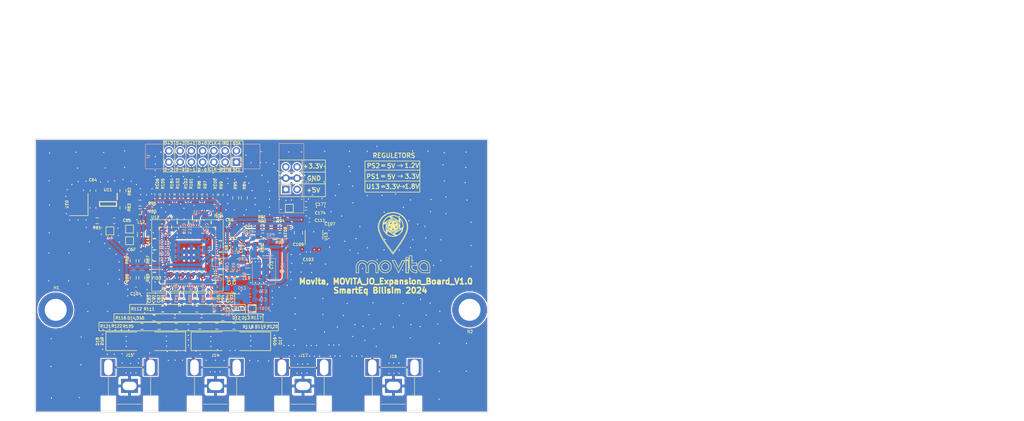
<source format=kicad_pcb>
(kicad_pcb (version 20240108) (generator "pcbnew") (generator_version "8.0")
  (title_block (title "KSS-E") (date "2020-07-13") (rev "REV1") (company "SmartEQ Bilisim"))
  (layers (0 "F.Cu" jumper) (1 "In1.Cu" signal) (2 "In2.Cu" signal) (31 "B.Cu" signal) (34 "B.Paste" user) (35 "F.Paste" user) (36 "B.SilkS" user "B.Silkscreen") (37 "F.SilkS" user "F.Silkscreen") (38 "B.Mask" user) (39 "F.Mask" user) (44 "Edge.Cuts" user))
  (net 0 "")
  (net 1 "/CSI_AHD/+3.3V")
  (net 2 "/CSI_AHD/TP2855_IRQ")
  (net 3 "/CSI_AHD/TP2855_RSTB")
  (net 4 "/CSI_AHD/TP2855_SDA")
  (net 5 "Earth")
  (net 6 "/CSI_AHD/TP2855_SCL")
  (net 7 "Net-(U10-XIN)")
  (net 8 "Net-(U12-RSTB)")
  (net 9 "Net-(U12-SCL)")
  (net 10 "Net-(PS2-OUT)")
  (net 11 "Net-(D13-A2)")
  (net 12 "Net-(D12-A2)")
  (net 13 "Net-(U13-BP)")
  (net 14 "Net-(PS2-EN)")
  (net 15 "/CSI_AHD/DVDD")
  (net 16 "/CSI_AHD/LX")
  (net 17 "VDDIO_18")
  (net 18 "TP2855_VCCIO")
  (net 19 "/CSI_AHD/TP2855_VIN2N")
  (net 20 "/CSI_AHD/TP2855_VIN1N")
  (net 21 "/CSI_AHD/TP2855_VIN4N")
  (net 22 "/CSI_AHD/TP2855_VIN3N")
  (net 23 "/CSI_AHD/TP2855_VIN2P")
  (net 24 "Net-(D17-A2)")
  (net 25 "/CSI_AHD/TP2855_VIN1P")
  (net 26 "Net-(D16-A2)")
  (net 27 "/CSI_AHD/TP2855_VIN4P")
  (net 28 "Net-(D15-A2)")
  (net 29 "/CSI_AHD/TP2855_VIN3P")
  (net 30 "Net-(D14-A2)")
  (net 31 "TP2855_CODEC_V3V3")
  (net 32 "TP2855_AVDD1V2")
  (net 33 "TP2855_DVDD1V2")
  (net 34 "/CSI_AHD/TP2855_XOUT")
  (net 35 "TP2855_AVDDPLL_1V2")
  (net 36 "VDD_1V2")
  (net 37 "TP2855_AVDD3V3")
  (net 38 "Net-(D18-A2)")
  (net 39 "Net-(D19-A2)")
  (net 40 "/CSI_AHD/TP2855_OSC_CLK_IN")
  (net 41 "/CSI_AHD/TP2855_IIC_ADDR0")
  (net 42 "/CSI_AHD/TP2855_IIC_ADDR1")
  (net 43 "Net-(PS1-EN)")
  (net 45 "/CSI_AHD/TP2855_TEST_MODE")
  (net 46 "/CSI_AHD/TP2855_OSC_CLK_OUT")
  (net 47 "/CSI_AHD/TP2855_D-0")
  (net 48 "/CSI_AHD/TP2855_D+0")
  (net 49 "/CSI_AHD/TP2855_CLK-")
  (net 50 "/CSI_AHD/CK1_N")
  (net 51 "/CSI_AHD/TP2855_CLK+")
  (net 52 "/CSI_AHD/CK1_P")
  (net 53 "/CSI_AHD/TP2855_D-1")
  (net 54 "/CSI_AHD/TP2855_D+1")
  (net 55 "/CSI_AHD/TP2855_D-2")
  (net 56 "/CSI_AHD/TP2855_D+2")
  (net 57 "/CSI_AHD/TP2855_D-3")
  (net 58 "/CSI_AHD/TP2855_D+3")
  (net 59 "/CSI_AHD/TP2855_PTZ2")
  (net 60 "/CSI_AHD/TP2855_PTZ1")
  (net 61 "/CSI_AHD/TP2855_PTZ4")
  (net 62 "/CSI_AHD/TP2855_PTZ3")
  (net 63 "Net-(U11-OUT*Y1)")
  (net 64 "Net-(U11-INA1)")
  (net 65 "Net-(U12-IRQ)")
  (net 66 "Net-(U12-SDA)")
  (net 67 "Net-(U12-ALINKI)")
  (net 68 "/CSI_AHD/D01_N")
  (net 69 "/CSI_AHD/D01_P")
  (net 70 "/CSI_AHD/D11_N")
  (net 71 "/CSI_AHD/D11_P")
  (net 72 "/CSI_AHD/D21_N")
  (net 73 "/CSI_AHD/D21_P")
  (net 74 "/CSI_AHD/D31_N")
  (net 75 "/CSI_AHD/D31_P")
  (net 106 "/CSI_AHD/+5V")
  (footprint "Capacitor_SMD:C_0402_1005Metric" (layer "F.Cu") (at 108.71 64.69 180)
    (property "Reference" "C66")
    (property "Value" "100nF" (hide yes))
  )
  (footprint "Diode_SMD:D_SMA" (layer "F.Cu") (at 105.42251 85.42001)
    (property "Reference" "D16")
    (property "Value" "SMAJ30CA" (hide yes))
  )
  (footprint "Resistor_SMD:R_0603_1608Metric" (layer "F.Cu") (at 114.60001 65.19001 180)
    (property "Reference" "R91")
    (property "Value" "100R" (hide yes))
  )
  (footprint "Capacitor_SMD:C_0402_1005Metric" (layer "F.Cu") (at 104.88 77.84 -90)
    (property "Reference" "C84")
    (property "Value" "100nF" (hide yes))
  )
  (footprint "Resistor_SMD:R_0603_1608Metric" (layer "F.Cu") (at 92.83001 60.87001)
    (property "Reference" "R96")
    (property "Value" "DNP" (hide yes))
  )
  (footprint "Diode_SMD:D_SMA" (layer "F.Cu") (at 97.42001 85.41001 180)
    (property "Reference" "D19")
    (property "Value" "SMAJ30CA" (hide yes))
  )
  (footprint "Capacitor_SMD:C_0402_1005Metric" (layer "F.Cu") (at 98.79001 77.84001 -90)
    (property "Reference" "C92")
    (property "Value" "100nF" (hide yes))
  )
  (footprint "Inductor_SMD:L_0603_1608Metric" (layer "F.Cu") (at 110.19 71.29 180)
    (property "Reference" "L6")
    (property "Value" "742792651" (hide yes))
  )
  (footprint "Resistor_SMD:R_0603_1608Metric" (layer "F.Cu") (at 103.45501 82.74001 180)
    (property "Reference" "R118")
    (property "Value" "22R" (hide yes))
  )
  (footprint "Resistor_SMD:R_0402_1005Metric" (layer "F.Cu") (at 96.87 59.33 -90)
    (property "Reference" "R105")
    (property "Value" "22R" (hide yes))
  )
  (footprint "Resistor_SMD:R_0603_1608Metric" (layer "F.Cu") (at 107.54001 81.22001 180)
    (property "Reference" "R117")
    (property "Value" "22R" (hide yes))
  )
  (footprint "Diode_SMD:D_0402_1005Metric" (layer "F.Cu") (at 104.95751 81.23001)
    (property "Reference" "D13")
    (property "Value" "EZJZ800AA" (hide yes))
  )
  (footprint "Library:NL27WZU04DTT1G" (layer "F.Cu") (at 88.09501 59.71101 180)
    (property "Reference" "U11")
    (property "Value" "NL27WZU04DTT1G" (hide yes))
  )
  (footprint "Resistor_SMD:R_0402_1005Metric" (layer "F.Cu") (at 99.46 59.31 -90)
    (property "Reference" "R103")
    (property "Value" "22R" (hide yes))
  )
  (footprint "Capacitor_SMD:C_0402_1005Metric" (layer "F.Cu") (at 105.92001 77.79001 -90)
    (property "Reference" "C93")
    (property "Value" "100nF" (hide yes))
  )
  (footprint "Resistor_SMD:R_0603_1608Metric" (layer "F.Cu") (at 92.83501 62.40001 180)
    (property "Reference" "R80")
    (property "Value" "100R" (hide yes))
  )
  (footprint "Capacitor_SMD:C_0402_1005Metric" (layer "F.Cu") (at 109.67 73 -90)
    (property "Reference" "C96")
    (property "Value" "100nF" (hide yes))
  )
  (footprint "Resistor_SMD:R_0603_1608Metric" (layer "F.Cu") (at 106.46501 82.74001)
    (property "Reference" "R119")
    (property "Value" "75R" (hide yes))
  )
  (footprint "Capacitor_SMD:C_0603_1608Metric" (layer "F.Cu") (at 84.47001 58.64501 90)
    (property "Reference" "C64")
    (property "Value" "8pF" (hide yes))
  )
  (footprint "Capacitor_SMD:C_0603_1608Metric" (layer "F.Cu") (at 122.32751 62.64001)
    (property "Reference" "C174")
    (property "Value" "4.7uF" (hide yes))
  )
  (footprint "TestPoint:TestPoint_Pad_1.0x1.0mm" (layer "F.Cu") (at 112.74 79.59)
    (property "Reference" "TP13" (hide yes))
    (property "Value" "DNP" (hide yes))
  )
  (footprint "Resistor_SMD:R_0603_1608Metric" (layer "F.Cu") (at 89.78501 58.66501 90)
    (property "Reference" "R82")
    (property "Value" "560K" (hide yes))
  )
  (footprint "Resistor_SMD:R_0603_1608Metric" (layer "F.Cu") (at 91.62001 74.13501 -90)
    (property "Reference" "R88")
    (property "Value" "4.7K" (hide yes))
  )
  (footprint "Capacitor_SMD:C_0402_1005Metric" (layer "F.Cu") (at 94.29001 65.65001 -90)
    (property "Reference" "C116")
    (property "Value" "100nF" (hide yes))
  )
  (footprint "Resistor_SMD:R_0402_1005Metric" (layer "F.Cu") (at 95.84 59.33 -90)
    (property "Reference" "R106")
    (property "Value" "22R" (hide yes))
  )
  (footprint "Resistor_SMD:R_0603_1608Metric" (layer "F.Cu") (at 93.14001 74.13501 90)
    (property "Reference" "R89")
    (property "Value" "DNP" (hide yes))
  )
  (footprint "TestPoint:TestPoint_Pad_1.0x1.0mm" (layer "F.Cu") (at 90.97001 65.49001)
    (property "Reference" "TP17" (hide yes))
    (property "Value" "DNP" (hide yes))
  )
  (footprint "TestPoint:TestPoint_Pad_1.0x1.0mm" (layer "F.Cu") (at 119.35 61.78001)
    (property "Reference" "TP22" (hide yes))
    (property "Value" "DNP" (hide yes))
  )
  (footprint "footprint:Screw_Terminal_1x1" (layer "F.Cu") (at 151.360097 79.828297)
    (property "Reference" "H2")
    (property "Value" "DNP" (hide yes))
  )
  (footprint "Capacitor_SMD:C_0402_1005Metric" (layer "F.Cu") (at 122.91751 63.90001)
    (property "Reference" "C111")
    (property "Value" "100nF" (hide yes))
  )
  (footprint "Capacitor_SMD:C_0603_1608Metric" (layer "F.Cu") (at 122.32751 61.10001)
    (property "Reference" "C177")
    (property "Value" "100nF" (hide yes))
  )
  (footprint "Capacitor_SMD:C_0402_1005Metric" (layer "F.Cu") (at 122.713937 69.535894 -90)
    (property "Reference" "C103")
    (property "Value" "100nF" (hide yes))
  )
  (footprint "Fiducial:Fiducial_0.5mm_Mask1mm" (layer "F.Cu") (at 95.783937 75.695894)
    (property "Reference" "FID3")
    (property "Value" "DNP" (hide yes))
  )
  (footprint "Capacitor_SMD:C_0402_1005Metric" (layer "F.Cu") (at 101.17001 77.82001 -90)
    (property "Reference" "C91")
    (property "Value" "100nF" (hide yes))
  )
  (footprint "Crystal:Crystal_SMD_3225-4Pin_3.2x2.5mm" (layer "F.Cu") (at 81.94001 61.09501 90)
    (property "Reference" "U10")
    (property "Value" "CF4027M00010" (hide yes))
  )
  (footprint "Diode_SMD:D_0402_1005Metric" (layer "F.Cu") (at 100.19501 81.25001)
    (property "Reference" "D15")
    (property "Value" "EZJZ800AA" (hide yes))
  )
  (footprint "Resistor_SMD:R_0603_1608Metric" (layer "F.Cu") (at 93.14001 71.10501 -90)
    (property "Reference" "R87")
    (property "Value" "DNP" (hide yes))
  )
  (footprint "Resistor_SMD:R_0603_1608Metric" (layer "F.Cu") (at 117.64001 65.18001 180)
    (property "Reference" "R94")
    (property "Value" "2K" (hide yes))
  )
  (footprint "Diode_SMD:D_0402_1005Metric" (layer "F.Cu") (at 97.79501 81.25001 180)
    (property "Reference" "D14")
    (property "Value" "EZJZ800AA" (hide yes))
  )
  (footprint "Capacitor_SMD:C_0603_1608Metric" (layer "F.Cu") (at 111.84001 69.00001 90)
    (property "Reference" "C69")
    (property "Value" "1nF" (hide yes))
  )
  (footprint "Footprint Library:AV_CON" (layer "F.Cu") (at 90.96 93.34)
    (property "Reference" "J15")
    (property "Value" "DNP" (hide yes))
    (fp_rect (start -2.5 1.85) (end -5 4.35) (stroke (width 0.05)) (fill none) (layer "Edge.Cuts"))
    (fp_rect (start 2.5 1.85) (end 5 4.35) (stroke (width 0.05)) (fill none) (layer "Edge.Cuts"))
  )
  (footprint "Resistor_SMD:R_0603_1608Metric" (layer "F.Cu") (at 99.25501 82.77001)
    (property "Reference" "R115")
    (property "Value" "22R" (hide yes))
  )
  (footprint "Fiducial:Fiducial_0.5mm_Mask1mm" (layer "F.Cu") (at 106.833937 64.645894)
    (property "Reference" "FID4")
    (property "Value" "DNP" (hide yes))
  )
  (footprint "Resistor_SMD:R_0603_1608Metric" (layer "F.Cu") (at 99.87001 79.70001 180)
    (property "Reference" "R111")
    (property "Value" "47R" (hide yes))
  )
  (footprint "Diode_SMD:D_SMA" (layer "F.Cu") (at 90.27001 85.41001)
    (property "Reference" "D18")
    (property "Value" "SMAJ30CA" (hide yes))
  )
  (footprint "Resistor_SMD:R_0603_1608Metric" (layer "F.Cu") (at 109.82 59.945 -90)
    (property "Reference" "R95")
    (property "Value" "0R" (hide yes))
  )
  (footprint "Footprint Library:EPQFN_88L_10X10" (layer "F.Cu") (at 96.25001 65.17001 90)
    (property "Reference" "U12")
    (property "Value" "TP2815" (hide yes))
  )
  (footprint "Resistor_SMD:R_0603_1608Metric" (layer "F.Cu") (at 114.61001 66.72001 180)
    (property "Reference" "R90")
    (property "Value" "100R" (hide yes))
  )
  (footprint "Resistor_SMD:R_0402_1005Metric" (layer "F.Cu") (at 103.36 59.36 -90)
    (property "Reference" "R98")
    (property "Value" "22R" (hide yes))
  )
  (footprint "Capacitor_SMD:C_0402_1005Metric" (layer "F.Cu") (at 103.56001 77.81001 -90)
    (property "Reference" "C94")
    (property "Value" "100nF" (hide yes))
  )
  (footprint "Resistor_SMD:R_0603_1608Metric" (layer "F.Cu") (at 109.53001 82.75001)
    (property "Reference" "R120")
    (property "Value" "75R" (hide yes))
  )
  (footprint "Resistor_SMD:R_0603_1608Metric" (layer "F.Cu") (at 102.90501 79.70001 180)
    (property "Reference" "R114")
    (property "Value" "47R" (hide yes))
  )
  (footprint "Capacitor_SMD:C_0603_1608Metric" (layer "F.Cu") (at 88.25001 64.00001)
    (property "Reference" "C65")
    (property "Value" "1uF" (hide yes))
  )
  (footprint "Resistor_SMD:R_0603_1608Metric" (layer "F.Cu") (at 111.36 59.925 -90)
    (property "Reference" "R84")
    (property "Value" "0R" (hide yes))
  )
  (footprint "Inductor_SMD:L_0805_2012Metric" (layer "F.Cu") (at 111.95 72.96 180)
    (property "Reference" "L9")
    (property "Value" "YI201209U101-3R0T" (hide yes))
  )
  (footprint "Capacitor_SMD:C_0402_1005Metric" (layer "F.Cu") (at 112.12001 65.83001 180)
    (property "Reference" "C71")
    (property "Value" "56pF" (hide yes))
  )
  (footprint "Capacitor_SMD:C_0603_1608Metric" (layer "F.Cu") (at 84.48001 61.70001 -90)
    (property "Reference" "C63" (hide yes))
    (property "Value" "8pF" (hide yes))
  )
  (footprint "Resistor_SMD:R_0603_1608Metric" (layer "F.Cu") (at 96.84001 79.70001 180)
    (property "Reference" "R112")
    (property "Value" "47R" (hide yes))
  )
  (footprint "Resistor_SMD:R_0603_1608Metric" (layer "F.Cu") (at 89.77501 61.68501 90)
    (property "Reference" "R83")
    (property "Value" "DNP" (hide yes))
  )
  (footprint "Inductor_SMD:L_0805_2012Metric" (layer "F.Cu") (at 92.92001 66.49501 90)
    (property "Reference" "L12")
    (property "Value" "YI201209U101-3R0T" (hide yes))
  )
  (footprint "Resistor_SMD:R_0603_1608Metric" (layer "F.Cu") (at 85.22001 64.00001)
    (property "Reference" "R81")
    (property "Value" "100R" (hide yes))
  )
  (footprint "Resistor_SMD:R_0603_1608Metric" (layer "F.Cu") (at 117.65001 66.72001 180)
    (property "Reference" "R93")
    (property "Value" "2K" (hide yes))
  )
  (footprint "Resistor_SMD:R_0603_1608Metric" (layer "F.Cu") (at 113.38001 68.99001 90)
    (property "Reference" "R85")
    (property "Value" "0R" (hide yes))
  )
  (footprint "Resistor_SMD:R_0402_1005Metric" (layer "F.Cu") (at 98.46 59.31 -90)
    (property "Reference" "R104")
    (property "Value" "22R" (hide yes))
  )
  (footprint "footprint:Screw_Terminal_1x1" (layer "F.Cu") (at 77.860097 79.828297)
    (property "Reference" "H1")
    (property "Value" "DNP" (hide yes))
  )
  (footprint "Capacitor_SMD:C_0402_1005Metric" (layer "F.Cu") (at 92.96001 69.10001)
    (property "Reference" "C67")
    (property "Value" "100nF" (hide yes))
  )
  (footprint "Footprint Library:AV_CON" (layer "F.Cu") (at 137.83 93.34)
    (property "Reference" "J16")
    (property "Value" "DNP" (hide yes))
    (fp_rect (start -2.5 1.85) (end -5 4.35) (stroke (width 0.05)) (fill none) (layer "Edge.Cuts"))
    (fp_rect (start 2.5 1.85) (end 5 4.35) (stroke (width 0.05)) (fill none) (layer "Edge.Cuts"))
  )
  (footprint "Resistor_SMD:R_0402_1005Metric" (layer "F.Cu") (at 107.19 59.37 -90)
    (property "Reference" "R99")
    (property "Value" "22R" (hide yes))
  )
  (footprint "Capacitor_SMD:C_0402_1005Metric" (layer "F.Cu") (at 97.81001 77.84001 -90)
    (property "Reference" "C83")
    (property "Value" "100nF" (hide yes))
  )
  (footprint "Resistor_SMD:R_0603_1608Metric" (layer "F.Cu") (at 105.92501 79.70001 180)
    (property "Reference" "R113")
    (property "Value" "47R" (hide yes))
  )
  (footprint "Resistor_SMD:R_0603_1608Metric" (layer "F.Cu") (at 96.22501 82.77001 180)
    (property "Reference" "R122")
    (property "Value" "75R" (hide yes))
  )
  (footprint "Capacitor_SMD:C_0603_1608Metric" (layer "F.Cu") (at 115.05 71.86 -90)
    (property "Reference" "C73")
    (property "Value" "10uF" (hide yes))
  )
  (footprint "Capacitor_SMD:C_0402_1005Metric" (layer "F.Cu") (at 126.41 65.36)
    (property "Reference" "C107")
    (property "Value" "100nF" (hide yes))
  )
  (footprint "Footprint Library:AV_CON" (layer "F.Cu") (at 106.25 93.34)
    (property "Reference" "J14")
    (property "Value" "DNP" (hide yes))
    (fp_rect (start -2.5 1.85) (end -5 4.35) (stroke (width 0.05)) (fill none) (layer "Edge.Cuts"))
    (fp_rect (start 2.5 1.85) (end 5 4.35) (stroke (width 0.05)) (fill none) (layer "Edge.Cuts"))
  )
  (footprint "TestPoint:TestPoint_Pad_1.0x1.0mm" (layer "F.Cu") (at 90.97001 67.56001 90)
    (property "Reference" "TP14" (hide yes))
    (property "Value" "DNP" (hide yes))
  )
  (footprint "Footprint Library:AV_CON" (layer "F.Cu") (at 121.78 93.34)
    (property "Reference" "J17")
    (property "Value" "DNP" (hide yes))
    (fp_rect (start -2.5 1.85) (end -5 4.35) (stroke (width 0.05)) (fill none) (layer "Edge.Cuts"))
    (fp_rect (start 2.5 1.85) (end 5 4.35) (stroke (width 0.05)) (fill none) (layer "Edge.Cuts"))
  )
  (footprint "Capacitor_SMD:C_0402_1005Metric" (layer "F.Cu") (at 108.65 73.01 -90)
    (property "Reference" "C97")
    (property "Value" "4.7uF" (hide yes))
  )
  (footprint "Resistor_SMD:R_0402_1005Metric" (layer "F.Cu") (at 100.88 59.325 -90)
    (property "Reference" "R102")
    (property "Value" "22R" (hide yes))
  )
  (footprint "TestPoint:TestPoint_Pad_1.0x1.0mm" (layer "F.Cu") (at 87.47001 65.80001)
    (property "Reference" "TP16" (hide yes))
    (property "Value" "DNP" (hide yes))
  )
  (footprint "Capacitor_SMD:C_0402_1005Metric" (layer "F.Cu") (at 100.19001 77.82001 -90)
    (property "Reference" "C82")
    (property "Value" "100nF" (hide yes))
  )
  (footprint "Capacitor_SMD:C_0805_2012Metric" (layer "F.Cu") (at 120.963937 66.125894 -90)
    (property "Reference" "C109")
    (property "Value" "10uF " (hide yes))
  )
  (footprint "Capacitor_SMD:C_0402_1005Metric" (layer "F.Cu") (at 92.1 76.15)
    (property "Reference" "C104")
    (property "Value" "100nF" (hide yes))
  )
  (footprint "Resistor_SMD:R_0603_1608Metric" (layer "F.Cu") (at 95.31001 81.24001)
    (property "Reference" "R116")
    (property "Value" "22R" (hide yes))
  )
  (footprint "Resistor_SMD:R_0603_1608Metric" (layer "F.Cu") (at 109.46 69.01 90)
    (property "Reference" "R92")
    (property "Value" "22R" (hide yes))
  )
  (footprint "Resistor_SMD:R_0402_1005Metric" (layer "F.Cu") (at 101.88 59.32 -90)
    (property "Reference" "R101")
    (property "Value" "22R" (hide yes))
  )
  (footprint "Package_TO_SOT_SMD:SOT-23-5" (layer "F.Cu") (at 123.723937 66.492144 90)
    (property "Reference" "U13")
    (property "Value" "TP5108E23E-18")
  )
  (footprint "Diode_SMD:D_SMA" (layer "F.Cu") (at 112.52001 85.42001 180)
    (property "Reference" "D17")
    (property "Value" "SMAJ30CA" (hide yes))
  )
  (footprint "Resistor_SMD:R_0402_1005Metric" (layer "F.Cu") (at 104.36 59.36 -90)
    (property "Reference" "R97")
    (property "Value" "22R" (hide yes))
  )
  (footprint "Resistor_SMD:R_0402_1005Metric" (layer "F.Cu") (at 106.19 59.37 -90)
    (property "Reference" "R100")
    (property "Value" "22R" (hide yes))
  )
  (footprint "Capacitor_SMD:C_0402_1005Metric" (layer "F.Cu") (at 102.57001 77.81001 -90)
    (property "Reference" "C85")
    (property "Value" "100nF" (hide yes))
  )
  (footprint "Resistor_SMD:R_0603_1608Metric" (layer "F.Cu") (at 93.18501 82.77001 180)
    (property "Reference" "R121")
    (property "Value" "75R" (hide yes))
  )
  (footprint "Resistor_SMD:R_0603_1608Metric" (layer "F.Cu") (at 91.61001 71.10501 90)
    (property "Reference" "R86")
    (property "Value" "4.7K" (hide yes))
  )
  (footprint "Diode_SMD:D_0402_1005Metric" (layer "F.Cu") (at 102.55251 81.23001 180)
    (property "Reference" "D12")
    (property "Value" "EZJZ800AA" (hide yes))
  )
  (footprint "Capacitor_SMD:C_0402_1005Metric" (layer "F.Cu") (at 108.16 70.69 -90)
    (property "Reference" "C68")
    (property "Value" "100nF" (hide yes))
  )
  (footprint "Resistor_SMD:R_0603_1608Metric" (layer "B.Cu") (at 112.41 79.59 180)
    (property "Reference" "R107")
    (property "Value" "10K" (hide yes))
  )
  (footprint "Capacitor_SMD:C_0402_1005Metric" (layer "B.Cu") (at 106.13001 77.78001 -90)
    (property "Reference" "C78")
    (property "Value" "4.7uF" (hide yes))
  )
  (footprint "Capacitor_SMD:C_0402_1005Metric" (layer "B.Cu") (at 100.36251 73.03001 90)
    (property "Reference" "C100" (hide yes))
    (property "Value" "100nF" (hide yes))
  )
  (footprint "Capacitor_SMD:C_0402_1005Metric" (layer "B.Cu") (at 99.38251 73.03001 90)
    (property "Reference" "C89" (hide yes))
    (property "Value" "100nF" (hide yes))
  )
  (footprint "Capacitor_SMD:C_0402_1005Metric" (layer "B.Cu") (at 103.66001 67.29001 -90)
    (property "Reference" "C114" (hide yes))
    (property "Value" "100nF" (hide yes))
  )
  (footprint "Footprint Library:Analog signal connector" (layer "B.Cu") (at 103.952097 52.59 90)
    (property "Reference" "J1")
    (property "Value" "Conn_01x14_Pin")
  )
  (footprint "Inductor_SMD:L_0603_1608Metric" (layer "B.Cu") (at 106.28251 73.22001 180)
    (property "Reference" "L10" (hide yes))
    (property "Value" "CBW160808U101T" (hide yes))
  )
  (footprint "Resistor_SMD:R_0402_1005Metric" (layer "B.Cu") (at 100.20001 77.84001 90)
    (property "Reference" "R73")
    (property "Value" "510K" (hide yes))
  )
  (footprint "TestPoint:TestPoint_Pad_1.0x1.0mm" (layer "B.Cu") (at 106.33001 71.40001 180)
    (property "Reference" "TP15" (hide yes))
    (property "Value" "DNP" (hide yes))
  )
  (footprint "Capacitor_SMD:C_0402_1005Metric" (layer "B.Cu") (at 103.75 68.73 180)
    (property "Reference" "C70" (hide yes))
    (property "Value" "100nF" (hide yes))
  )
  (footprint "Capacitor_SMD:C_0402_1005Metric" (layer "B.Cu") (at 99.17001 67.81001)
    (property "Reference" "C112")
    (property "Value" "100nF" (hide yes))
  )
  (footprint "Capacitor_SMD:C_0402_1005Metric" (layer "B.Cu") (at 98.40251 73.04001 90)
    (property "Reference" "C98" (hide yes))
    (property "Value" "100nF" (hide yes))
  )
  (footprint "Resistor_SMD:R_0603_1608Metric" (layer "B.Cu") (at 112.03001 67.08001)
    (property "Reference" "R109")
    (property "Value" "150K " (hide yes))
  )
  (footprint "Capacitor_SMD:C_0402_1005Metric" (layer "B.Cu") (at 97.52 65.64001)
    (property "Reference" "C106")
    (property "Value" "100nF" (hide yes))
  )
  (footprint "Capacitor_SMD:C_0402_1005Metric" (layer "B.Cu") (at 111.31001 73.87001 -90)
    (property "Reference" "C86")
    (property "Value" "10uF" (hide yes))
  )
  (footprint "Capacitor_SMD:C_0603_1608Metric" (layer "B.Cu") (at 112.43001 78.04001)
    (property "Reference" "C74")
    (property "Value" "100nF" (hide yes))
  )
  (footprint "Package_TO_SOT_SMD:SOT-23-5" (layer "B.Cu") (at 115.66001 68.65001 180)
    (property "Reference" "PS2")
    (property "Value" "ETA3448S2F" (hide yes))
  )
  (footprint "Capacitor_SMD:C_0402_1005Metric" (layer "B.Cu") (at 111.31001 71.98001 90)
    (property "Reference" "C80")
    (property "Value" "10uF" (hide yes))
  )
  (footprint "Capacitor_SMD:C_0402_1005Metric" (layer "B.Cu") (at 99.18001 68.83001)
    (property "Reference" "C110")
    (property "Value" "100nF" (hide yes))
  )
  (footprint "Inductor_SMD:L_0603_1608Metric" (layer "B.Cu") (at 106.82 69.61 180)
    (property "Reference" "L7")
    (property "Value" "742792651" (hide yes))
  )
  (footprint "Capacitor_SMD:C_0402_1005Metric" (layer "B.Cu") (at 103.30251 73.03001 90)
    (property "Reference" "C81" (hide yes))
    (property "Value" "100nF" (hide yes))
  )
  (footprint "Resistor_SMD:R_0402_1005Metric" (layer "B.Cu") (at 102.58001 77.84001 90)
    (property "Reference" "R75")
    (property "Value" "510K" (hide yes))
  )
  (footprint "Capacitor_SMD:C_0402_1005Metric" (layer "B.Cu") (at 102.66001 67.29001 -90)
    (property "Reference" "C115" (hide yes))
    (property "Value" "100nF" (hide yes))
  )
  (footprint "Capacitor_SMD:C_0603_1608Metric" (layer "B.Cu") (at 112.43001 76.50501)
    (property "Reference" "C75")
    (property "Value" "100nF" (hide yes))
  )
  (footprint "Resistor_SMD:R_0402_1005Metric" (layer "B.Cu") (at 104.94001 75.78001 90)
    (property "Reference" "R78")
    (property "Value" "1M" (hide yes))
  )
  (footprint "Resistor_SMD:R_0402_1005Metric" (layer "B.Cu") (at 97.82001 77.86001 90)
    (property "Reference" "R77")
    (property "Value" "510K" (hide yes))
  )
  (footprint "Resistor_SMD:R_0603_1608Metric" (layer "B.Cu") (at 112.06001 69.61001)
    (property "Reference" "R110")
    (property "Value" "150K " (hide yes))
  )
  (footprint "Resistor_SMD:R_0402_1005Metric" (layer "B.Cu") (at 100.19001 75.75001 90)
    (property "Reference" "R72")
    (property "Value" "1M" (hide yes))
  )
  (footprint "Capacitor_SMD:C_0402_1005Metric" (layer "B.Cu") (at 106.60001 75.26001)
    (property "Reference" "C77")
    (property "Value" "10uF" (hide yes))
  )
  (footprint "Capacitor_SMD:C_0402_1005Metric" (layer "B.Cu") (at 112.62001 68.34001 180)
    (property "Reference" "C76")
    (property "Value" "100pF" (hide yes))
  )
  (footprint "HDMI 2.0 TX:HCM0420-1R0M" (layer "B.Cu") (at 116.706746 72.97001 180)
    (property "Reference" "L8")
    (property "Value" "YSPI0420-1R0M" (hide yes))
  )
  (footprint "Capacitor_SMD:C_0402_1005Metric" (layer "B.Cu") (at 99.18001 69.86001)
    (property "Reference" "C108")
    (property "Value" "100nF" (hide yes))
  )
  (footprint "Capacitor_SMD:C_0402_1005Metric" (layer "B.Cu") (at 101.34251 73.03001 90)
    (property "Reference" "C87" (hide yes))
    (property "Value" "100nF" (hide yes))
  )
  (footprint "Capacitor_SMD:C_0402_1005Metric" (layer "B.Cu") (at 99.18001 70.87001)
    (property "Reference" "C113")
    (property "Value" "100nF" (hide yes))
  )
  (footprint "Capacitor_SMD:C_0402_1005Metric" (layer "B.Cu") (at 100.63001 67.29001 -90)
    (property "Reference" "C118")
    (property "Value" "100nF" (hide yes))
  )
  (footprint "Capacitor_SMD:C_0402_1005Metric" (layer "B.Cu") (at 103.75 69.73 180)
    (property "Reference" "C102" (hide yes))
    (property "Value" "100nF" (hide yes))
  )
  (footprint "Capacitor_SMD:C_0603_1608Metric" (layer "B.Cu") (at 109.12501 76.01001 180)
    (property "Reference" "C72")
    (property "Value" "10uF" (hide yes))
  )
  (footprint "Capacitor_SMD:C_0402_1005Metric" (layer "B.Cu") (at 109.32001 73.87001 -90)
    (property "Reference" "C90")
    (property "Value" "100nF" (hide yes))
  )
  (footprint "Capacitor_SMD:C_0402_1005Metric" (layer "B.Cu") (at 106.59001 76.24001)
    (property "Reference" "C79" (hide yes))
    (property "Value" "100nF" (hide yes))
  )
  (footprint "Resistor_SMD:R_0603_1608Metric" (layer "B.Cu") (at 118.54 68.51 90)
    (property "Reference" "R108")
    (property "Value" "10K" (hide yes))
  )
  (footprint "Capacitor_SMD:C_0402_1005Metric" (layer "B.Cu") (at 104.69001 67.29001 -90)
    (property "Reference" "C105")
    (property "Value" "100nF" (hide yes))
  )
  (footprint "Capacitor_SMD:C_0402_1005Metric" (layer "B.Cu") (at 104.28251 73.03001 90)
    (property "Reference" "C101" (hide yes))
    (property "Value" "100nF" (hide yes))
  )
  (footprint "Capacitor_SMD:C_0402_1005Metric" (layer "B.Cu") (at 102.32251 73.03001 90)
    (property "Reference" "C99" (hide yes))
    (property "Value" "100nF" (hide yes))
  )
  (footprint "Resistor_SMD:R_0402_1005Metric" (layer "B.Cu") (at 104.87 77.86 90)
    (property "Reference" "R79")
    (property "Value" "510K" (hide yes))
  )
  (footprint "Resistor_SMD:R_0402_1005Metric" (layer "B.Cu") (at 102.58001 75.68001 90)
    (property "Reference" "R74")
    (property "Value" "1M" (hide yes))
  )
  (footprint "Package_TO_SOT_SMD:SOT-23-5" (layer "B.Cu") (at 108.78001 78.56751 180)
    (property "Reference" "PS1")
    (property "Value" "RT9013-33GB")
  )
  (footprint "Resistor_SMD:R_0402_1005Metric" (layer "B.Cu") (at 97.83001 75.68001 90)
    (property "Reference" "R76")
    (property "Value" "1M" (hide yes))
  )
  (footprint "Capacitor_SMD:C_0402_1005Metric" (layer "B.Cu") (at 108.31001 73.87001 -90)
    (property "Reference" "C88")
    (property "Value" "4.7uF" (hide yes))
  )
  (footprint "Capacitor_SMD:C_0402_1005Metric" (layer "B.Cu") (at 110.31001 73.87001 -90)
    (property "Reference" "C95")
    (property "Value" "100nF" (hide yes))
  )
  (footprint "Capacitor_SMD:C_0402_1005Metric" (layer "B.Cu") (at 101.65001 67.28001 -90)
    (property "Reference" "C117")
    (property "Value" "100nF" (hide yes))
  )
  (footprint "Footprint Library:Analog power connector" (layer "B.Cu") (at 119.72 56.44)
    (property "Reference" "J2")
    (property "Value" "Conn_01x06_Pin")
  )
  (footprint "Inductor_SMD:L_0805_2012Metric" (layer "B.Cu") (at 102.84001 64.55001 -90)
    (property "Reference" "L11")
    (property "Value" "YI201209U101-3R0T" (hide yes))
  )
  (gr_line (start 138.955333 64.289754) (end 138.963436 63.575353) (stroke (width 0.11)) (layer "F.SilkS"))
  (gr_curve (pts (xy 135.374005 71.743584) (xy 135.430417 71.612838) (xy 135.507887 71.498263) (xy 135.606353 71.399796)) (stroke (width 0.11)) (layer "F.SilkS"))
  (gr_line (start 137.778308 64.626731) (end 137.755086 64.626731) (stroke (width 0.11)) (layer "F.SilkS"))
  (gr_curve (pts (xy 135.694368 66.573883) (xy 136.098103 67.372714) (xy 136.596001 68.109662) (xy 137.12172 68.827673)) (stroke (width 0.11)) (layer "F.SilkS"))
  (gr_line (start 138.052807 64.834928) (end 138.503586 64.688461) (stroke (width 0.11)) (layer "F.SilkS"))
  (gr_curve (pts (xy 132.768834 71.695073) (xy 132.709041 71.635403) (xy 132.638795 71.588552) (xy 132.558221 71.554705)) (stroke (width 0.11)) (layer "F.SilkS"))
  (gr_curve (pts (xy 143.221244 71.503919) (xy 143.130832 71.503919) (xy 143.045215 71.520827) (xy 142.964641 71.554705)) (stroke (width 0.11)) (layer "F.SilkS"))
  (gr_curve (pts (xy 136.526451 65.573672) (xy 136.526451 65.573672) (xy 136.521282 66.029353) (xy 136.5192 66.212851)) (stroke (width 0.11)) (layer "F.SilkS"))
  (gr_line (start 139.390635 71.063202) (end 139.879617 71.063202) (stroke (width 0.11)) (layer "F.SilkS"))
  (gr_curve (pts (xy 136.981598 71.913034) (xy 136.94772 71.834027) (xy 136.9009 71.764612) (xy 136.841199 71.704818)) (stroke (width 0.11)) (layer "F.SilkS"))
  (gr_line (start 137.9468 65.182413) (end 138.225397 65.565869) (stroke (width 0.11)) (layer "F.SilkS"))
  (gr_line (start 137.640257 64.157129) (end 137.601164 64.716181) (stroke (width 0.11)) (layer "F.SilkS"))
  (gr_line (start 141.981603 71.939688) (end 141.110005 71.939688) (stroke (width 0.11)) (layer "F.SilkS"))
  (gr_line (start 137.00735 64.649269) (end 137.499976 64.809333) (stroke (width 0.11)) (layer "F.SilkS"))
  (gr_line (start 137.733086 64.130753) (end 137.800308 64.130753) (stroke (width 0.11)) (layer "F.SilkS"))
  (gr_curve (pts (xy 136.630585 72.77501) (xy 136.71116 72.74104) (xy 136.781406 72.694312) (xy 136.841199 72.634519)) (stroke (width 0.11)) (layer "F.SilkS"))
  (gr_curve (pts (xy 137.266271 63.167842) (xy 137.429447 63.124836) (xy 137.600587 63.10296) (xy 137.776912 63.105761)) (stroke (width 0.11)) (layer "F.SilkS"))
  (gr_line (start 137.951667 65.151684) (end 138.256127 65.570736) (stroke (width 0.11)) (layer "F.SilkS"))
  (gr_curve (pts (xy 135.606353 72.937143) (xy 135.507887 72.837109) (xy 135.430417 72.720965) (xy 135.374005 72.588529)) (stroke (width 0.11)) (layer "F.SilkS"))
  (gr_curve (pts (xy 138.994843 64.306924) (xy 138.994843 64.306924) (xy 139.000012 63.851244) (xy 139.002093 63.667746)) (stroke (width 0.11)) (layer "F.SilkS"))
  (gr_line (start 137.778308 64.152753) (end 137.778308 64.626731) (stroke (width 0.11)) (layer "F.SilkS"))
  (gr_line (start 141.981603 72.816081) (end 141.981603 73.247084) (stroke (width 0.11)) (layer "F.SilkS"))
  (gr_line (start 137.960405 64.660803) (end 138.401113 64.550922) (stroke (width 0.11)) (layer "F.SilkS"))
  (gr_curve (pts (xy 134.301385 71.554705) (xy 134.220688 71.520827) (xy 134.135071 71.503919) (xy 134.044751 71.503919)) (stroke (width 0.11)) (layer "F.SilkS"))
  (gr_curve (pts (xy 135.289219 72.167271) (xy 135.289219 72.01559) (xy 135.31744 71.874238) (xy 135.374005 71.743584)) (stroke (width 0.11)) (layer "F.SilkS"))
  (gr_curve (pts (xy 136.373828 72.825826) (xy 136.46424 72.825826) (xy 136.549888 72.808887) (xy 136.630585 72.77501)) (stroke (width 0.11)) (layer "F.SilkS"))
  (gr_curve (pts (xy 131.216854 72.157525) (xy 131.216854 72.005875) (xy 131.245075 71.864646) (xy 131.301641 71.73387)) (stroke (width 0.11)) (layer "F.SilkS"))
  (gr_curve (pts (xy 139.002093 63.667746) (xy 139.120926 63.787558) (xy 139.225442 63.924831) (xy 139.311177 64.078933)) (stroke (width 0.11)) (layer "F.SilkS"))
  (gr_line (start 138.025085 64.820803) (end 138.517711 64.660739) (stroke (width 0.11)) (layer "F.SilkS"))
  (gr_curve (pts (xy 137.748463 69.933067) (xy 137.775545 69.900787) (xy 137.790942 69.884648) (xy 137.804048 69.866862)) (stroke (width 0.11)) (layer "F.SilkS"))
  (gr_arc (start 138.501894 64.879534) (mid 138.465036 65.17454) (end 138.321455 65.434866) (stroke (width 0.11)) (layer "F.SilkS"))
  (gr_line (start 139.84 57.93) (end 139.6 57.69) (stroke (width 0.12)) (layer "F.SilkS"))
  (gr_arc (start 137.194025 65.416853) (mid 137.050445 65.156525) (end 137.013588 64.861521) (stroke (width 0.11)) (layer "F.SilkS"))
  (gr_line (start 141.768561 72.816081) (end 141.981603 72.816081) (stroke (width 0.11)) (layer "F.SilkS"))
  (gr_line (start 132.75 56.96) (end 142.48 56.96) (stroke (width 0.12)) (layer "F.SilkS"))
  (gr_curve (pts (xy 138.969999 65.472916) (xy 138.976068 65.188112) (xy 138.994843 64.306924) (xy 138.994843 64.306924)) (stroke (width 0.11)) (layer "F.SilkS"))
  (gr_curve (pts (xy 135.90658 72.634519) (xy 135.96625 72.694312) (xy 136.036496 72.74104) (xy 136.117194 72.77501)) (stroke (width 0.11)) (layer "F.SilkS"))
  (gr_curve (pts (xy 135.049523 71.73387) (xy 135.105966 71.864646) (xy 135.13431 72.005875) (xy 135.13431 72.157525)) (stroke (width 0.11)) (layer "F.SilkS"))
  (gr_line (start 137.781565 63.519342) (end 137.166928 63.155124) (stroke (width 0.11)) (layer "F.SilkS"))
  (gr_curve (pts (xy 132.909233 71.90332) (xy 132.875355 71.824282) (xy 132.828535 71.754897) (xy 132.768834 71.695073)) (stroke (width 0.11)) (layer "F.SilkS"))
  (gr_line (start 137.755086 64.626731) (end 137.755086 64.152753) (stroke (width 0.11)) (layer "F.SilkS"))
  (gr_curve (pts (xy 137.032384 72.167271) (xy 137.032384 72.076951) (xy 137.015445 71.992164) (xy 136.981598 71.913034)) (stroke (width 0.11)) (layer "F.SilkS"))
  (gr_arc (start 138.043152 65.623305) (mid 137.7512 65.679414) (end 137.459242 65.623304) (stroke (width 0.11)) (layer "F.SilkS"))
  (gr_curve (pts (xy 140.339605 64.658594) (xy 140.103677 63.545093) (xy 139.208319 62.682627) (xy 138.12232 62.536241)) (stroke (width 0.11)) (layer "F.SilkS"))
  (gr_curve (pts (xy 138.836533 63.45947) (xy 138.83403 63.52901) (xy 138.819644 63.928787) (xy 138.813547 64.098221)) (stroke (width 0.11)) (layer "F.SilkS"))
  (gr_circle (center 137.765196 64.714713) (end 137.804796 64.714713) (stroke (width 0.11)) (fill none) (layer "F.SilkS"))
  (gr_line (start 138.059983 64.857013) (end 138.052807 64.834928) (stroke (width 0.11)) (layer "F.SilkS"))
  (gr_line (start 136.565961 65.590842) (end 136.557857 66.305243) (stroke (width 0.11)) (layer "F.SilkS"))
  (gr_curve (pts (xy 137.810772 69.605692) (xy 138.212816 69.055717) (xy 138.625804 68.513397) (xy 139.013553 67.953093)) (stroke (width 0.11)) (layer "F.SilkS"))
  (gr_curve (pts (xy 136.706234 65.757334) (xy 136.949847 65.904991) (xy 137.703591 66.361845) (xy 137.703591 66.361845)) (stroke (width 0.11)) (layer "F.SilkS"))
  (gr_line (start 139.84 57.93) (end 139.59 58.18) (stroke (width 0.12)) (layer "F.SilkS"))
  (gr_line (start 137.052304 63.210645) (end 137.667145 63.59575) (stroke (width 0.11)) (layer "F.SilkS"))
  (gr_curve (pts (xy 136.006062 64.469939) (xy 136.050406 64.307121) (xy 136.117031 64.147971) (xy 136.207619 63.99667)) (stroke (width 0.11)) (layer "F.SilkS"))
  (gr_line (start 98.97 49.83) (end 97 49.83) (stroke (width 0.12)) (layer "F.SilkS"))
  (gr_curve (pts (xy 142.799986 73.162298) (xy 142.66755 73.105855) (xy 142.551283 73.027555) (xy 142.451372 72.927521)) (stroke (width 0.11)) (layer "F.SilkS"))
  (gr_line (start 137.614293 65.184107) (end 137.309834 65.603159) (stroke (width 0.11)) (layer "F.SilkS"))
  (gr_curve (pts (xy 132.047258 71.554705) (xy 131.968128 71.588552) (xy 131.898835 71.635403) (xy 131.839134 71.695073)) (stroke (width 0.11)) (layer "F.SilkS"))
  (gr_rect (start 94.08 76.83) (end 109.64 78.85) (stroke (width 0.12)) (fill none) (layer "F.SilkS"))
  (gr_line (start 138.517711 64.660739) (end 138.538484 64.724671) (stroke (width 0.11)) (layer "F.SilkS"))
  (gr_line (start 138.201743 65.610248) (end 137.897284 65.191196) (stroke (width 0.11)) (layer "F.SilkS"))
  (gr_line (start 141.981603 71.508715) (end 141.981603 71.939688) (stroke (width 0.11)) (layer "F.SilkS"))
  (gr_line (start 137.434716 65.031668) (end 137.013588 64.861521) (stroke (width 0.11)) (layer "F.SilkS"))
  (gr_line (start 136.980207 64.800579) (end 137.499817 65.010515) (stroke (width 0.11)) (layer "F.SilkS"))
  (gr_curve (pts (xy 131.301641 71.73387) (xy 131.358083 71.603093) (xy 131.435522 71.488548) (xy 131.533989 71.390051)) (stroke (width 0.11)) (layer "F.SilkS"))
  (gr_circle (center 137.760667 64.935718) (end 138.847672 64.935718) (stroke (width 0.11)) (fill none) (layer "F.SilkS"))
  (gr_line (start 138.503586 64.688461) (end 138.510762 64.710546) (stroke (width 0.11)) (layer "F.SilkS"))
  (gr_curve (pts (xy 137.81619 63.493711) (xy 137.81619 63.493711) (xy 137.424144 63.261394) (xy 137.266271 63.167842)) (stroke (width 0.11)) (layer "F.SilkS"))
  (gr_line (start 137.897284 65.191196) (end 137.951667 65.151684) (stroke (width 0.11)) (layer "F.SilkS"))
  (gr_curve (pts (xy 143.221244 73.247084) (xy 143.072699 73.247084) (xy 142.932331 73.218863) (xy 142.799986 73.162298)) (stroke (width 0.11)) (layer "F.SilkS"))
  (gr_line (start 137.304967 65.57243) (end 137.28618 65.55878) (stroke (width 0.11)) (layer "F.SilkS"))
  (gr_line (start 137.56093 64.660803) (end 137.592613 64.207708) (stroke (width 0.11)) (layer "F.SilkS"))
  (gr_curve (pts (xy 139.013553 67.953093) (xy 139.403362 67.389746) (xy 139.749087 66.797378) (xy 140.022875 66.163692)) (stroke (width 0.11)) (layer "F.SilkS"))
  (gr_line (start 108.94 49.83) (end 108.94 55.32) (stroke (width 0.12)) (layer "F.SilkS"))
  (gr_curve (pts (xy 143.221244 71.072916) (xy 143.372925 71.072916) (xy 143.514277 71.101137) (xy 143.644931 71.15758)) (stroke (width 0.11)) (layer "F.SilkS"))
  (gr_curve (pts (xy 138.102575 71.063202) (xy 138.147735 71.150386) (xy 138.199381 71.249683) (xy 138.257484 71.361)) (stroke (width 0.11)) (layer "F.SilkS"))
  (gr_line (start 143.875004 72.816081) (end 143.875004 72.157525) (stroke (width 0.11)) (layer "F.SilkS"))
  (gr_line (start 137.014299 64.699076) (end 137.021475 64.676991) (stroke (width 0.11)) (layer "F.SilkS"))
  (gr_curve (pts (xy 134.044751 71.503919) (xy 133.954339 71.503919) (xy 133.869552 71.520827) (xy 133.790545 71.554705)) (stroke (width 0.11)) (layer "F.SilkS"))
  (gr_line (start 133.391022 73.247084) (end 132.960019 73.247084) (stroke (width 0.11)) (layer "F.SilkS"))
  (gr_curve (pts (xy 142.131716 72.157525) (xy 142.131716 72.005875) (xy 142.159937 71.864646) (xy 142.216503 71.73387)) (stroke (width 0.11)) (layer "F.SilkS"))
  (gr_curve (pts (xy 139.352344 64.062502) (xy 139.554843 64.426515) (xy 139.625189 64.832083) (xy 139.569553 65.203465)) (stroke (width 0.11)) (layer "F.SilkS"))
  (gr_curve (pts (xy 135.581824 66.683463) (xy 136.005745 67.522236) (xy 136.528538 68.296031) (xy 137.080543 69.049942)) (stroke (width 0.11)) (layer "F.SilkS"))
  (gr_curve (pts (xy 137.907271 66.283542) (xy 138.156952 66.146396) (xy 138.929471 65.722061) (xy 138.929471 65.722061)) (stroke (width 0.11)) (layer "F.SilkS"))
  (gr_line (start 138.080765 65.049682) (end 138.321455 65.434866) (stroke (width 0.11)) (layer "F.SilkS"))
  (gr_circle (center 137.760667 64.935718) (end 137.83884 64.935718) (stroke (width 0.11)) (fill none) (layer "F.SilkS"))
  (gr_curve (pts (xy 134.814623 71.390051) (xy 134.914658 71.488548) (xy 134.992958 71.603093) (xy 135.049523 71.73387)) (stroke (width 0.11)) (layer "F.SilkS"))
  (gr_rect (start 132.77 53.4) (end 142.52 58.93) (stroke (width 0.12)) (fill none) (layer "F.SilkS"))
  (gr_arc (start 137.928721 64.207707) (mid 138.197875 64.333948) (end 138.401113 64.550922) (stroke (width 0.11)) (layer "F.SilkS"))
  (gr_line (start 98.97 55.33) (end 111.13 55.33) (stroke (width 0.12)) (layer "F.SilkS"))
  (gr_curve (pts (xy 137.783265 63.061894) (xy 138.199759 63.068531) (xy 138.586164 63.210394) (xy 138.879973 63.444267)) (stroke (width 0.11)) (layer "F.SilkS"))
  (gr_line (start 137.472254 64.823458) (end 137.465078 64.845543) (stroke (width 0.11)) (layer "F.SilkS"))
  (gr_curve (pts (xy 136.797607 73.172012) (xy 136.66683 73.228578) (xy 136.525632 73.256799) (xy 136.373828 73.256799)) (stroke (width 0.11)) (layer "F.SilkS"))
  (gr_line (start 140.063823 71.072916) (end 140.49 71.072916) (stroke (width 0.11)) (layer "F.SilkS"))
  (gr_curve (pts (xy 137.703591 66.361845) (xy 137.703591 66.361845) (xy 138.095637 66.594162) (xy 138.25351 66.687713)) (stroke (width 0.11)) (layer "F.SilkS"))
  (gr_line (start 140.679033 70.201226) (end 141.110005 70.201226) (stroke (width 0.11)) (layer "F.SilkS"))
  (gr_line (start 131.647857 72.157525) (end 131.647857 73.247084) (stroke (width 0.11)) (layer "F.SilkS"))
  (gr_line (start 138.74662 73.242258) (end 137.618265 71.063202) (stroke (width 0.11)) (layer "F.SilkS"))
  (gr_line (start 144.305884 73.247084) (end 143.221244 73.247084) (stroke (width 0.11)) (layer "F.SilkS"))
  (gr_line (start 140.063823 70.519191) (end 140.49 70.519191) (stroke (width 0.11)) (layer "F.SilkS"))
  (gr_curve (pts (xy 137.12172 68.827673) (xy 137.327445 69.10844) (xy 137.541318 69.382935) (xy 137.757834 69.668744)) (stroke (width 0.11)) (layer "F.SilkS"))
  (gr_line (start 139.47 56.08) (end 139.22 56.33) (stroke (width 0.12)) (layer "F.SilkS"))
  (gr_curve (pts (xy 137.143823 72.937143) (xy 137.043666 73.03727) (xy 136.928383 73.11557) (xy 136.797607 73.172012)) (stroke (width 0.11)) (layer "F.SilkS"))
  (gr_line (start 137.755086 64.152753) (end 137.778308 64.152753) (stroke (width 0.11)) (layer "F.SilkS"))
  (gr_circle (center 137.551817 64.863323) (end 137.591417 64.863323) (stroke (width 0.11)) (fill none) (layer "F.SilkS"))
  (gr_line (start 138.501894 64.879534) (end 138.080765 65.049682) (stroke (width 0.11)) (layer "F.SilkS"))
  (gr_rect (start 85.54 82.04) (end 117.39 83.55) (stroke (width 0.12)) (fill none) (layer "F.SilkS"))
  (gr_curve (pts (xy 138.963436 63.575353) (xy 139.115566 63.711995) (xy 139.247892 63.87476) (xy 139.352344 64.062502)) (stroke (width 0.11)) (layer "F.SilkS"))
  (gr_curve (pts (xy 137.378723 71.743584) (xy 137.435135 71.874238) (xy 137.463356 72.01559) (xy 137.463356 72.167271)) (stroke (width 0.11)) (layer "F.SilkS"))
  (gr_circle (center 137.886906 65.117176) (end 137.926506 65.117176) (stroke (width 0.11)) (fill none) (layer "F.SilkS"))
  (gr_circle (center 137.972254 64.871731) (end 138.011854 64.871731) (stroke (width 0.11)) (fill none) (layer "F.SilkS"))
  (gr_line (start 139.879617 71.063202) (end 138.74662 73.242258) (stroke (width 0.11)) (layer "F.SilkS"))
  (gr_curve (pts (xy 138.25351 66.687713) (xy 138.090334 66.730719) (xy 137.919193 66.752596) (xy 137.742869 66.749794)) (stroke (width 0.11)) (layer "F.SilkS"))
  (gr_curve (pts (xy 136.630585 71.56442) (xy 136.549888 71.53045) (xy 136.46424 71.513511) (xy 136.373828 71.513511)) (stroke (width 0.11)) (layer "F.SilkS"))
  (gr_line (start 138.928622 65.54338) (end 138.955333 64.289754) (stroke (width 0.11)) (layer "F.SilkS"))
  (gr_curve (pts (xy 136.172806 63.969235) (xy 136.386801 63.611859) (xy 136.70286 63.348154) (xy 137.052304 63.210645)) (stroke (width 0.11)) (layer "F.SilkS"))
  (gr_curve (pts (xy 142.964641 72.765295) (xy 143.045215 72.799142) (xy 143.130832 72.816081) (xy 143.221244 72.816081)) (stroke (width 0.11)) (layer "F.SilkS"))
  (gr_curve (pts (xy 142.613505 72.41416) (xy 142.647475 72.494981) (xy 142.694203 72.565103) (xy 142.753996 72.624773)) (stroke (width 0.11)) (layer "F.SilkS"))
  (gr_curve (pts (xy 134.044751 71.072916) (xy 134.196432 71.072916) (xy 134.337784 71.101137) (xy 134.468438 71.15758)) (stroke (width 0.11)) (layer "F.SilkS"))
  (gr_curve (pts (xy 136.210116 65.801663) (xy 136.016028 65.45277) (xy 135.943343 65.065703) (xy 135.986626 64.70715)) (stroke (width 0.11)) (layer "F.SilkS"))
  (gr_curve (pts (xy 136.551294 64.407681) (xy 136.545226 64.692484) (xy 136.526451 65.573672) (xy 136.526451 65.573672)) (stroke (width 0.11)) (layer "F.SilkS"))
  (gr_rect (start 117.51 53.21) (end 125.76 59.73) (stroke (width 0.12)) (fill none) (layer "F.SilkS"))
  (gr_curve (pts (xy 137.080543 69.049942) (xy 137.296555 69.344747) (xy 137.521121 69.632968) (xy 137.748463 69.933067)) (stroke (width 0.11)) (layer "F.SilkS"))
  (gr_line (start 137.733086 64.648731) (end 137.733086 64.130753) (stroke (width 0.11)) (layer "F.SilkS"))
  (gr_curve (pts (xy 138.113888 62.624148) (xy 137.021224 62.476925) (xy 135.982113 63.039873) (xy 135.504997 64.047412)) (stroke (width 0.11)) (layer "F.SilkS"))
  (gr_line (start 98.97 55.33) (end 97 55.33) (stroke (width 0.12)) (layer "F.SilkS"))
  (gr_line (start 138.924586 65.67926) (end 139.547327 65.329077) (stroke (width 0.11)) (layer "F.SilkS"))
  (gr_curve (pts (xy 136.373828 73.256799) (xy 136.225406 73.256799) (xy 136.084915 73.228578) (xy 135.95257 73.172012)) (stroke (width 0.11)) (layer "F.SilkS"))
  (gr_curve (pts (xy 131.533989 71.390051) (xy 131.632486 71.291584) (xy 131.747861 71.214145) (xy 131.880205 71.15758)) (stroke (width 0.11)) (layer "F.SilkS"))
  (gr_curve (pts (xy 134.652398 71.90332) (xy 134.61852 71.824282) (xy 134.5717 71.754897) (xy 134.51203 71.695073)) (stroke (width 0.11)) (layer "F.SilkS"))
  (gr_line (start 138.95 57.93) (end 139.84 57.93) (stroke (width 0.12)) (layer "F.SilkS"))
  (gr_line (start 137.751197 65.206915) (end 138.111426 65.636219) (stroke (width 0.11)) (layer "F.SilkS"))
  (gr_circle (center 137.627009 65.111782) (end 137.666609 65.111782) (stroke (width 0.11)) (fill none) (layer "F.SilkS"))
  (gr_line (start 138.015664 65.028529) (end 138.535274 64.818593) (stroke (width 0.11)) (layer "F.SilkS"))
  (gr_curve (pts (xy 139.10003 71.624951) (xy 139.161391 71.505456) (xy 139.217834 71.394877) (xy 139.269573 71.293275)) (stroke (width 0.11)) (layer "F.SilkS"))
  (gr_curve (pts (xy 136.557857 66.305243) (xy 136.405727 66.168602) (xy 136.273401 66.005837) (xy 136.168949 65.818094)) (stroke (width 0.11)) (layer "F.SilkS"))
  (gr_line (start 131.216854 73.247084) (end 131.216854 72.157525) (stroke (width 0.11)) (layer "F.SilkS"))
  (gr_line (start 137.55991 65.144595) (end 137.614293 65.184107) (stroke (width 0.11)) (layer "F.SilkS"))
  (gr_curve (pts (xy 141.511957 72.765295) (xy 141.592532 72.799142) (xy 141.678148 72.816081) (xy 141.768561 72.816081)) (stroke (width 0.11)) (layer "F.SilkS"))
  (gr_curve (pts (xy 139.269573 71.293275) (xy 139.321096 71.19155) (xy 139.361583 71.114818) (xy 139.390635 71.063202)) (stroke (width 0.11)) (layer "F.SilkS"))
  (gr_line (start 137.309834 65.603159) (end 137.25545 65.563647) (stroke (width 0.11)) (layer "F.SilkS"))
  (gr_curve (pts (xy 142.753996 71.695073) (xy 142.694203 71.754897) (xy 142.647475 71.824282) (xy 142.613505 71.90332)) (stroke (width 0.11)) (layer "F.SilkS"))
  (gr_curve (pts (xy 133.55085 71.19155) (xy 133.7025 71.11242) (xy 133.867154 71.072916) (xy 134.044751 71.072916)) (stroke (width 0.11)) (layer "F.SilkS"))
  (gr_curve (pts (xy 134.703307 72.157525) (xy 134.703307 72.067236) (xy 134.686368 71.98245) (xy 134.652398 71.90332)) (stroke (width 0.11)) (layer "F.SilkS"))
  (gr_line (start 137.800308 64.130753) (end 137.800308 64.648731) (stroke (width 0.11)) (layer "F.SilkS"))
  (gr_curve (pts (xy 136.981598 72.423874) (xy 137.015445 72.343177) (xy 137.032384 72.257683) (xy 137.032384 72.167271)) (stroke (width 0.11)) (layer "F.SilkS"))
  (gr_curve (pts (xy 136.841199 71.704818) (xy 136.781406 71.645118) (xy 136.71116 71.598297) (xy 136.630585 71.56442)) (stroke (width 0.11)) (layer "F.SilkS"))
  (gr_curve (pts (xy 138.352853 66.700432) (xy 138.158453 66.763859) (xy 137.951331 66.797075) (xy 137.736515 66.793661)) (stroke (width 0.11)) (layer "F.SilkS"))
  (gr_curve (pts (xy 139.066968 68.131633) (xy 139.476267 67.540118) (xy 139.839278 66.918132) (xy 140.126756 66.252763)) (stroke (width 0.11)) (layer "F.SilkS"))
  (gr_curve (pts (xy 135.182015 65.669705) (xy 135.270137 66.025647) (xy 135.417555 66.358541) (xy 135.581824 66.683463)) (stroke (width 0.11)) (layer "F.SilkS"))
  (gr_line (start 135.13431 73.247084) (end 134.703307 73.247084) (stroke (width 0.11)) (layer "F.SilkS"))
  (gr_line (start 140.49 71.072916) (end 140.49 73.247084) (stroke (width 0.11)) (layer "F.SilkS"))
  (gr_line (start 141.981603 73.247084) (end 141.768561 73.247084) (stroke (width 0.11)) (layer "F.SilkS"))
  (gr_curve (pts (xy 136.797607 71.167294) (xy 136.928383 71.22386) (xy 137.043666 71.301329) (xy 137.143823 71.399796)) (stroke (width 0.11)) (layer "F.SilkS"))
  (gr_arc (start 138.111426 65.636219) (mid 137.751197 65.723397) (end 137.390968 65.636219) (stroke (width 0.11)) (layer "F.SilkS"))
  (gr_line (start 137.825558 66.282941) (end 138.924586 65.67926) (stroke (width 0.11)) (layer "F.SilkS"))
  (gr_line (start 137.465078 64.845543) (end 137.014299 64.699076) (stroke (width 0.11)) (layer "F.SilkS"))
  (gr_curve (pts (xy 131.839134 71.695073) (xy 131.779341 71.754897) (xy 131.73249 71.824282) (xy 131.698643 71.90332)) (stroke (width 0.11)) (layer "F.SilkS"))
  (gr_line (start 134.703307 73.247084) (end 134.703307 72.157525) (stroke (width 0.11)) (layer "F.SilkS"))
  (gr_line (start 133.391022 72.157525) (end 133.391022 73.247084) (stroke (width 0.11)) (layer "F.SilkS"))
  (gr_curve (pts (xy 135.90658 71.704818) (xy 135.846879 71.764612) (xy 135.800059 71.834027) (xy 135.766181 71.913034)) (stroke (width 0.11)) (layer "F.SilkS"))
  (gr_curve (pts (xy 138.813547 64.098221) (xy 138.569934 63.950564) (xy 137.81619 63.493711) (xy 137.81619 63.493711)) (stroke (width 0.11)) (layer "F.SilkS"))
  (gr_circle (center 137.886906 65.117176) (end 137.915506 65.117176) (stroke (width 0.11)) (fill none) (layer "F.SilkS"))
  (gr_curve (pts (xy 135.374005 72.588529) (xy 135.31744 72.456184) (xy 135.289219 72.315816) (xy 135.289219 72.167271)) (stroke (width 0.11)) (layer "F.SilkS"))
  (gr_curve (pts (xy 142.451372 72.927521) (xy 142.351245 72.827486) (xy 142.272945 72.711251) (xy 142.216503 72.578783)) (stroke (width 0.11)) (layer "F.SilkS"))
  (gr_line (start 140.49 73.247084) (end 140.063823 73.247084) (stroke (width 0.11)) (layer "F.SilkS"))
  (gr_curve (pts (xy 137.742869 66.749794) (xy 137.343675 66.743433) (xy 136.972122 66.612846) (xy 136.683248 66.396085)) (stroke (width 0.11)) (layer "F.SilkS"))
  (gr_curve (pts (xy 137.143823 71.399796) (xy 137.243858 71.498263) (xy 137.322158 71.612838) (xy 137.378723 71.743584)) (stroke (width 0.11)) (layer "F.SilkS"))
  (gr_curve (pts (xy 134.468438 71.15758) (xy 134.599183 71.214145) (xy 134.714589 71.291584) (xy 134.814623 71.390051)) (stroke (width 0.11)) (layer "F.SilkS"))
  (gr_curve (pts (xy 140.126756 66.252763) (xy 140.347675 65.74159) (xy 140.458521 65.219572) (xy 140.339605 64.658594)) (stroke (width 0.11)) (layer "F.SilkS"))
  (gr_arc (start 138.535274 64.818593) (mid 138.50689 65.188142) (end 138.31264 65.50379) (stroke (width 0.11)) (layer "F.SilkS"))
  (gr_line (start 136.639808 66.411288) (end 136.665899 65.686268) (stroke (width 0.11)) (layer "F.SilkS"))
  (gr_line (start 138.043152 65.623305) (end 137.751197 65.275366) (stroke (width 0.11)) (layer "F.SilkS"))
  (gr_line (start 138.46394 64.580604) (end 137.92017 64.716181) (stroke (width 0.11)) (layer "F.SilkS"))
  (gr_line (start 137.194025 65.416853) (end 137.434716 65.031668) (stroke (width 0.11)) (layer "F.SilkS"))
  (gr_line (start 139.45 54.2) (end 139.21 53.96) (stroke (width 0.12)) (layer "F.SilkS"))
  (gr_curve (pts (xy 140.225588 64.645436) (xy 140.000895 63.584959) (xy 139.148172 62.763563) (xy 138.113888 62.624148)) (stroke (width 0.11)) (layer "F.SilkS"))
  (gr_line (start 137.583564 65.188974) (end 137.304967 65.57243) (stroke (width 0.11)) (layer "F.SilkS"))
  (gr_line (start 136.568118 64.199431) (end 135.945377 64.549613) (stroke (width 0.11)) (layer "F.SilkS"))
  (gr_curve (pts (xy 142.613505 71.90332) (xy 142.579627 71.98245) (xy 142.562689 72.067236) (xy 142.562689 72.157525)) (stroke (width 0.11)) (layer "F.SilkS"))
  (gr_line (start 140.679033 72.157525) (end 140.679033 70.201226) (stroke (width 0.11)) (layer "F.SilkS"))
  (gr_curve (pts (xy 138.12232 62.536241) (xy 136.975023 62.381657) (xy 135.883956 62.972752) (xy 135.382984 64.030668)) (stroke (width 0.11)) (layer "F.SilkS"))
  (gr_curve (pts (xy 138.913642 71.985678) (xy 138.97657 71.864646) (xy 139.038669 71.744445) (xy 139.10003 71.624951)) (stroke (width 0.11)) (layer "F.SilkS"))
  (gr_line (start 140.063823 70.929874) (end 140.063823 70.519191) (stroke (width 0.11)) (layer "F.SilkS"))
  (gr_line (start 138.31264 65.50379) (end 138.015664 65.028529) (stroke (width 0.11)) (layer "F.SilkS"))
  (gr_curve (pts (xy 135.986626 64.70715) (xy 136.048101 64.674547) (xy 136.401511 64.487118) (xy 136.551294 64.407681)) (stroke (width 0.11)) (layer "F.SilkS"))
  (gr_line (start 137.120219 64.550921) (end 137.56093 64.660803) (stroke (width 0.11)) (layer "F.SilkS"))
  (gr_line (start 137.601164 64.716181) (end 137.057394 64.580604) (stroke (width 0.11)) (layer "F.SilkS"))
  (gr_line (start 141.110005 71.939688) (end 141.110005 72.157525) (stroke (width 0.11)) (layer "F.SilkS"))
  (gr_curve (pts (xy 138.431853 71.699992) (xy 138.489863 71.814568) (xy 138.547135 71.925177) (xy 138.6037 72.031698)) (stroke (width 0.11)) (layer "F.SilkS"))
  (gr_curve (pts (xy 138.257484 71.361) (xy 138.315617 71.47244) (xy 138.373627 71.585447) (xy 138.431853 71.699992)) (stroke (width 0.11)) (layer "F.SilkS"))
  (gr_curve (pts (xy 136.841199 72.634519) (xy 136.9009 72.574848) (xy 136.94772 72.504572) (xy 136.981598 72.423874)) (stroke (width 0.11)) (layer "F.SilkS"))
  (gr_curve (pts (xy 137.378723 72.588529) (xy 137.322158 72.720965) (xy 137.243858 72.837109) (xy 137.143823 72.937143)) (stroke (width 0.11)) (layer "F.SilkS"))
  (gr_line (start 104.94 49.81) (end 104.94 55.31) (stroke (width 0.12)) (layer "F.SilkS"))
  (gr_curve (pts (xy 132.301463 71.072916) (xy 132.482319 71.072916) (xy 132.647803 71.11242) (xy 132.797916 71.19155)) (stroke (width 0.11)) (layer "F.SilkS"))
  (gr_curve (pts (xy 141.768561 73.247084) (xy 141.620015 73.247084) (xy 141.479647 73.218863) (xy 141.347303 73.162298)) (stroke (width 0.11)) (layer "F.SilkS"))
  (gr_circle (center 137.627009 65.111782) (end 137.655609 65.111782) (stroke (width 0.11)) (fill none) (layer "F.SilkS"))
  (gr_line (start 137.479203 64.873265) (end 136.986577 64.713201) (stroke (width 0.11)) (layer "F.SilkS"))
  (gr_curve (pts (xy 139.547327 65.329077) (xy 139.505057 65.529146) (xy 139.430261 65.725127) (xy 139.319897 65.909456)) (stroke (width 0.11)) (layer "F.SilkS"))
  (gr_curve (pts (xy 144.221221 71.73387) (xy 144.277663 71.864646) (xy 144.305884 72.005875) (xy 144.305884 72.157525)) (stroke (width 0.11)) (layer "F.SilkS"))
  (gr_curve (pts (xy 135.382984 64.030668) (xy 135.136501 64.551298) (xy 135.040406 65.097622) (xy 135.182015 65.669705)) (stroke (width 0.11)) (layer "F.SilkS"))
  (gr_curve (pts (xy 135.715272 72.167271) (xy 135.715272 72.257683) (xy 135.732211 72.343177) (xy 135.766181 72.423874)) (stroke (width 0.11)) (layer "F.SilkS"))
  (gr_curve (pts (xy 139.486641 65.408751) (xy 139.442297 65.571569) (xy 139.375673 65.730719) (xy 139.285084 65.88202)) (stroke (width 0.11)) (layer "F.SilkS"))
  (gr_line (start 111.13 55.33) (end 111.13 49.81) (stroke (width 0.12)) (layer "F.SilkS"))
  (gr_curve (pts (xy 141.347303 73.162298) (xy 141.214866 73.105855) (xy 141.098723 73.027555) (xy 140.998688 72.927521)) (stroke (width 0.11)) (layer "F.SilkS"))
  (gr_curve (pts (xy 137.166928 63.155124) (xy 137.361328 63.091696) (xy 137.56845 63.058481) (xy 137.783265 63.061894)) (stroke (width 0.11)) (layer "F.SilkS"))
  (gr_curve (pts (xy 135.606353 71.399796) (xy 135.70482 71.301329) (xy 135.820226 71.22386) (xy 135.95257 71.167294)) (stroke (width 0.11)) (layer "F.SilkS"))
  (gr_line (start 138.58 56.08) (end 139.47 56.08) (stroke (width 0.12)) (layer "F.SilkS"))
  (gr_line (start 132.960019 73.247084) (end 132.960019 72.157525) (stroke (width 0.11)) (layer "F.SilkS"))
  (gr_line (start 140.063823 71.072916) (end 140.49 71.072916) (stroke (width 0.11)) (layer "F.SilkS"))
  (gr_curve (pts (xy 138.74662 72.307639) (xy 138.795008 72.214091) (xy 138.850713 72.10674) (xy 138.913642 71.985678)) (stroke (width 0.11)) (layer "F.SilkS"))
  (gr_line (start 131.647857 73.247084) (end 131.216854 73.247084) (stroke (width 0.11)) (layer "F.SilkS"))
  (gr_curve (pts (xy 139.534667 65.173447) (xy 139.473192 65.206049) (xy 139.119783 65.393479) (xy 138.969999 65.472916)) (stroke (width 0.11)) (layer "F.SilkS"))
  (gr_line (start 137.928013 65.196063) (end 137.9468 65.182413) (stroke (width 0.11)) (layer "F.SilkS"))
  (gr_curve (pts (xy 136.117194 71.56442) (xy 136.036496 71.598297) (xy 135.96625 71.645118) (xy 135.90658 71.704818)) (stroke (width 0.11)) (layer "F.SilkS"))
  (gr_line (start 137.021475 64.676991) (end 137.472254 64.823458) (stroke (width 0.11)) (layer "F.SilkS"))
  (gr_circle (center 137.760667 64.935718) (end 138.596667 64.935718) (stroke (width 0.11)) (fill none) (layer "F.SilkS"))
  (gr_line (start 140.49 70.929874) (end 140.063823 70.929874) (stroke (width 0.11)) (layer "F.SilkS"))
  (gr_curve (pts (xy 132.797916 71.19155) (xy 132.947999 71.27071) (xy 133.073026 71.377939) (xy 133.173184 71.513511)) (stroke (width 0.11)) (layer "F.SilkS"))
  (gr_line (start 125.76 57.44) (end 117.52 57.44) (stroke (width 0.12)) (layer "F.SilkS"))
  (gr_curve (pts (xy 135.504997 64.047412) (xy 135.270251 64.54325) (xy 135.178732 65.063558) (xy 135.313597 65.608399)) (stroke (width 0.11)) (layer "F.SilkS"))
  (gr_circle (center 137.760667 64.935718) (end 137.826667 64.935718) (stroke (width 0.11)) (fill none) (layer "F.SilkS"))
  (gr_line (start 137.928721 64.207707) (end 137.960405 64.660803) (stroke (width 0.11)) (layer "F.SilkS"))
  (gr_line (start 138.853882 64.169287) (end 137.781565 63.519342) (stroke (width 0.11)) (layer "F.SilkS"))
  (gr_line (start 140.49 73.247084) (end 140.063823 73.247084) (stroke (width 0.11)) (layer "F.SilkS"))
  (gr_line (start 136.665899 65.686268) (end 137.738215 66.336213) (stroke (width 0.11)) (layer "F.SilkS"))
  (gr_line (start 137.800308 64.648731) (end 137.733086 64.648731) (stroke (width 0.11)) (layer "F.SilkS"))
  (gr_curve (pts (xy 133.173184 71.513511) (xy 133.273219 71.377939) (xy 133.399046 71.27071) (xy 133.55085 71.19155)) (stroke (width 0.11)) (layer "F.SilkS"))
  (gr_line (start 137.390968 65.636219) (end 137.751197 65.206915) (stroke (width 0.11)) (layer "F.SilkS"))
  (gr_curve (pts (xy 137.463356 72.167271) (xy 137.463356 72.315816) (xy 137.435135 72.456184) (xy 137.378723 72.588529)) (stroke (width 0.11)) (layer "F.SilkS"))
  (gr_line (start 138.256127 65.570736) (end 138.201743 65.610248) (stroke (width 0.11)) (layer "F.SilkS"))
  (gr_circle (center 137.760667 64.935718) (end 138.805375 64.935718) (stroke (width 0.11)) (fill none) (layer "F.SilkS"))
  (gr_line (start 144.305884 72.157525) (end 144.305884 73.247084) (stroke (width 0.11)) (layer "F.SilkS"))
  (gr_curve (pts (xy 137.585432 63.595148) (xy 137.335751 63.732295) (xy 136.563232 64.156629) (xy 136.563232 64.156629)) (stroke (width 0.11)) (layer "F.SilkS"))
  (gr_curve (pts (xy 139.319897 65.909456) (xy 139.105902 66.266832) (xy 138.789843 66.530537) (xy 138.440399 66.668046)) (stroke (width 0.11)) (layer "F.SilkS"))
  (gr_line (start 137.618265 71.063202) (end 138.102575 71.063202) (stroke (width 0.11)) (layer "F.SilkS"))
  (gr_curve (pts (xy 139.285084 65.88202) (xy 139.079978 66.224552) (xy 138.78111 66.481032) (xy 138.448952 66.622824)) (stroke (width 0.11)) (layer "F.SilkS"))
  (gr_curve (pts (xy 137.757834 69.668744) (xy 137.783626 69.638002) (xy 137.79829 69.622631) (xy 137.810772 69.605692)) (stroke (width 0.11)) (layer "F.SilkS"))
  (gr_curve (pts (xy 142.799986 71.15758) (xy 142.932331 71.101137) (xy 143.072699 71.072916) (xy 143.221244 71.072916)) (stroke (width 0.11)) (layer "F.SilkS"))
  (gr_line (start 137.499817 65.010515) (end 137.202841 65.485776) (stroke (width 0.11)) (layer "F.SilkS"))
  (gr_curve (pts (xy 133.790545 71.554705) (xy 133.711415 71.588552) (xy 133.642 71.635403) (xy 133.582299 71.695073)) (stroke (width 0.11)) (layer "F.SilkS"))
  (gr_curve (pts (xy 135.95257 71.167294) (xy 136.084915 71.110852) (xy 136.225406 71.082539) (xy 136.373828 71.082539)) (stroke (width 0.11)) (layer "F.SilkS"))
  (gr_curve (pts (xy 141.110005 72.157525) (xy 141.110005 72.247969) (xy 141.126944 72.333585) (xy 141.160822 72.41416)) (stroke (width 0.11)) (layer "F.SilkS"))
  (gr_curve (pts (xy 138.6037 72.031698) (xy 138.660143 72.138189) (xy 138.707824 72.2302) (xy 138.74662 72.307639)) (stroke (width 0.11)) (layer "F.SilkS"))
  (gr_curve (pts (xy 137.804048 69.866862) (xy 138.226194 69.289389) (xy 138.659832 68.719953) (xy 139.066968 68.131633)) (stroke (width 0.11)) (layer "F.SilkS"))
  (gr_curve (pts (xy 143.824095 71.90332) (xy 143.790217 71.824282) (xy 143.743397 71.754897) (xy 143.683696 71.695073)) (stroke (width 0.11)) (layer "F.SilkS"))
  (gr_curve (pts (xy 135.313597 65.608399) (xy 135.397523 65.947391) (xy 135.537922 66.264434) (xy 135.694368 66.573883)) (stroke (width 0.11)) (layer "F.SilkS"))
  (gr_curve (pts (xy 136.117194 72.77501) (xy 136.197891 72.808887) (xy 136.283508 72.825826) (xy 136.373828 72.825826)) (stroke (width 0.11)) (layer "F.SilkS"))
  (gr_curve (pts (xy 136.563232 64.156629) (xy 136.563232 64.156629) (xy 136.166017 64.379993) (xy 136.006062 64.469939)) (stroke (width 0.11)) (layer "F.SilkS"))
  (gr_curve (pts (xy 142.753996 72.624773) (xy 142.813666 72.684597) (xy 142.88382 72.731417) (xy 142.964641 72.765295)) (stroke (width 0.11)) (layer "F.SilkS"))
  (gr_line (start 136.592671 64.337216) (end 136.565961 65.590842) (stroke (width 0.11)) (layer "F.SilkS"))
  (gr_curve (pts (xy 143.988719 71.390051) (xy 144.087185 71.488548) (xy 144.164655 71.603093) (xy 144.221221 71.73387)) (stroke (width 0.11)) (layer "F.SilkS"))
  (gr_curve (pts (xy 143.644931 71.15758) (xy 143.775676 71.214145) (xy 143.890252 71.291584) (xy 143.988719 71.390051)) (stroke (width 0.11)) (layer "F.SilkS"))
  (gr_line (start 137.738215 66.336213) (end 138.352853 66.700432) (stroke (width 0.11)) (layer "F.SilkS"))
  (gr_curve (pts (xy 143.475481 71.554705) (xy 143.396351 71.520827) (xy 143.311564 71.503919) (xy 143.221244 71.503919)) (stroke (width 0.11)) (layer "F.SilkS"))
  (gr_circle (center 137.551817 64.863323) (end 137.580417 64.863323) (stroke (width 0.11)) (fill none) (layer "F.SilkS"))
  (gr_line (start 138.225397 65.565869) (end 138.20661 65.579519) (stroke (width 0.11)) (layer "F.SilkS"))
  (gr_line (start 138.440399 66.668046) (end 137.825558 66.282941) (stroke (width 0.11)) (layer "F.SilkS"))
  (gr_line (start 107.02 49.81) (end 107.02 55.29) (stroke (width 0.12)) (layer "F.SilkS"))
  (gr_curve (pts (xy 136.683248 66.396085) (xy 136.68575 66.326545) (xy 136.700137 65.926769) (xy 136.706234 65.757334)) (stroke (width 0.11)) (layer "F.SilkS"))
  (gr_curve (pts (xy 135.945377 64.549613) (xy 135.987647 64.349544) (xy 136.062442 64.153564) (xy 136.172806 63.969235)) (stroke (width 0.11)) (layer "F.SilkS"))
  (gr_curve (pts (xy 133.582299 71.695073) (xy 133.522506 71.754897) (xy 133.475778 71.824282) (xy 133.441931 71.90332)) (stroke (width 0.11)) (layer "F.SilkS"))
  (gr_line (start 138.56 54.2) (end 139.45 54.2) (stroke (width 0.12)) (layer "F.SilkS"))
  (gr_curve (pts (xy 137.736515 66.793661) (xy 137.320021 66.787024) (xy 136.933617 66.645162) (xy 136.639808 66.411288)) (stroke (width 0.11)) (layer "F.SilkS"))
  (gr_curve (pts (xy 142.216503 72.578783) (xy 142.159937 72.44647) (xy 142.131716 72.306071) (xy 142.131716 72.157525)) (stroke (width 0.11)) (layer "F.SilkS"))
  (gr_line (start 137.28618 65.55878) (end 137.564777 65.175324) (stroke (width 0.11)) (layer "F.SilkS"))
  (gr_curve (pts (xy 131.880205 71.15758) (xy 132.01255 71.101137) (xy 132.153041 71.072916) (xy 132.301463 71.072916)) (stroke (width 0.11)) (layer "F.SilkS"))
  (gr_curve (pts (xy 142.451372 71.390051) (xy 142.551283 71.291584) (xy 142.66755 71.214145) (xy 142.799986 71.15758)) (stroke (width 0.11)) (layer "F.SilkS"))
  (gr_line (start 111.13 49.81) (end 98.97 49.81) (stroke (width 0.12)) (layer "F.SilkS"))
  (gr_circle (center 137.972254 64.871731) (end 138.000854 64.871731) (stroke (width 0.11)) (fill none) (layer "F.SilkS"))
  (gr_rect (start 90.99 78.85) (end 111.53 80.53) (stroke (width 0.12)) (fill none) (layer "F.SilkS"))
  (gr_line (start 140.49 71.072916) (end 140.49 73.247084) (stroke (width 0.11)) (layer "F.SilkS"))
  (gr_rect (start 88.2 80.53) (end 114.64 81.95) (stroke (width 0.12)) (fill none) (layer "F.SilkS"))
  (gr_curve (pts (xy 135.766181 71.913034) (xy 135.732211 71.992164) (xy 135.715272 72.076951) (xy 135.715272 72.167271)) (stroke (width 0.11)) (layer "F.SilkS"))
  (gr_line (start 98.97 49.83) (end 98.97 55.33) (stroke (width 0.12)) (layer "F.SilkS"))
  (gr_arc (start 137.881077 64.157129) (mid 138.223744 64.298344) (end 138.46394 64.580604) (stroke (width 0.11)) (layer "F.SilkS"))
  (gr_line (start 135.95174 64.677131) (end 136.592671 64.337216) (stroke (width 0.11)) (layer "F.SilkS"))
  (gr_line (start 138.510762 64.710546) (end 138.059983 64.857013) (stroke (width 0.11)) (layer "F.SilkS"))
  (gr_line (start 139.47 56.08) (end 139.23 55.84) (stroke (width 0.12)) (layer "F.SilkS"))
  (gr_line (start 121.635 53.21) (end 121.635 59.73) (stroke (width 0.12)) (layer "F.SilkS"))
  (gr_curve (pts (xy 136.168949 65.818094) (xy 135.96645 65.454081) (xy 135.896104 65.048514) (xy 135.95174 64.677131)) (stroke (width 0.11)) (layer "F.SilkS"))
  (gr_line (start 141.110005 71.508715) (end 141.981603 71.508715) (stroke (width 0.11)) (layer "F.SilkS"))
  (gr_line (start 140.49 70.519191) (end 140.49 70.929874) (stroke (width 0.11)) (layer "F.SilkS"))
  (gr_line (start 138.879973 63.444267) (end 138.853882 64.169287) (stroke (width 0.11)) (layer "F.SilkS"))
  (gr_curve (pts (xy 132.301463 71.503919) (xy 132.211051 71.503919) (xy 132.126387 71.520827) (xy 132.047258 71.554705)) (stroke (width 0.11)) (layer "F.SilkS"))
  (gr_line (start 117.51 55.37) (end 125.75 55.37) (stroke (width 0.12)) (layer "F.SilkS"))
  (gr_line (start 137.751197 65.275366) (end 137.459242 65.623304) (stroke (width 0.11)) (layer "F.SilkS"))
  (gr_line (start 139.569553 65.203465) (end 138.928622 65.54338) (stroke (width 0.11)) (layer "F.SilkS"))
  (gr_curve (pts (xy 136.373828 71.082539) (xy 136.525632 71.082539) (xy 136.66683 71.110852) (xy 136.797607 71.167294)) (stroke (width 0.11)) (layer "F.SilkS"))
  (gr_curve (pts (xy 142.216503 71.73387) (xy 142.272945 71.603093) (xy 142.351245 71.488548) (xy 142.451372 71.390051)) (stroke (width 0.11)) (layer "F.SilkS"))
  (gr_line (start 138.045858 64.884735) (end 138.025085 64.820803) (stroke (width 0.11)) (layer "F.SilkS"))
  (gr_line (start 138.538484 64.724671) (end 138.045858 64.884735) (stroke (width 0.11)) (layer "F.SilkS"))
  (gr_line (start 139.45 54.2) (end 139.2 54.45) (stroke (width 0.12)) (layer "F.SilkS"))
  (gr_line (start 137.25545 65.563647) (end 137.55991 65.144595) (stroke (width 0.11)) (layer "F.SilkS"))
  (gr_line (start 141.110005 70.201226) (end 141.110005 71.508715) (stroke (width 0.11)) (layer "F.SilkS"))
  (gr_curve (pts (xy 142.964641 71.554705) (xy 142.88382 71.588552) (xy 142.813666 71.635403) (xy 142.753996 71.695073)) (stroke (width 0.11)) (layer "F.SilkS"))
  (gr_curve (pts (xy 135.95257 73.172012) (xy 135.820226 73.11557) (xy 135.70482 73.03727) (xy 135.606353 72.937143)) (stroke (width 0.11)) (layer "F.SilkS"))
  (gr_curve (pts (xy 142.562689 72.157525) (xy 142.562689 72.247969) (xy 142.579627 72.333585) (xy 142.613505 72.41416)) (stroke (width 0.11)) (layer "F.SilkS"))
  (gr_curve (pts (xy 135.766181 72.423874) (xy 135.800059 72.504572) (xy 135.846879 72.574848) (xy 135.90658 72.634519)) (stroke (width 0.11)) (layer "F.SilkS"))
  (gr_curve (pts (xy 136.373828 71.513511) (xy 136.283508 71.513511) (xy 136.197891 71.53045) (xy 136.117194 71.56442)) (stroke (width 0.11)) (layer "F.SilkS"))
  (gr_curve (pts (xy 143.683696 71.695073) (xy 143.623903 71.635403) (xy 143.554488 71.588552) (xy 143.475481 71.554705)) (stroke (width 0.11)) (layer "F.SilkS"))
  (gr_curve (pts (xy 141.160822 72.41416) (xy 141.194792 72.494981) (xy 141.24152 72.565103) (xy 141.301313 72.624773)) (stroke (width 0.11)) (layer "F.SilkS"))
  (gr_line (start 135.13431 72.157525) (end 135.13431 73.247084) (stroke (width 0.11)) (layer "F.SilkS"))
  (gr_curve (pts (xy 139.311177 64.078933) (xy 139.505265 64.427827) (xy 139.577951 64.814894) (xy 139.534667 65.173447)) (stroke (width 0.11)) (layer "F.SilkS"))
  (gr_circle (center 137.760667 64.935718) (end 138.632188 64.935718) (stroke (width 0.11)) (fill none) (layer "F.SilkS"))
  (gr_curve (pts (xy 140.022875 66.163692) (xy 140.233273 65.676862) (xy 140.338842 65.179702) (xy 140.225588 64.645436)) (stroke (width 0.11)) (layer "F.SilkS"))
  (gr_arc (start 137.120219 64.550921) (mid 137.323466 64.333961) (end 137.592613 64.207708) (stroke (width 0.11)) (layer "F.SilkS"))
  (gr_curve (pts (xy 138.929471 65.722061) (xy 138.929471 65.722061) (xy 139.326686 65.498698) (xy 139.486641 65.408751)) (stroke (width 0.11)) (layer "F.SilkS"))
  (gr_arc (start 137.057394 64.580604) (mid 137.297593 64.298352) (end 137.640257 64.157129) (stroke (width 0.11)) (layer "F.SilkS"))
  (gr_curve (pts (xy 136.5192 66.212851) (xy 136.400368 66.093039) (xy 136.295852 65.955765) (xy 136.210116 65.801663)) (stroke (width 0.11)) (layer "F.SilkS"))
  (gr_line (start 102.88 49.81) (end 102.88 55.33) (stroke (width 0.12)) (layer "F.SilkS"))
  (gr_curve (pts (xy 132.960019 72.157525) (xy 132.960019 72.067236) (xy 132.94308 71.98245) (xy 132.909233 71.90332)) (stroke (width 0.11)) (layer "F.SilkS"))
  (gr_line (start 137.499976 64.809333) (end 137.479203 64.873265) (stroke (width 0.11)) (layer "F.SilkS"))
  (gr_curve (pts (xy 131.698643 71.90332) (xy 131.664765 71.98245) (xy 131.647857 72.067236) (xy 131.647857 72.157525)) (stroke (width 0.11)) (layer "F.SilkS"))
  (gr_curve (pts (xy 137.776912 63.105761) (xy 138.176106 63.112123) (xy 138.547659 63.242709) (xy 138.836533 63.45947)) (stroke (width 0.11)) (layer "F.SilkS"))
  (gr_arc (start 137.202841 65.485776) (mid 137.008636 65.170111) (end 136.980207 64.800579) (stroke (width 0.11)) (layer "F.SilkS"))
  (gr_curve (pts (xy 143.875004 72.157525) (xy 143.875004 72.067236) (xy 143.857942 71.98245) (xy 143.824095 71.90332)) (stroke (width 0.11)) (layer "F.SilkS"))
  (gr_curve (pts (xy 134.51203 71.695073) (xy 134.452206 71.635403) (xy 134.382083 71.588552) (xy 134.301385 71.554705)) (stroke (width 0.11)) (layer "F.SilkS"))
  (gr_curve (pts (xy 136.207619 63.99667) (xy 136.412726 63.654139) (xy 136.711593 63.397658) (xy 137.043751 63.255866)) (stroke (width 0.11)) (layer "F.SilkS"))
  (gr_curve (pts (xy 138.448952 66.622824) (xy 138.38998 66.585887) (xy 138.050957 66.37354) (xy 137.907271 66.283542)) (stroke (width 0.11)) (layer "F.SilkS"))
  (gr_line (start 136.986577 64.713201) (end 137.00735 64.649269) (stroke (width 0.11)) (layer "F.SilkS"))
  (gr_line (start 97 49.83) (end 97 55.33) (stroke (width 0.12)) (layer "F.SilkS"))
  (gr_curve (pts (xy 140.763819 72.578783) (xy 140.707254 72.44647) (xy 140.679033 72.306071) (xy 140.679033 72.157525)) (stroke (width 0.11)) (layer "F.SilkS"))
  (gr_line (start 137.564777 65.175324) (end 137.583564 65.188974) (stroke (width 0.11)) (layer "F.SilkS"))
  (gr_circle (center 137.765196 64.714713) (end 137.793796 64.714713) (stroke (width 0.11)) (fill none) (layer "F.SilkS"))
  (gr_line (start 132.81 55.02) (end 142.53 55.02) (stroke (width 0.12)) (layer "F.SilkS"))
  (gr_line (start 137.667145 63.59575) (end 136.568118 64.199431) (stroke (width 0.11)) (layer "F.SilkS"))
  (gr_line (start 143.221244 72.816081) (end 143.875004 72.816081) (stroke (width 0.11)) (layer "F.SilkS"))
  (gr_curve (pts (xy 137.043751 63.255866) (xy 137.102723 63.292803) (xy 137.441746 63.505151) (xy 137.585432 63.595148)) (stroke (width 0.11)) (layer "F.SilkS"))
  (gr_line (start 138.20661 65.579519) (end 137.928013 65.196063) (stroke (width 0.11)) (layer "F.SilkS"))
  (gr_curve (pts (xy 132.558221 71.554705) (xy 132.4774 71.520827) (xy 132.391906 71.503919) (xy 132.301463 71.503919)) (stroke (width 0.11)) (layer "F.SilkS"))
  (gr_curve (pts (xy 141.301313 72.624773) (xy 141.361014 72.684597) (xy 141.431259 72.731417) (xy 141.511957 72.765295)) (stroke (width 0.11)) (layer "F.SilkS"))
  (gr_line (start 140.063823 73.247084) (end 140.063823 71.072916) (stroke (width 0.11)) (layer "F.SilkS"))
  (gr_line (start 140.063823 73.247084) (end 140.063823 71.072916) (stroke (width 0.11)) (layer "F.SilkS"))
  (gr_curve (pts (xy 133.441931 71.90332) (xy 133.40793 71.98245) (xy 133.391022 72.067236) (xy 133.391022 72.157525)) (stroke (width 0.11)) (layer "F.SilkS"))
  (gr_line (start 100.95 49.84) (end 100.95 55.33) (stroke (width 0.12)) (layer "F.SilkS"))
  (gr_curve (pts (xy 140.998688 72.927521) (xy 140.898562 72.827486) (xy 140.820262 72.711251) (xy 140.763819 72.578783)) (stroke (width 0.11)) (layer "F.SilkS"))
  (gr_line (start 137.92017 64.716181) (end 137.881077 64.157129) (stroke (width 0.11)) (layer "F.SilkS"))
  (gr_rect (start 74.210097 49.508297) (end 154.610097 98.028297) (stroke (width 0.1)) (fill none) (layer "Edge.Cuts"))
  (gr_text "=" (at 135.41 56.5 0) (layer "F.SilkS") (effects (font (size 0.8 0.8) (thickness 0.15) (bold yes)) (justify left bottom)))
  (gr_text "PS1" (at 132.94 56.61 0) (layer "F.SilkS") (effects (font (size 0.8 0.8) (thickness 0.15) (bold yes)) (justify left bottom)))
  (gr_text "D-0\n" (at 103.01 55.25 0) (layer "F.SilkS") (effects (font (size 0.5 0.5) (thickness 0.125) (bold yes)) (justify left bottom)))
  (gr_text "CLK+" (at 104.99 50.56 0) (layer "F.SilkS") (effects (font (size 0.5 0.5) (thickness 0.125) (bold yes)) (justify left bottom)))
  (gr_text "IRQ" (at 107.26 50.55 0) (layer "F.SilkS") (effects (font (size 0.5 0.5) (thickness 0.125) (bold yes)) (justify left bottom)))
  (gr_text "=" (at 135.43 58.34 0) (layer "F.SilkS") (effects (font (size 0.8 0.8) (thickness 0.15) (bold yes)) (justify left bottom)))
  (gr_text "3.3V" (at 139.77 56.59 0) (layer "F.SilkS") (effects (font (size 0.8 0.8) (thickness 0.15) (bold yes)) (justify left bottom)))
  (gr_text "RSTB" (at 106.99 55.22 0) (layer "F.SilkS") (effects (font (size 0.5 0.5) (thickness 0.125) (bold yes)) (justify left bottom)))
  (gr_text "U13" (at 132.91 58.41 0) (layer "F.SilkS") (effects (font (size 0.8 0.8) (thickness 0.15) (bold yes)) (justify left bottom)))
  (gr_text "PS2" (at 133.02 54.71 0) (layer "F.SilkS") (effects (font (size 0.8 0.8) (thickness 0.15) (bold yes)) (justify left bottom)))
  (gr_text "D-2" (at 99.07 55.18 0) (layer "F.SilkS") (effects (font (size 0.5 0.5) (thickness 0.125) (bold yes)) (justify left bottom)))
  (gr_text "=" (at 135.45 54.61 0) (layer "F.SilkS") (effects (font (size 0.8 0.8) (thickness 0.15) (bold yes)) (justify left bottom)))
  (gr_text "+5V" (at 122.28 59.04 0) (layer "F.SilkS") (effects (font (size 0.8 0.8) (thickness 0.15) (bold yes)) (justify left bottom)))
  (gr_text "1.8V" (at 139.73 58.37 0) (layer "F.SilkS") (effects (font (size 0.8 0.8) (thickness 0.15) (bold yes)) (justify left bottom)))
  (gr_text "5V" (at 136.62 56.66 0) (layer "F.SilkS") (effects (font (size 0.8 0.8) (thickness 0.15) (bold yes)) (justify left bottom)))
  (gr_text "D+0\n" (at 103.04 50.55 0) (layer "F.SilkS") (effects (font (size 0.5 0.5) (thickness 0.125) (bold yes)) (justify left bottom)))
  (gr_text "D+2\n" (at 99.12 50.57 0) (layer "F.SilkS") (effects (font (size 0.5 0.5) (thickness 0.125) (bold yes)) (justify left bottom)))
  (gr_text "D-1" (at 100.99 55.22 0) (layer "F.SilkS") (effects (font (size 0.5 0.5) (thickness 0.125) (bold yes)) (justify left bottom)))
  (gr_text "SDA" (at 109.23 50.58 0) (layer "F.SilkS") (effects (font (size 0.5 0.5) (thickness 0.125) (bold yes)) (justify left bottom)))
  (gr_text "Movita, MOVITA_IO_Expansion_Board_V1.0\n        SmartEq Bilisim 2024\n\n" (at 120.93 78.58 0) (layer "F.SilkS") (effects (font (size 1 1) (thickness 0.25) (bold yes)) (justify left bottom)))
  (gr_text "D+3\n" (at 97.01 50.53 0) (layer "F.SilkS") (effects (font (size 0.5 0.5) (thickness 0.125) (bold yes)) (justify left bottom)))
  (gr_text "CLK-" (at 104.94 55.16 0) (layer "F.SilkS") (effects (font (size 0.5 0.5) (thickness 0.125) (bold yes)) (justify left bottom)))
  (gr_text "1.2V" (at 139.71 54.67 0) (layer "F.SilkS") (effects (font (size 0.8 0.8) (thickness 0.15) (bold yes)) (justify left bottom)))
  (gr_text "SCL" (at 109.21 55.21 0) (layer "F.SilkS") (effects (font (size 0.5 0.5) (thickness 0.125) (bold yes)) (justify left bottom)))
  (gr_text "D-3\n" (at 97.03 55.19 0) (layer "F.SilkS") (effects (font (size 0.5 0.5) (thickness 0.125) (bold yes)) (justify left bottom)))
  (gr_text "D+1\n" (at 101.02 50.55 0) (layer "F.SilkS") (effects (font (size 0.5 0.5) (thickness 0.125) (bold yes)) (justify left bottom)))
  (gr_text "5V" (at 136.6 54.73 0) (layer "F.SilkS") (effects (font (size 0.8 0.8) (thickness 0.15) (bold yes)) (justify left bottom)))
  (gr_text "GND" (at 122.4 56.93 0) (layer "F.SilkS") (effects (font (size 0.8 0.8) (thickness 0.15) (bold yes)) (justify left bottom)))
  (gr_text "REGULETORS" (at 134.05 52.89 0) (layer "F.SilkS") (effects (font (size 0.8 0.8) (thickness 0.15) (bold yes)) (justify left bottom)))
  (gr_text "+3.3V" (at 121.65 54.78 0) (layer "F.SilkS") (effects (font (size 0.8 0.8) (thickness 0.15) (bold yes)) (justify left bottom)))
  (gr_text "3.3V" (at 136.31 58.42 0) (layer "F.SilkS") (effects (font (size 0.8 0.8) (thickness 0.15) (bold yes)) (justify left bottom)))
  (segment (start 115.405894 75.025894) (end 117.893937 75.025894) (width 0.762) (layer "F.Cu") (net 1))
  (segment (start 118.543937 69.735894) (end 119.223937 69.055894) (width 0.762) (layer "F.Cu") (net 1))
  (segment (start 113.32001 72.94001) (end 113.12001 72.94001) (width 0.652) (layer "F.Cu") (net 1))
  (segment (start 118.543937 74.375894) (end 118.543937 69.735894) (width 0.762) (layer "F.Cu") (net 1))
  (segment (start 121.603937 69.055894) (end 121.613937 69.045894) (width 0.15) (layer "F.Cu") (net 1))
  (segment (start 120.853937 69.055894) (end 121.603937 69.055894) (width 0.762) (layer "F.Cu") (net 1))
  (segment (start 120.003937 69.055894) (end 120.853937 69.055894) (width 0.762) (layer "F.Cu") (net 1))
  (segment (start 117.893937 75.025894) (end 118.543937 74.375894) (width 0.762) (layer "F.Cu") (net 1))
  (segment (start 115.21 74.83) (end 115.405894 75.025894) (width 0.762) (layer "F.Cu") (net 1))
  (segment (start 115.21 74.83) (end 113.32001 72.94001) (width 0.652) (layer "F.Cu") (net 1))
  (segment (start 119.223937 69.055894) (end 120.003937 69.055894) (width 0.762) (layer "F.Cu") (net 1))
  (via (at 121.613937 69.045894) (size 0.4) (drill 0.2) (layers "F.Cu" "B.Cu") (net 1))
  (via (at 124.64 69.12) (size 0.4) (drill 0.2) (layers "F.Cu" "B.Cu") (net 1))
  (via (at 115.21 74.83) (size 0.4) (drill 0.2) (layers "F.Cu" "B.Cu") (net 1))
  (via (at 123.79 69.14) (size 0.4) (drill 0.2) (layers "F.Cu" "B.Cu") (net 1))
  (segment (start 115.2 79.09) (end 115.21 79.09) (width 0.508) (layer "B.Cu") (net 1))
  (segment (start 118.54 74.219831) (end 118.54 69.335) (width 0.508) (layer "B.Cu") (net 1))
  (segment (start 115.285894 74.905894) (end 117.853937 74.905894) (width 0.508) (layer "B.Cu") (net 1))
  (segment (start 117.853937 74.905894) (end 118.54 74.219831) (width 0.508) (layer "B.Cu") (net 1))
  (segment (start 113.235 79.59) (end 114.7 79.59) (width 0.508) (layer "B.Cu") (net 1))
  (segment (start 114.7 79.59) (end 115.2 79.09) (width 0.508) (layer "B.Cu") (net 1))
  (segment (start 115.21 74.83) (end 115.285894 74.905894) (width 0.508) (layer "B.Cu") (net 1))
  (segment (start 115.21 79.09) (end 115.21 74.83) (width 0.635) (layer "B.Cu") (net 1))
  (segment (start 106.939903 54.11) (end 106.939903 52.602194) (width 0.15) (layer "F.Cu") (net 2))
  (segment (start 106.939903 52.602194) (end 107.952097 51.59) (width 0.15) (layer "F.Cu") (net 2))
  (segment (start 108.779903 55.95) (end 106.939903 54.11) (width 0.15) (layer "F.Cu") (net 2))
  (segment (start 111.36 59.1) (end 111.36 57.410097) (width 0.15) (layer "F.Cu") (net 2))
  (segment (start 109.899903 55.95) (end 108.779903 55.95) (width 0.15) (layer "F.Cu") (net 2))
  (segment (start 111.36 57.410097) (end 109.899903 55.95) (width 0.15) (layer "F.Cu") (net 2))
  (segment (start 107.952097 54.232194) (end 109.189903 55.47) (width 0.15) (layer "F.Cu") (net 3))
  (segment (start 114.153937 68.855894) (end 113.663937 68.855894) (width 0.15) (layer "F.Cu") (net 3))
  (segment (start 113.38001 69.139821) (end 113.38001 69.81501) (width 0.15) (layer "F.Cu") (net 3))
  (segment (start 109.189903 55.47) (end 112.36 55.47) (width 0.15) (layer "F.Cu") (net 3))
  (segment (start 114.533937 68.475894) (end 114.153937 68.855894) (width 0.15) (layer "F.Cu") (net 3))
  (segment (start 114.533937 57.643937) (end 114.533937 68.475894) (width 0.15) (layer "F.Cu") (net 3))
  (segment (start 112.36 55.47) (end 114.533937 57.643937) (width 0.15) (layer "F.Cu") (net 3))
  (segment (start 107.952097 53.59) (end 107.952097 54.232194) (width 0.15) (layer "F.Cu") (net 3))
  (segment (start 113.663937 68.855894) (end 113.38001 69.139821) (width 0.15) (layer "F.Cu") (net 3))
  (segment (start 116.80501 65.19001) (end 116.81501 65.18001) (width 0.15) (layer "F.Cu") (net 4))
  (segment (start 109.952097 51.59) (end 109.95 51.59) (width 0.15) (layer "F.Cu") (net 4))
  (segment (start 116.41 56.35) (end 114.86 54.8) (width 0.15) (layer "F.Cu") (net 4))
  (segment (start 115.42501 65.19001) (end 116.80501 65.19001) (width 0.15) (layer "F.Cu") (net 4))
  (segment (start 116.81501 62.97501) (end 116.41 62.57) (width 0.15) (layer "F.Cu") (net 4))
  (segment (start 109.262097 54.8) (end 109.002097 54.54) (width 0.15) (layer "F.Cu") (net 4))
  (segment (start 116.41 62.57) (end 116.41 56.35) (width 0.15) (layer "F.Cu") (net 4))
  (segment (start 114.86 54.8) (end 109.262097 54.8) (width 0.15) (layer "F.Cu") (net 4))
  (segment (start 109.002097 54.54) (end 109.002097 52.54) (width 0.15) (layer "F.Cu") (net 4))
  (segment (start 109.002097 52.54) (end 109.952097 51.59) (width 0.15) (layer "F.Cu") (net 4))
  (segment (start 116.81501 65.18001) (end 116.81501 62.97501) (width 0.15) (layer "F.Cu") (net 4))
  (segment (start 113.233819 65.958648) (end 112.728648 65.958648) (width 0.381) (layer "F.Cu") (net 5))
  (segment (start 105.392329 78.858772) (end 104.91001 78.376453) (width 0.381) (layer "F.Cu") (net 5))
  (segment (start 112.728648 65.958648) (end 112.60001 65.83001) (width 0.381) (layer "F.Cu") (net 5))
  (segment (start 123.39751 62.93501) (end 123.10251 62.64001) (width 0.381) (layer "F.Cu") (net 5))
  (segment (start 123.39751 63.90001) (end 123.39751 62.93501) (width 0.381) (layer "F.Cu") (net 5))
  (segment (start 104.91001 78.376453) (end 104.91001 78.31001) (width 0.381) (layer "F.Cu") (net 5))
  (via (at 89.64 87.66) (size 0.4) (drill 0.2) (layers "F.Cu" "B.Cu") (net 5))
  (via (at 124.15 61.6) (size 0.4) (drill 0.2) (layers "F.Cu" "B.Cu") (net 5))
  (via (at 112.503937 75.005894) (size 0.4) (drill 0.2) (layers "F.Cu" "B.Cu") (net 5))
  (via (at 112.5 86.25) (size 0.4) (drill 0.2) (layers "F.Cu" "B.Cu") (net 5))
  (via (at 131.87 65.05) (size 0.4) (drill 0.2) (layers "F.Cu" "B.Cu") (net 5))
  (via (at 80.21 69.74) (size 0.4) (drill 0.2) (layers "F.Cu" "B.Cu") (net 5))
  (via (at 151.61 64.26) (size 0.4) (drill 0.2) (layers "F.Cu" "B.Cu") (net 5))
  (via (at 89.15 74.39) (size 0.4) (drill 0.2) (layers "F.Cu" "B.Cu") (net 5))
  (via (at 128.938313 80.842727) (size 0.4) (drill 0.2) (layers "F.Cu" "B.Cu") (net 5))
  (via (at 115.54 57.09) (size 0.4) (drill 0.2) (layers "F.Cu" "B.Cu") (net 5))
  (via (at 125.15 60.07) (size 0.4) (drill 0.2) (layers "F.Cu" "B.Cu") (net 5))
  (via (at 107.61 68.09) (size 0.4) (drill 0.2) (layers "F.Cu" "B.Cu") (net 5))
  (via (at 138.22 59.27) (size 0.4) (drill 0.2) (layers "F.Cu" "B.Cu") (net 5))
  (via (at 87.03 87.71) (size 0.4) (drill 0.2) (layers "F.Cu" "B.Cu") (net 5))
  (via (at 109.66 56.7) (size 0.4) (drill 0.2) (layers "F.Cu" "B.Cu") (net 5))
  (via (at 114.77 80.68) (size 0.4) (drill 0.2) (layers "F.Cu" "B.Cu") (net 5))
  (via (at 76.62 74.67) (size 0.4) (drill 0.2) (layers "F.Cu" "B.Cu") (net 5))
  (via (at 110.4 68.37) (size 0.4) (drill 0.2) (layers "F.Cu" "B.Cu") (net 5))
  (via (at 87.16 57.06) (size 0.4) (drill 0.2) (layers "F.Cu" "B.Cu") (net 5))
  (via (at 105.42 86.35) (size 0.4) (drill 0.2) (layers "F.Cu" "B.Cu") (net 5))
  (via (at 118.94 75.46) (size 0.4) (drill 0.2) (layers "F.Cu" "B.Cu") (net 5))
  (via (at 137.07 91.11) (size 0.4) (drill 0.2) (layers "F.Cu" "B.Cu") (net 5))
  (via (at 91.843937 77.315894) (size 0.4) (drill 0.2) (layers "F.Cu" "B.Cu") (net 5))
  (via (at 143.56 69.23) (size 0.4) (drill 0.2) (layers "F.Cu" "B.Cu") (net 5))
  (via (at 88.88 65.33) (size 0.4) (drill 0.2) (layers "F.Cu" "B.Cu") (net 5))
  (via (at 140.855884 68.767084) (size 0.4) (drill 0.2) (layers "F.Cu" "B.Cu") (net 5))
  (via (at 100.043937 78.965894) (size 0.4) (drill 0.2) (layers "F.Cu" "B.Cu") (net 5))
  (via (at 117.6 56.95) (size 0.4) (drill 0.2) (layers "F.Cu" "B.Cu") (net 5))
  (via (at 99.44 63.67) (size 0.4) (drill 0.2) (layers "F.Cu" "B.Cu") (net 5))
  (via (at 90.37001 85.40001) (size 0.4) (drill 0.2) (layers "F.Cu" "B.Cu") (net 5))
  (via (at 86.25 86.02) (size 0.4) (drill 0.2) (layers "F.Cu" "B.Cu") (net 5))
  (via (at 95.203937 78.655894) (size 0.4) (drill 0.2) (layers "F.Cu" "B.Cu") (net 5))
  (via (at 88.43 83.37) (size 0.4) (drill 0.2) (layers "F.Cu" "B.Cu") (net 5))
  (via (at 112.179903 57.31) (size 0.4) (drill 0.2) (layers "F.Cu" "B.Cu") (net 5))
  (via (at 147.17 62.76) (size 0.4) (drill 0.2) (layers "F.Cu" "B.Cu") (net 5))
  (via (at 116.36 77.66) (size 0.4) (drill 0.2) (layers "F.Cu" "B.Cu") (net 5))
  (via (at 120.15 86.14) (size 0.4) (drill 0.2) (layers "F.Cu" "B.Cu") (net 5))
  (via (at 120.7 91.08) (size 0.4) (drill 0.2) (layers "F.Cu" "B.Cu") (net 5))
  (via (at 138.84 91.09) (size 0.4) (drill 0.2) (layers "F.Cu" "B.Cu") (net 5))
  (via (at 114.41 77.53) (size 0.4) (drill 0.2) (layers "F.Cu" "B.Cu") (net 5))
  (via (at 113.44 83.11) (size 0.4) (drill 0.2) (layers "F.Cu" "B.Cu") (net 5))
  (via (at 144.439033 62.407525) (size 0.4) (drill 0.2) (layers "F.Cu" "B.Cu") (net 5))
  (via (at 150.68 54.54) (size 0.4) (drill 0.2) (layers "F.Cu" "B.Cu") (net 5))
  (via (at 118.73 60.4) (size 0.4) (drill 0.2) (layers "F.Cu" "B.Cu") (net 5))
  (via (at 96.453937 76.405894) (size 0.4) (drill 0.2) (layers "F.Cu" "B.Cu") (net 5))
  (via (at 118.4 63.16) (size 0.4) (drill 0.2) (layers "F.Cu" "B.Cu") (net 5))
  (via (at 97.86 88.79) (size 0.4) (drill 0.2) (layers "F.Cu" "B.Cu") (net 5))
  (via (at 125.9 64.23) (size 0.4) (drill 0.2) (layers "F.Cu" "B.Cu") (net 5))
  (via (at 76.7 56.91) (size 0.4) (drill 0.2) (layers "F.Cu" "B.Cu") (net 5))
  (via (at 99.913937 80.225894) (size 0.4) (drill 0.2) (layers "F.Cu" "B.Cu") (net 5))
  (via (at 104.76 71.64) (size 0.4) (drill 0.2) (layers "F.Cu" "B.Cu") (net 5))
  (via (at 103.22 55.11) (size 0.4) (drill 0.2) (layers "F.Cu" "B.Cu") (net 5))
  (via (at 111.18 64.52) (size 0.4) (drill 0.2) (layers "F.Cu" "B.Cu") (net 5))
  (via (at 114.363937 75.725894) (size 0.4) (drill 0.2) (layers "F.Cu" "B.Cu") (net 5))
  (via (at 106.6 86.91) (size 0.4) (drill 0.2) (layers "F.Cu" "B.Cu") (net 5))
  (via (at 97.613937 72.685894) (size 0.4) (drill 0.2) (layers "F.Cu" "B.Cu") (net 5))
  (via (at 141.24 51.6) (size 0.4) (drill 0.2) (layers "F.Cu" "B.Cu") (net 5))
  (via (at 111.703937 62.055894) (size 0.4) (drill 0.2) (layers "F.Cu" "B.Cu") (net 5))
  (via (at 114.043937 75.045894) (size 0.4) (drill 0.2) (layers "F.Cu" "B.Cu") (net 5))
  (via (at 146.259033 71.057525) (size 0.4) (drill 0.2) (layers "F.Cu" "B.Cu") (net 5))
  (via (at 115.81 61.62) (size 0.4) (drill 0.2) (layers "F.Cu" "B.Cu") (net 5))
  (via (at 106.13001 90.83999) (size 0.4) (drill 0.2) (layers "F.Cu" "B.Cu") (net 5))
  (via (at 128.64 63.18) (size 0.4) (drill 0.2) (layers "F.Cu" "B.Cu") (net 5))
  (via (at 145.72 82.36) (size 0.4) (drill 0.2) (layers "F.Cu" "B.Cu") (net 5))
  (via (at 138.81 89.27) (size 0.4) (drill 0.2) (layers "F.Cu" "B.Cu") (net 5))
  (via (at 95.539903 52.6) (size 0.4) (drill 0.2) (layers "F.Cu" "B.Cu") (net 5))
  (via (at 97.65 87.23) (size 0.4) (drill 0.2) (layers "F.Cu" "B.Cu") (net 5))
  (via (at 90.1 51.59) (size 0.4) (drill 0.2) (layers "F.Cu" "B.Cu") (net 5))
  (via (at 117.85 62) (size 0.4) (drill 0.2) (layers "F.Cu" "B.Cu") (net 5))
  (via (at 116.75999 85.28999) (size 0.4) (drill 0.2) (layers "F.Cu" "B.Cu") (net 5))
  (via (at 90.83 83.41) (size 0.4) (drill 0.2) (layers "F.Cu" "B.Cu") (net 5))
  (via (at 120.37 80.57) (size 0.4) (drill 0.2) (layers "F.Cu" "B.Cu") (net 5))
  (via (at 97.53 86.28) (size 0.4) (drill 0.2) (layers "F.Cu" "B.Cu") (net 5))
  (via (at 125.3 80.62) (size 0.4) (drill 0.2) (layers "F.Cu" "B.Cu") (net 5))
  (via (at 145.97 85.77) (size 0.4) (drill 0.2) (layers "F.Cu" "B.Cu") (net 5))
  (via (at 142.64 77.95) (size 0.4) (drill 0.2) (layers "F.Cu" "B.Cu") (net 5))
  (via (at 104.19 63.88) (size 0.4) (drill 0.2) (layers "F.Cu" "B.Cu") (net 5))
  (via (at 89.15 72.75) (size 0.4) (drill 0.2) (layers "F.Cu" "B.Cu") (net 5))
  (via (at 109.583937 62.055894) (size 0.4) (drill 0.2) (layers "F.Cu" "B.Cu") (net 5))
  (via (at 83.54 80.12) (size 0.4) (drill 0.2) (layers "F.Cu" "B.Cu") (net 5))
  (via (at 116.33 83.14) (size 0.4) (drill 0.2) (layers "F.Cu" "B.Cu") (net 5))
  (via (at 129.96 54.39) (size 0.4) (drill 0.2) (layers "F.Cu" "B.Cu") (net 5))
  (via (at 102.903937 78.955894) (size 0.4) (drill 0.2) (layers "F.Cu" "B.Cu") (net 5))
  (via (at 125.642268 51.678956) (size 0.4) (drill 0.2) (layers "F.Cu" "B.Cu") (net 5))
  (via (at 105.88 57.64) (size 0.4) (drill 0.2) (layers "F.Cu" "B.Cu") (net 5))
  (via (at 114.47 55.95) (size 0.4) (drill 0.2) (layers "F.Cu" "B.Cu") (net 5))
  (via (at 108.413937 60.975894) (size 0.4) (drill 0.2) (layers "F.Cu" "B.Cu") (net 5))
  (via (at 113.273937 61.105894) (size 0.4) (drill 0.2) (layers "F.Cu" "B.Cu") (net 5))
  (via (at 115.69 88.91) (size 0.4) (drill 0.2) (layers "F.Cu" "B.Cu") (net 5))
  (via (at 100.53 56.14) (size 0.4) (drill 0.2) (layers "F.Cu" "B.Cu") (net 5))
  (via (at 90.773937 63.795894) (size 0.4) (drill 0.2) (layers "F.Cu" "B.Cu") (net 5))
  (via (at 87.46 68.93) (size 0.4) (drill 0.2) (layers "F.Cu" "B.Cu") (net 5))
  (via (at 96.82 78.16) (size 0.4) (drill 0.2) (layers "F.Cu" "B.Cu") (net 5))
  (via (at 147.16956 59.768328) (size 0.4) (drill 0.2) (layers "F.Cu" "B.Cu") (net 5))
  (via (at 93.99 59.41) (size 0.4) (drill 0.2) (layers "F.Cu" "B.Cu") (net 5))
  (via (at 145.96 75.13) (size 0.4) (drill 0.2) (layers "F.Cu" "B.Cu") (net 5))
  (via (at 130.01 51.68) (size 0.4) (drill 0.2) (layers "F.Cu" "B.Cu") (net 5))
  (via (at 121.45 73.12) (size 0.4) (drill 0.2) (layers "F.Cu" "B.Cu") (net 5))
  (via (at 82.33 89.58) (size 0.4) (drill 0.2) (layers "F.Cu" "B.Cu") (net 5))
  (via (at 127.54 59.55) (size 0.4) (drill 0.2) (layers "F.Cu" "B.Cu") (net 5))
  (via (at 122.09 55.94) (size 0.4) (drill 0.2) (layers "F.Cu" "B.Cu") (net 5))
  (via (at 119.28 51.78) (size 0.4) (drill 0.2) (layers "F.Cu" "B.Cu") (net 5))
  (via (at 109.739431 80.818147) (size 0.4) (drill 0.2) (layers "F.Cu" "B.Cu") (net 5))
  (via (at 97.383937 62.455894) (size 0.4) (drill 0.2) (layers "F.Cu" "B.Cu") (net 5))
  (via (at 79.89 58.47) (size 0.4) (drill 0.2) (layers "F.Cu" "B.Cu") (net 5))
  (via (at 97.737937 68.555894) (size 0.4) (drill 0.2) (layers "F.Cu" "B.Cu") (net 5))
  (via (at 100.67 63.68) (size 0.4) (drill 0.2) (layers "F.Cu" "B.Cu") (net 5))
  (via (at 97.953937 70.935894) (size 0.4) (drill 0.2) (layers "F.Cu" "B.Cu") (net 5))
  (via (at 110.61001 81.64999) (size 0.4) (drill 0.2) (layers "F.Cu" "B.Cu") (net 5))
  (via (at 127.44001 88.02999) (size 0.4) (drill 0.2) (layers "F.Cu" "B.Cu") (net 5))
  (via (at 143.658313 80.752727) (size 0.4) (drill 0.2) (layers "F.Cu" "B.Cu") (net 5))
  (via (at 108.79 87.08) (size 0.4) (drill 0.2) (layers "F.Cu" "B.Cu") (net 5))
  (via (at 129.169033 67.637525) (size 0.4) (drill 0.2) (layers "F.Cu" "B.Cu") (net 5))
  (via (at 132.752727 85.241687) (size 0.4) (drill 0.2) (layers "F.Cu" "B.Cu") (net 5))
  (via (at 126.6 88.03) (size 0.4) (drill 0.2) (layers "F.Cu" "B.Cu") (net 5))
  (via (at 89.66 89.27) (size 0.4) (drill 0.2) (layers "F.Cu" "B.Cu") (net 5))
  (via (at 92.51 89.27) (size 0.4) (drill 0.2) (layers "F.Cu" "B.Cu") (net 5))
  (via (at 125.3 77.79) (size 0.4) (drill 0.2) (layers "F.Cu" "B.Cu") (net 5))
  (via (at 143.44 64.99) (size 0.4) (drill 0.2) (layers "F.Cu" "B.Cu") (net 5))
  (via (at 92.87 58.31) (size 0.4) (drill 0.2) (layers "F.Cu" "B.Cu") (net 5))
  (via (at 140.85 60.3) (size 0.4) (drill 0.2) (layers "F.Cu" "B.Cu") (net 5))
  (via (at 86.17 84.2) (size 0.4) (drill 0.2) (layers "F.Cu" "B.Cu") (net 5))
  (via (at 120.37 77.74) (size 0.4) (drill 0.2) (layers "F.Cu" "B.Cu") (net 5))
  (via (at 151.61 72.1) (size 0.4) (drill 0.2) (layers "F.Cu" "B.Cu") (net 5))
  (via (at 96.529903 51.83) (size 0.4) (drill 0.2) (layers "F.Cu" "B.Cu") (net 5))
  (via (at 123.24001 86.16999) (size 0.4) (drill 0.2) (layers "F.Cu" "B.Cu") (net 5))
  (via (at 95.513937 76.865894) (size 0.4) (drill 0.2) (layers "F.Cu" "B.Cu") (net 5))
  (via (at 94.683937 79.965894) (size 0.4) (drill 0.2) (layers "F.Cu" "B.Cu") (net 5))
  (via (at 133.17 51.68) (size 0.4) (drill 0.2) (layers "F.Cu" "B.Cu") (net 5))
  (via (at 90.34 91.03) (size 0.4) (drill 0.2) (layers "F.Cu" "B.Cu") (net 5))
  (via (at 105.40001 85.42001) (size 0.4) (drill 0.2) (layers "F.Cu" "B.Cu") (net 5))
  (via (at 100.53 57.36) (size 0.4) (drill 0.2) (layers "F.Cu" "B.Cu") (net 5))
  (via (at 81.82 63.88) (size 0.4) (drill 0.2) (layers "F.Cu" "B.Cu") (net 5))
  (via (at 128.16 86.06) (size 0.4) (drill 0.2) (layers "F.Cu" "B.Cu") (net 5))
  (via (at 115.82 58.69) (size 0.4) (drill 0.2) (layers "F.Cu" "B.Cu") (net 5))
  (via (at 91.405659 81.79552) (size 0.4) (drill 0.2) (layers "F.Cu" "B.Cu") (net 5))
  (via (at 98.932679 72.941068) (size 0.4) (drill 0.2) (layers "F.Cu" "B.Cu") (net 5))
  (via (at 85.93 65.23) (size 0.4) (drill 0.2) (layers "F.Cu" "B.Cu") (net 5))
  (via (at 116.74 84.36) (size 0.4) (drill 0.2) (layers "F.Cu" "B.Cu") (net 5))
  (via (at 91.74 87.61) (size 0.4) (drill 0.2) (layers "F.Cu" "B.Cu") (net 5))
  (via (at 87.38 83.3) (size 0.4) (drill 0.2) (layers "F.Cu" "B.Cu") (net 5))
  (via (at 105.29 90.84) (size 0.4) (drill 0.2) (layers "F.Cu" "B.Cu") (net 5))
  (via (at 92.2 57.57) (size 0.4) (drill 0.2) (layers "F.Cu" "B.Cu") (net 5))
  (via (at 81.44 51.84) (size 0.4) (drill 0.2) (layers "F.Cu" "B.Cu") (net 5))
  (via (at 79.66 59.67) (size 0.4) (drill 0.2) (layers "F.Cu" "B.Cu") (net 5))
  (via (at 142.585969 82.792908) (size 0.4) (drill 0.2) (layers "F.Cu" "B.Cu") (net 5))
  (via (at 90.653937 76.185894) (size 0.4) (drill 0.2) (layers "F.Cu" "B.Cu") (net 5))
  (via (at 117.59 60.18) (size 0.4) (drill 0.2) (layers "F.Cu" "B.Cu") (net 5))
  (via (at 95.529903 55.07) (size 0.4) (drill 0.2) (layers "F.Cu" "B.Cu") (net 5))
  (via (at 102.873937 72.935894) (size 0.4) (drill 0.2) (layers "F.Cu" "B.Cu") (net 5))
  (via (at 98.35 55.11) (size 0.4) (drill 0.2) (layers "F.Cu" "B.Cu") (net 5))
  (via (at 141.269033 67.377525) (size 0.4) (drill 0.2) (layers "F.Cu" "B.Cu") (net 5))
  (via (at 93.623937 80.365894) (size 0.4) (drill 0.2) (layers "F.Cu" "B.Cu") (net 5))
  (via (at 100.36 88.78) (size 0.4) (drill 0.2) (layers "F.Cu" "B.Cu") (net 5))
  (via (at 100.94 87.16) (size 0.4) (drill 0.2) (layers "F.Cu" "B.Cu") (net 5))
  (via (at 96.873937 80.175894) (size 0.4) (drill 0.2) (layers "F.Cu" "B.Cu") (net 5))
  (via (at 110.3 69.72) (size 0.4) (drill 0.2) (layers "F.Cu" "B.Cu") (net 5))
  (via (at 95.503937 74.905894) (size 0.4) (drill 0.2) (layers "F.Cu" "B.Cu") (net 5))
  (via (at 131 82.45) (size 0.4) (drill 0.2) (layers "F.Cu" "B.Cu") (net 5))
  (via (at 86.21 85.14) (size 0.4) (drill 0.2) (layers "F.Cu" "B.Cu") (net 5))
  (via (at 95.093937 70.975894) (size 0.4) (drill 0.2) (layers "F.Cu" "B.Cu") (net 5))
  (via (at 105.392329 78.858772) (size 0.4) (drill 0.2) (layers "F.Cu" "B.Cu") (net 5))
  (via (at 123.07 71.63) (size 0.4) (drill 0.2) (layers "F.Cu" "B.Cu") (net 5))
  (via (at 119.36 88.07) (size 0.4) (drill 0.2) (layers "F.Cu" "B.Cu") (net 5))
  (via (at 101.44 86.12) (size 0.4) (drill 0.2) (layers "F.Cu" "B.Cu") (net 5))
  (via (at 119.22001 86.15999) (size 0.4) (drill 0.2) (layers "F.Cu" "B.Cu") (net 5))
  (via (at 137.88001 89.28999) (size 0.4) (drill 0.2) (layers "F.Cu" "B.Cu") (net 5))
  (via (at 83.29 65.2) (size 0.4) (drill 0.2) (layers "F.Cu" "B.Cu") (net 5))
  (via (at 124.17 86.15) (size 0.4) (drill 0.2) (layers "F.Cu" "B.Cu") (net 5))
  (via (at 120.28999 88.05001) (size 0.4) (drill 0.2) (layers "F.Cu" "B.Cu") (net 5))
  (via (at 123.38 57.02) (size 0.4) (drill 0.2) (layers "F.Cu" "B.Cu") (net 5))
  (via (at 114.383937 78.941894) (size 0.4) (drill 0.2) (layers "F.Cu" "B.Cu") (net 5))
  (via (at 92.95 59.36) (size 0.4) (drill 0.2) (layers "F.Cu" "B.Cu") (net 5))
  (via (at 88.25 87.7) (size 0.4) (drill 0.2) (layers "F.Cu" "B.Cu") (net 5))
  (via (at 105.4 84.58) (size 0.4) (drill 0.2) (layers "F.Cu" "B.Cu") (net 5))
  (via (at 146.259033 67.377525) (size 0.4) (drill 0.2) (layers "F.Cu" "B.Cu") (net 5))
  (via (at 119.578313 73.122727) (size 0.4) (drill 0.2) (layers "F.Cu" "B.Cu") (net 5))
  (via (at 112.51001 83.12999) (size 0.4) (drill 0.2) (layers "F.Cu" "B.Cu") (net 5))
  (via (at 143.56 67.05) (size 0.4) (drill 0.2) (layers "F.Cu" "B.Cu") (net 5))
  (via (at 95.063937 68.725894) (size 0.4) (drill 0.2) (layers "F.Cu" "B.Cu") (net 5))
  (via (at 146.07 80.06) (size 0.4) (drill 0.2) (layers "F.Cu" "B.Cu") (net 5))
  (via (at 101.42 84.35) (size 0.4) (drill 0.2) (layers "F.Cu" "B.Cu") (net 5))
  (via (at 111.649903 52.36) (size 0.4) (drill 0.2) (layers "F.Cu" "B.Cu") (net 5))
  (via (at 137.795969 82.882908) (size 0.4) (drill 0.2) (layers "F.Cu" "B.Cu") (net 5))
  (via (at 114.35 51.73) (size 0.4) (drill 0.2) (layers "F.Cu" "B.Cu") (net 5))
  (via (at 121.49 51.78) (size 0.4) (drill 0.2) (layers "F.Cu" "B.Cu") (net 5))
  (via (at 101.39001 82.42001) (size 0.4) (drill 0.2) (layers "F.Cu" "B.Cu") (net 5))
  (via (at 103.51 87.73) (size 0.4) (drill 0.2) (layers "F.Cu" "B.Cu") (net 5))
  (via (at 144.350967 78.612475) (size 0.4) (drill 0.2) (layers "F.Cu" "B.Cu") (net 5))
  (via (at 145.97 90.76) (size 0.4) (drill 0.2) (layers "F.Cu" "B.Cu") (net 5))
  (via (at 133.508313 80.712727) (size 0.4) (drill 0.2) (layers "F.Cu" "B.Cu") (net 5))
  (via (at 107.77 88.81) (size 0.4) (drill 0.2) (layers "F.Cu" "B.Cu") (net 5))
  (via (at 130.612475 84.549033) (size 0.4) (drill 0.2) (layers "F.Cu" "B.Cu") (net 5))
  (via (at 116.59 53.92) (size 0.4) (drill 0.2) (layers "F.Cu" "B.Cu") (net 5))
  (via (at 112.739903 58.66) (size 0.4) (drill 0.2) (layers "F.Cu" "B.Cu") (net 5))
  (via (at 89.16 67.82) (size 0.4) (drill 0.2) (layers "F.Cu" "B.Cu") (net 5))
  (via (at 97.51001 85.35001) (size 0.4) (drill 0.2) (layers "F.Cu" "B.Cu") (net 5))
  (via (at 92.04 81.58) (size 0.4) (drill 0.2) (layers "F.Cu" "B.Cu") (net 5))
  (via (at 97.737937 69.835894) (size 0.4) (drill 0.2) (layers "F.Cu" "B.Cu") (net 5))
  (via (at 144.49 60.23) (size 0.4) (drill 0.2) (layers "F.Cu" "B.Cu") (net 5))
  (via (at 127.865969 82.882908) (size 0.4) (drill 0.2) (layers "F.Cu" "B.Cu") (net 5))
  (via (at 102.43 61.29) (size 0.4) (drill 0.2) (layers "F.Cu" "B.Cu") (net 5))
  (via (at 115.40001 83.15999) (size 0.4) (drill 0.2) (layers "F.Cu" "B.Cu") (net 5))
  (via (at 150.58 57.24) (size 0.4) (drill 0.2) (layers "F.Cu" "B.Cu") (net 5))
  (via (at 95.539903 57.54) (size 0.4) (drill 0.2) (layers "F.Cu" "B.Cu") (net 5))
  (via (at 94.693937 63.825894) (size 0.4) (drill 0.2) (layers "F.Cu" "B.Cu") (net 5))
  (via (at 128.15 57.58) (size 0.4) (drill 0.2) (layers "F.Cu" "B.Cu") (net 5))
  (via (at 140.565884 64.007084) (size 0.4) (drill 0.2) (layers "F.Cu" "B.Cu") (net 5))
  (via (at 141.269033 71.057525) (size 0.4) (drill 0.2) (layers "F.Cu" "B.Cu") (net 5))
  (via (at 142.129033 64.617525) (size 0.4) (drill 0.2) (layers "F.Cu" "B.Cu") (net 5))
  (via (at 109.77 81.65) (size 0.4) (drill 0.2) (layers "F.Cu" "B.Cu") (net 5))
  (via (at 92.60033 88.502323) (size 0.4) (drill 0.2) (layers "F.Cu" "B.Cu") (net 5))
  (via (at 125.764116 71.712916) (size 0.4) (drill 0.2) (layers "F.Cu" "B.Cu") (net 5))
  (via (at 103.843937 72.935894) (size 0.4) (drill 0.2) (layers "F.Cu" "B.Cu") (net 5))
  (via (at 103.254003 56.19) (size 0.4) (drill 0.2) (layers "F.Cu" "B.Cu") (net 5))
  (via (at 134.36 83.18) (size 0.4) (drill 0.2) (layers "F.Cu" "B.Cu") (net 5))
  (via (at 100.06 61) (size 0.4) (drill 0.2) (layers "F.Cu" "B.Cu") (net 5))
  (via (at 90.39 86.33) (size 0.4) (drill 0.2) (layers "F.Cu" "B.Cu") (net 5))
  (via (at 119.778313 71.562727) (size 0.4) (drill 0.2) (layers "F.Cu" "B.Cu") (net 5))
  (via (at 119.74 60.33) (size 0.4) (drill 0.2) (layers "F.Cu" "B.Cu") (net 5))
  (via (at 150.73 51.83) (size 0.4) (drill 0.2) (layers "F.Cu" "B.Cu") (net 5))
  (via (at 99.043937 80.735894) (size 0.4) (drill 0.2) (layers "F.Cu" "B.Cu") (net 5))
  (via (at 90.643937 69.155894) (size 0.4) (drill 0.2) (layers "F.Cu" "B.Cu") (net 5))
  (via (at 116.76 86.13) (size 0.4) (drill 0.2) (layers "F.Cu" "B.Cu") (net 5))
  (via (at 108.093937 62.055894) (size 0.4) (drill 0.2) (layers "F.Cu" "B.Cu") (net 5))
  (via (at 112.046818 80.74297) (size 0.4) (drill 0.2) (layers "F.Cu" "B.Cu") (net 5))
  (via (at 146.86 51.93) (size 0.4) (drill 0.2) (layers "F.Cu" "B.Cu") (net 5))
  (via (at 115.94 80.01) (size 0.4) (drill 0.2) (layers "F.Cu" "B.Cu") (net 5))
  (via (at 103.793937 80.695894) (size 0.4) (drill 0.2) (layers "F.Cu" "B.Cu") (net 5))
  (via (at 137.91001 91.10999) (size 0.4) (drill 0.2) (layers "F.Cu" "B.Cu") (net 5))
  (via (at 108.459903 57.4) (size 0.4) (drill 0.2) (layers "F.Cu" "B.Cu") (net 5))
  (via (at 100.53 54.99) (size 0.4) (drill 0.2) (layers "F.Cu" "B.Cu") (net 5))
  (via (at 112.48 84.48) (size 0.4) (drill 0.2) (layers "F.Cu" "B.Cu") (net 5))
  (via (at 115.82 60.18) (size 0.4) (drill 0.2) (layers "F.Cu" "B.Cu") (net 5))
  (via (at 83.85 67.74) (size 0.4) (drill 0.2) (layers "F.Cu" "B.Cu") (net 5))
  (via (at 97.51 84.51) (size 0.4) (drill 0.2) (layers "F.Cu" "B.Cu") (net 5))
  (via (at 119.66 74.47) (size 0.4) (drill 0.2) (layers "F.Cu" "B.Cu") (net 5))
  (via (at 105.113937 68.685894) (size 0.4) (drill 0.2) (layers "F.Cu" "B.Cu") (net 5))
  (via (at 100.61 61.79) (size 0.4) (drill 0.2) (layers "F.Cu" "B.Cu") (net 5))
  (via (at 94.879903 59.24) (size 0.4) (drill 0.2) (layers "F.Cu" "B.Cu") (net 5))
  (via (at 117.53 75.83) (size 0.4) (drill 0.2) (layers "F.Cu" "B.Cu") (net 5))
  (via (at 123.454143 58.168323) (size 0.4) (drill 0.2) (layers "F.Cu" "B.Cu") (net 5))
  (via (at 140.93 82.45) (size 0.4) (drill 0.2) (layers "F.Cu" "B.Cu") (net 5))
  (via (at 139.505884 72.767084) (size 0.4) (drill 0.2) (layers "F.Cu" "B.Cu") (net 5))
  (via (at 81.86 57.06) (size 0.4) (drill 0.2) (layers "F.Cu" "B.Cu") (net 5))
  (via (at 130.61 57.86) (size 0.4) (drill 0.2) (layers "F.Cu" "B.Cu") (net 5))
  (via (at 134.792908 86.314031) (size 0.4) (drill 0.2) (layers "F.Cu" "B.Cu") (net 5))
  (via (at 85.95 66.4) (size 0.4) (drill 0.2) (layers "F.Cu" "B.Cu") (net 5))
  (via (at 120.37 83.34) (size 0.4) (drill 0.2) (layers "F.Cu" "B.Cu") (net 5))
  (via (at 80.34 63.88) (size 0.4) (drill 0.2) (layers "F.Cu" "B.Cu") (net 5))
  (via (at 121.65 71.56) (size 0.4) (drill 0.2) (layers "F.Cu" "B.Cu") (net 5))
  (via (at 89.11 71.3) (size 0.4) (drill 0.2) (layers "F.Cu" "B.Cu") (net 5))
  (via (at 90.653937 77.325894) (size 0.4) (drill 0.2) (layers "F.Cu" "B.Cu") (net 5))
  (via (at 95.509903 56.15) (size 0.4) (drill 0.2) (layers "F.Cu" "B.Cu") (net 5))
  (via (at 131.177346 67.190252) (size 0.4) (drill 0.2) (layers "F.Cu" "B.Cu") (net 5))
  (via (at 122.62 89.44) (size 0.4) (drill 0.2) (layers "F.Cu" "B.Cu") (net 5))
  (via (at 150.82 85.79) (size 0.4) (drill 0.2) (layers "F.Cu" "B.Cu") (net 5))
  (via (at 145.92 95.69) (size 0.4) (drill 0.2) (layers "F.Cu" "B.Cu") (net 5))
  (via (at 121.23 69.97) (size 0.4) (drill 0.2) (layers "F.Cu" "B.Cu") (net 5))
  (via (at 113.323937 74.995894) (size 0.4) (drill 0.2) (layers "F.Cu" "B.Cu") (net 5))
  (via (at 121.69001 89.45999) (size 0.4) (drill 0.2) (layers "F.Cu" "B.Cu") (net 5))
  (via (at 101.42001 85.19001) (size 0.4) (drill 0.2) (layers "F.Cu" "B.Cu") (net 5))
  (via (at 76.75 51.98) (size 0.4) (drill 0.2) (layers "F.Cu" "B.Cu") (net 5))
  (via (at 88.33 56.92) (size 0.4) (drill 0.2) (layers "F.Cu" "B.Cu") (net 5))
  (via (at 107.189113 78.435291) (size 0.4) (drill 0.2) (layers "F.Cu" "B.Cu") (net 5))
  (via (at 86.27 83.37) (size 0.4) (drill 0.2) (layers "F.Cu" "B.Cu") (net 5))
  (via (at 125.492268 57.088956) (size 0.4) (drill 0.2) (layers "F.Cu" "B.Cu") (net 5))
  (via (at 118.38 86.16) (size 0.4) (drill 0.2) (layers "F.Cu" "B.Cu") (net 5))
  (via (at 94.113937 77.325894) (size 0.4) (drill 0.2) (layers "F.Cu" "B.Cu") (net 5))
  (via (at 123.79001 88.06999) (size 0.4) (drill 0.2) (layers "F.Cu" "B.Cu") (net 5))
  (via (at 91.27 56.99) (size 0.4) (drill 0.2) (layers "F.Cu" "B.Cu") (net 5))
  (via (at 122.4 86.17) (size 0.4) (drill 0.2) (layers "F.Cu" "B.Cu") (net 5))
  (via (at 136.889033 65.597525) (size 0.4) (drill 0.2) (layers "F.Cu" "B.Cu") (net 5))
  (via (at 150.77 90.72) (size 0.4) (drill 0.2) (layers "F.Cu" "B.Cu") (net 5))
  (via (at 88.597612 69.951134) (size 0.4) (drill 0.2) (layers "F.Cu" "B.Cu") (net 5))
  (via (at 112.549903 53.69) (size 0.4) (drill 0.2) (layers "F.Cu" "B.Cu") (net 5))
  (via (at 82.38 84.65) (size 0.4) (drill 0.2) (layers "F.Cu" "B.Cu") (net 5))
  (via (at 76.75 61.22) (size 0.4) (drill 0.2) (layers "F.Cu" "B.Cu") (net 5))
  (via (at 110.072236 64.710426) (size 0.4) (drill 0.2) (layers "F.Cu" "B.Cu") (net 5))
  (via (at 105.973937 80.225894) (size 0.4) (drill 0.2) (layers "F.Cu" "B.Cu") (net 5))
  (via (at 126.37 67.15) (size 0.4) (drill 0.2) (layers "F.Cu" "B.Cu") (net 5))
  (via (at 76.7 66.15) (size 0.4) (drill 0.2) (layers "F.Cu" "B.Cu") (net 5))
  (via (at 128.37 88.01) (size 0.4) (drill 0.2) (layers "F.Cu" "B.Cu") (net 5))
  (via (at 115.83 62.91) (size 0.4) (drill 0.2) (layers "F.Cu" "B.Cu") (net 5))
  (via (at 98.36 56.06) (size 0.4) (drill 0.2) (layers "F.Cu" "B.Cu") (net 5))
  (via (at 95.203937 66.125894) (size 0.4) (drill 0.2) (layers "F.Cu" "B.Cu") (net 5))
  (via (at 105.810661 55.529339) (size 0.4) (drill 0.2) (layers "F.Cu" "B.Cu") (net 5))
  (via (at 117.57 55.91) (size 0.4) (drill 0.2) (layers "F.Cu" "B.Cu") (net 5))
  (via (at 92.11 91.01) (size 0.4) (drill 0.2) (layers "F.Cu" "B.Cu") (net 5))
  (via (at 91.643937 69.155894) (size 0.4) (drill 0.2) (layers "F.Cu" "B.Cu") (net 5))
  (via (at 95.403937 62.705894) (size 0.4) (drill 0.2) (layers "F.Cu" "B.Cu") (net 5))
  (via (at 94.103937 76.245894) (size 0.4) (drill 0.2) (layers "F.Cu" "B.Cu") (net 5))
  (via (at 131.521853 69.779992) (size 0.4) (drill 0.2) (layers "F.Cu" "B.Cu") (net 5))
  (via (at 115.323937 73.715894) (size 0.4) (drill 0.2) (layers "F.Cu" "B.Cu") (net 5))
  (via (at 98.37 57.17) (size 0.4) (drill 0.2) (layers "F.Cu" "B.Cu") (net 5))
  (via (at 94.473937 73.935894) (size 0.4) (drill 0.2) (layers "F.Cu" "B.Cu") (net 5))
  (via (at 105.793937 62.275894) (size 0.4) (drill 0.2) (layers "F.Cu" "B.Cu") (net 5))
  (via (at 89.8 56.69) (size 0.4) (drill 0.2) (layers "F.Cu" "B.Cu") (net 5))
  (via (at 79.74 62.74) (size 0.4) (drill 0.2) (layers "F.Cu" "B.Cu") (net 5))
  (via (at 121.13 88.05) (size 0.4) (drill 0.2) (layers "F.Cu" "B.Cu") (net 5))
  (via (at 138.875002 69.220433) (size 0.4) (drill 0.2) (layers "F.Cu" "B.Cu") (net 5))
  (via (at 96.053937 63.315894) (size 0.4) (drill 0.2) (layers "F.Cu" "B.Cu") (net 5))
  (via (at 122.47 91.06) (size 0.4) (drill 0.2) (layers "F.Cu" "B.Cu") (net 5))
  (via (at 95.353937 80.805894) (size 0.4) (drill 0.2) (layers "F.Cu" "B.Cu") (net 5))
  (via (at 112.22 64.52) (size 0.4) (drill 0.2) (layers "F.Cu" "B.Cu") (net 5))
  (via (at 82.04 95.42) (size 0.4) (drill 0.2) (layers "F.Cu" "B.Cu") (net 5))
  (via (at 140.97 75.13) (size 0.4) (drill 0.2) (layers "F.Cu" "B.Cu") (net 5))
  (via (at 92.253937 63.805894) (size 0.4) (drill 0.2) (layers "F.Cu" "B.Cu") (net 5))
  (via (at 114.21 53.67) (size 0.4) (drill 0.2) (layers "F.Cu" "B.Cu") (net 5))
  (via (at 136.339033 67.327525) (size 0.4) (drill 0.2) (layers "F.Cu" "B.Cu") (net 5))
  (via (at 136.198058 62.453349) (size 0.4) (drill 0.2) (layers "F.Cu" "B.Cu") (net 5))
  (via (at 132.22 88.03) (size 0.4) (drill 0.2) (layers "F.Cu" "B.Cu") (net 5))
  (via (at 123.43 59.43) (size 0.4) (drill 0.2) (layers "F.Cu" "B.Cu") (net 5))
  (via (at 76.67 69.74) (size 0.4) (drill 0.2) (layers "F.Cu" "B.Cu") (net 5))
  (via (at 115.24 53.67) (size 0.4) (drill 0.2) (layers "F.Cu" "B.Cu") (net 5))
  (via (at 126.74 62.4) (size 0.4) (drill 0.2) (layers "F.Cu" "B.Cu") (net 5))
  (via (at 86.66 54.62) (size 0.4) (drill 0.2) (layers "F.Cu" "B.Cu") (net 5))
  (via (at 104.58 88.8) (size 0.4) (drill 0.2) (layers "F.Cu" "B.Cu") (net 5))
  (via (at 86.56 68.05) (size 0.4) (drill 0.2) (layers "F.Cu" "B.Cu") (net 5))
  (via (at 130.16 55.22) (size 0.4) (drill 0.2) (layers "F.Cu" "B.Cu") (net 5))
  (via (at 112.3 88.83) (size 0.4) (drill 0.2) (layers "F.Cu" "B.Cu") (net 5))
  (via (at 106.81 87.89) (size 0.4) (drill 0.2) (layers "F.Cu" "B.Cu") (net 5))
  (via (at 127.23001 86.07999) (size 0.4) (drill 0.2) (layers "F.Cu" "B.Cu") (net 5))
  (via (at 87.14 75.19) (size 0.4) (drill 0.2) (layers "F.Cu" "B.Cu") (net 5))
  (via (at 113.27 59.96) (size 0.4) (drill 0.2) (layers "F.Cu" "B.Cu") (net 5))
  (via (at 82.8 58.58) (size 0.4) (drill 0.2) (layers "F.Cu" "B.Cu") (net 5))
  (via (at 122.98 56.12) (size 0.4) (drill 0.2) (layers "F.Cu" "B.Cu") (net 5))
  (via (at 93.11 81.35) (size 0.4) (drill 0.2) (layers "F.Cu" "B.Cu") (net 5))
  (via (at 150.89 60.35) (size 0.4) (drill 0.2) (layers "F.Cu" "B.Cu") (net 5))
  (via (at 125.592268 54.388956) (size 0.4) (drill 0.2) (layers "F.Cu" "B.Cu") (net 5))
  (via (at 121.58 60.2) (size 0.4) (drill 0.2) (layers "F.Cu" "B.Cu") (net 5))
  (via (at 132.315884 72.467084) (size 0.4) (drill 0.2) (layers "F.Cu" "B.Cu") (net 5))
  (via (at 94.54 87.51) (size 0.4) (drill 0.2) (layers "F.Cu" "B.Cu") (net 5))
  (via (at 134.9 50.79) (size 0.4) (drill 0.2) (layers "F.Cu" "B.Cu") (net 5))
  (via (at 130.65 60.82) (size 0.4) (drill 0.2) (layers "F.Cu" "B.Cu") (net 5))
  (via (at 132.435969 82.752908) (size 0.4) (drill 0.2) (layers "F.Cu" "B.Cu") (net 5))
  (via (at 79.59 60.99) (size 0.4) (drill 0.2) (layers "F.Cu" "B.Cu") (net 5))
  (via (at 126.5 68.69) (size 0.4) (drill 0.2) (layers "F.Cu" "B.Cu") (net 5))
  (via (at 116.34 78.83) (size 0.4) (drill 0.2) (layers "F.Cu" "B.Cu") (net 5))
  (via (at 99.06 88.77) (size 0.4) (drill 0.2) (layers "F.Cu" "B.Cu") (net 5))
  (via (at 118.063937 68.545894) (size 0.4) (drill 0.2) (layers "F.Cu" "B.Cu") (net 5))
  (via (at 109.71 87.04) (size 0.4) (drill 0.2) (layers "F.Cu" "B.Cu") (net 5))
  (via (at 103.254003 57.41) (size 0.4) (drill 0.2) (layers "F.Cu" "B.Cu") (net 5))
  (via (at 122.74 60.13) (size 0.4) (drill 0.2) (layers "F.Cu" "B.Cu") (net 5))
  (via (at 77.05 84.95) (size 0.4) (drill 0.2) (layers "F.Cu" "B.Cu") (net 5))
  (via (at 98.08 61.19) (size 0.4) (drill 0.2) (layers "F.Cu" "B.Cu") (net 5))
  (via (at 94.493937 74.995894) (size 0.4) (drill 0.2) (layers "F.Cu" "B.Cu") (net 5))
  (via (at 83.59 75.19) (size 0.4) (drill 0.2) (layers "F.Cu" "B.Cu") (net 5))
  (via (at 91.18001 91.02999) (size 0.4) (drill 0.2) (layers "F.Cu" "B.Cu") (net 5))
  (via (at 81.73 54.67) (size 0.4) (drill 0.2) (layers "F.Cu" "B.Cu") (net 5))
  (via (at 80.16 74.67) (size 0.4) (drill 0.2) (layers "F.Cu" "B.Cu") (net 5))
  (via (at 102.77 87.14) (size 0.4) (drill 0.2) (layers "F.Cu" "B.Cu") (net 5))
  (via (at 126.39 86.08) (size 0.4) (drill 0.2) (layers "F.Cu" "B.Cu") (net 5))
  (via (at 111.679903 56.15) (size 0.4) (drill 0.2) (layers "F.Cu" "B.Cu") (net 5))
  (via (at 108.5 63.61) (size 0.4) (drill 0.2) (layers "F.Cu" "B.Cu") (net 5))
  (via (at 100.903937 72.925894) (size 0.4) (drill 0.2) (layers "F.Cu" "B.Cu") (net 5))
  (via (at 131.29001 88.04999) (size 0.4) (drill 0.2) (layers "F.Cu" "B.Cu") (net 5))
  (via (at 137.04 89.29) (size 0.4) (drill 0.2) (layers "F.Cu" "B.Cu") (net 5))
  (via (at 139.589033 61.637525) (size 0.4) (drill 0.2) (layers "F.Cu" "B.Cu") (net 5))
  (via (at 139.349033 65.877525) (size 0.4) (drill 0.2) (layers "F.Cu" "B.Cu") (net 5))
  (via (at 90.1 54.53) (size 0.4) (drill 0.2) (layers "F.Cu" "B.Cu") (net 5))
  (via (at 133.18 59.55) (size 0.4) (drill 0.2) (layers "F.Cu" "B.Cu") (net 5))
  (via (at 117.25 55.14) (size 0.4) (drill 0.2) (layers "F.Cu" "B.Cu") (net 5))
  (via (at 146.65 54.07) (size 0.4) (drill 0.2) (layers "F.Cu" "B.Cu") (net 5))
  (via (at 112.48001 85.32001) (size 0.4) (drill 0.2) (layers "F.Cu" "B.Cu") (net 5))
  (via (at 134.200967 78.572475) (size 0.4) (drill 0.2) (layers "F.Cu" "B.Cu") (net 5))
  (via (at 83.26 56.97) (size 0.4) (drill 0.2) (layers "F.Cu" "B.Cu") (net 5))
  (via (at 86.37 51.89) (size 0.4) (drill 0.2) (layers "F.Cu" "B.Cu") (net 5))
  (via (at 111.54 81.63) (size 0.4) (drill 0.2) (layers "F.Cu" "B.Cu") (net 5))
  (via (at 89.52 83.37) (size 0.4) (drill 0.2) (layers "F.Cu" "B.Cu") (net 5))
  (via (at 107.61 68.67) (size 0.4) (drill 0.2) (layers "F.Cu" "B.Cu") (net 5))
  (via (at 108.399903 56.49) (size 0.4) (drill 0.2) (layers "F.Cu" "B.Cu") (net 5))
  (via (at 77.11 95.47) (size 0.4) (drill 0.2) (layers "F.Cu" "B.Cu") (net 5))
  (via (at 97.243937 73.965894) (size 0.4) (drill 0.2) (layers "F.Cu" "B.Cu") (net 5))
  (via (at 130.45 88.05) (size 0.4) (drill 0.2) (layers "F.Cu" "B.Cu") (net 5))
  (via (at 97.737937 67.315894) (size 0.4) (drill 0.2) (layers "F.Cu" "B.Cu") (net 5))
  (via (at 101.41 83.35) (size 0.4) (drill 0.2) (layers "F.Cu" "B.Cu") (net 5))
  (via (at 138.899033 63.237525) (size 0.4) (drill 0.2) (layers "F.Cu" "B.Cu") (net 5))
  (via (at 121.54001 91.07999) (size 0.4) (drill 0.2) (layers "F.Cu" "B.Cu") (net 5))
  (via (at 119.7 70) (size 0.4) (drill 0.2) (layers "F.Cu" "B.Cu") (net 5))
  (via (at 87.09 80.12) (size 0.4) (drill 0.2) (layers "F.Cu" "B.Cu") (net 5))
  (via (at 111.283937 62.975894) (size 0.4) (drill 0.2) (layers "F.Cu" "B.Cu") (net 5))
  (via (at 120.85 89.46) (size 0.4) (drill 0.2) (layers "F.Cu" "B.Cu") (net 5))
  (via (at 91.1 82.62) (size 0.4) (drill 0.2) (layers "F.Cu" "B.Cu") (net 5))
  (via (at 138.868313 80.842727) (size 0.4) (drill 0.2) (layers "F.Cu" "B.Cu") (net 5))
  (via (at 143.95 51.65) (size 0.4) (drill 0.2) (layers "F.Cu" "B.Cu") (net 5))
  (via (at 83.8 72.67) (size 0.4) (drill 0.2) (layers "F.Cu" "B.Cu") (net 5))
  (via (at 124.72 88.05) (size 0.4) (drill 0.2) (layers "F.Cu" "B.Cu") (net 5))
  (via (at 113.8 88.91) (size 0.4) (drill 0.2) (layers "F.Cu" "B.Cu") (net 5))
  (via (at 95.529903 53.94) (size 0.4) (drill 0.2) (layers "F.Cu" "B.Cu") (net 5))
  (via (at 108.4 59.42) (size 0.4) (drill 0.2) (layers "F.Cu" "B.Cu") (net 5))
  (via (at 85.81 57.12) (size 0.4) (drill 0.2) (layers "F.Cu" "B.Cu") (net 5))
  (via (at 135.57 82.32) (size 0.4) (drill 0.2) (layers "F.Cu" "B.Cu") (net 5))
  (via (at 125.65 61.56) (size 0.4) (drill 0.2) (layers "F.Cu" "B.Cu") (net 5))
  (via (at 106.245506 88.788048) (size 0.4) (drill 0.2) (layers "F.Cu" "B.Cu") (net 5))
  (via (at 151.61 68.42) (size 0.4) (drill 0.2) (layers "F.Cu" "B.Cu") (net 5))
  (via (at 90.37 84.56) (size 0.4) (drill 0.2) (layers "F.Cu" "B.Cu") (net 5))
  (via (at 83.23 63.88) (size 0.4) (drill 0.2) (layers "F.Cu" "B.Cu") (net 5))
  (via (at 86.187455 86.824201) (size 0.4) (drill 0.2) (layers "F.Cu" "B.Cu") (net 5))
  (via (at 93.053937 77.325894) (size 0.4) (drill 0.2) (layers "F.Cu" "B.Cu") (net 5))
  (via (at 151.67 75.23) (size 0.4) (drill 0.2) (layers "F.Cu" "B.Cu") (net 5))
  (via (at 139.560967 78.702475) (size 0.4) (drill 0.2) (layers "F.Cu" "B.Cu") (net 5))
  (via (at 134.975884 70.927084) (size 0.4) (drill 0.2) (layers "F.Cu" "B.Cu") (net 5))
  (via (at 114.456188 76.643643) (size 0.4) (drill 0.2) (layers "F.Cu" "B.Cu") (net 5))
  (via (at 80.72 57.57) (size 0.4) (drill 0.2) (layers "F.Cu" "B.Cu") (net 5))
  (via (at 94.959903 58.32) (size 0.4) (drill 0.2) (layers "F.Cu" "B.Cu") (net 5))
  (via (at 91.16176 89.34329) (size 0.4) (drill 0.2) (layers "F.Cu" "B.Cu") (net 5))
  (via (at 114.373937 78.266894) (size 0.4) (drill 0.2) (layers "F.Cu" "B.Cu") (net 5))
  (via (at 96.85 79.07) (size 0.4) (drill 0.2) (layers "F.Cu" "B.Cu") (net 5))
  (via (at 122.95 88.07) (size 0.4) (drill 0.2) (layers "F.Cu" "B.Cu") (net 5))
  (via (at 113.713937 80.725894) (size 0.4) (drill 0.2) (layers "F.Cu" "B.Cu") (net 5))
  (via (at 107.06 90.82) (size 0.4) (drill 0.2) (layers "F.Cu" "B.Cu") (net 5))
  (via (at 123.67 65.95) (size 0.4) (drill 0.2) (layers "F.Cu" "B.Cu") (net 5))
  (via (at 113.233819 65.958648) (size 0.4) (drill 0.2) (layers "F.Cu" "B.Cu") (net 5))
  (via (at 113.993937 62.215894) (size 0.4) (drill 0.2) (layers "F.Cu" "B.Cu") (net 5))
  (via (at 144.961853 71.929992) (size 0.4) (drill 0.2) (layers "F.Cu" "B.Cu") (net 5))
  (via (at 135.81 59.51) (size 0.4) (drill 0.2) (layers "F.Cu" "B.Cu") (net 5))
  (via (at 97.253937 73.245894) (size 0.4) (drill 0.2) (layers "F.Cu" "B.Cu") (net 5))
  (via (at 111.67 83.13) (size 0.4) (drill 0.2) (layers "F.Cu" "B.Cu") (net 5))
  (via (at 114.56 83.16) (size 0.4) (drill 0.2) (layers "F.Cu" "B.Cu") (net 5))
  (via (at 96.613937 61.665894) (size 0.4) (drill 0.2) (layers "F.Cu" "B.Cu") (net 5))
  (via (at 95.083937 69.745894) (size 0.4) (drill 0.2) (layers "F.Cu" "B.Cu") (net 5))
  (via (at 105.87 56.55) (size 0.4) (drill 0.2) (layers "F.Cu" "B.Cu") (net 5))
  (via (at 140.82 84.82) (size 0.4) (drill 0.2) (layers "F.Cu" "B.Cu") (net 5))
  (via (at 101.883937 72.935894) (size 0.4) (drill 0.2) (layers "F.Cu" "B.Cu") (net 5))
  (via (at 116.31 76.46) (size 0.4) (drill 0.2) (layers "F.Cu" "B.Cu") (net 5))
  (via (at 99.918468 72.934935) (size 0.4) (drill 0.2) (layers "F.Cu" "B.Cu") (net 5))
  (via (at 77 89.88) (size 0.4) (drill 0.2) (layers "F.Cu" "B.Cu") (net 5))
  (via (at 84.63 65.23) (size 0.4) (drill 0.2) (layers "F.Cu" "B.Cu") (net 5))
  (via (at 123.3 73.19) (size 0.4) (drill 0.2) (layers "F.Cu" "B.Cu") (net 5))
  (via (at 89 66.63) (size 0.4) (drill 0.2) (layers "F.Cu" "B.Cu") (net 5))
  (via (at 130.105002 69.230433) (size 0.4) (drill 0.2) (layers "F.Cu" "B.Cu") (net 5))
  (via (at 99.29 87.16) (size 0.4) (drill 0.2) (layers "F.Cu" "B.Cu") (net 5))
  (via (at 146.88 56.94) (size 0.4) (drill 0.2) (layers "F.Cu" "B.Cu") (net 5))
  (via (at 136.165002 69.170433) (size 0.4) (drill 0.2) (layers "F.Cu" "B.Cu") (net 5))
  (via (at 125.59 83.78) (size 0.4) (drill 0.2) (layers "F.Cu" "B.Cu") (net 5))
  (via (at 133.239033 68.797525) (size 0.4) (drill 0.2) (layers "F.Cu" "B.Cu") (net 5))
  (via (at 95.183937 77.635894) (size 0.4) (drill 0.2) (layers "F.Cu" "B.Cu") (net 5))
  (via (at 129.630967 78.702475) (size 0.4) (drill 0.2) (layers "F.Cu" "B.Cu") (net 5))
  (segment (start 117.633937 66.376063) (end 117.28999 66.72001) (width 0.15) (layer "F.Cu") (net 6))
  (segment (start 115.43501 66.72001) (end 116.82501 66.72001) (width 0.15) (layer "F.Cu") (net 6))
  (segment (start 111.24 53.59) (end 112.01 54.36) (width 0.15) (layer "F.Cu") (net 6))
  (segment (start 115.21 54.36) (end 117.02 56.17) (width 0.15) (layer "F.Cu") (net 6))
  (segment (start 109.952097 53.59) (end 111.24 53.59) (width 0.15) (layer "F.Cu") (net 6))
  (segment (start 117.02 56.17) (end 117.02 62.38) (width 0.15) (layer "F.Cu") (net 6))
  (segment (start 117.02 62.38) (end 117.633937 62.993937) (width 0.15) (layer "F.Cu") (net 6))
  (segment (start 117.28999 66.72001) (end 116.82501 66.72001) (width 0.15) (layer "F.Cu") (net 6))
  (segment (start 117.633937 62.993937) (end 117.633937 66.376063) (width 0.15) (layer "F.Cu") (net 6))
  (segment (start 112.01 54.36) (end 115.21 54.36) (width 0.15) (layer "F.Cu") (net 6))
  (segment (start 84.39501 64.00001) (end 84.39501 62.56001) (width 0.254) (layer "F.Cu") (net 7))
  (segment (start 83.75001 62.47501) (end 83.47001 62.19501) (width 0.254) (layer "F.Cu") (net 7))
  (segment (start 84.39501 62.56001) (end 84.48001 62.47501) (width 0.254) (layer "F.Cu") (net 7))
  (segment (start 84.48001 62.47501) (end 83.75001 62.47501) (width 0.254) (layer "F.Cu") (net 7))
  (segment (start 83.47001 62.19501) (end 82.79001 62.19501) (width 0.254) (layer "F.Cu") (net 7))
  (segment (start 109.98 67.19) (end 109.96005 67.17005) (width 0.2) (layer "F.Cu") (net 8))
  (segment (start 106.25005 67.17005) (end 106.25 67.17) (width 0.2) (layer "F.Cu") (net 8))
  (segment (start 109.96005 67.17005) (end 106.25005 67.17005) (width 0.2) (layer "F.Cu") (net 8))
  (segment (start 109.98 67.19) (end 110.27 67.19) (width 0.254) (layer "F.Cu") (net 8))
  (segment (start 113.32001 68.22501) (end 113.38001 68.16501) (width 0.381) (layer "F.Cu") (net 8))
  (segment (start 111.30501 68.22501) (end 111.84001 68.22501) (width 0.254) (layer "F.Cu") (net 8))
  (segment (start 110.27 67.19) (end 111.30501 68.22501) (width 0.254) (layer "F.Cu") (net 8))
  (segment (start 111.84001 68.22501) (end 113.32001 68.22501) (width 0.381) (layer "F.Cu") (net 8))
  (segment (start 110.65001 65.83001) (end 111.64001 65.83001) (width 0.15) (layer "F.Cu") (net 9))
  (segment (start 111.64001 65.83001) (end 111.64001 66.40001) (width 0.127) (layer "F.Cu") (net 9))
  (segment (start 109.71007 66.76995) (end 110.65001 65.83001) (width 0.15) (layer "F.Cu") (net 9))
  (segment (start 106.25 66.76995) (end 109.71007 66.76995) (width 0.15) (layer "F.Cu") (net 9))
  (segment (start 111.96001 66.72001) (end 113.78501 66.72001) (width 0.127) (layer "F.Cu") (net 9))
  (segment (start 111.64001 66.40001) (end 111.96001 66.72001) (width 0.127) (layer "F.Cu") (net 9))
  (segment (start 112.14001 67.77999) (end 112.83999 67.08001) (width 0.381) (layer "B.Cu") (net 10))
  (segment (start 112.83999 67.08001) (end 112.85501 67.08001) (width 0.381) (layer "B.Cu") (net 10))
  (segment (start 112.14001 68.34001) (end 112.14001 67.77999) (width 0.381) (layer "B.Cu") (net 10))
  (segment (start 114.52251 67.70001) (end 114.52251 67.30251) (width 0.381) (layer "B.Cu") (net 10))
  (segment (start 114.30001 67.08001) (end 112.85501 67.08001) (width 0.381) (layer "B.Cu") (net 10))
  (segment (start 111.23501 69.61001) (end 111.23501 68.66499) (width 0.381) (layer "B.Cu") (net 10))
  (segment (start 111.23501 68.66499) (end 111.55999 68.34001) (width 0.381) (layer "B.Cu") (net 10))
  (segment (start 111.55999 68.34001) (end 112.14001 68.34001) (width 0.381) (layer "B.Cu") (net 10))
  (segment (start 114.52251 67.30251) (end 114.30001 67.08001) (width 0.381) (layer "B.Cu") (net 10))
  (segment (start 105.92001 78.87001) (end 106.75001 79.70001) (width 0.3556) (layer "F.Cu") (net 11))
  (segment (start 106.75001 81.18501) (end 106.71501 81.22001) (width 0.3556) (layer "F.Cu") (net 11))
  (segment (start 105.44251 81.23001) (end 106.70501 81.23001) (width 0.3556) (layer "F.Cu") (net 11))
  (segment (start 106.70501 81.23001) (end 106.71501 81.22001) (width 0.3556) (layer "F.Cu") (net 11))
  (segment (start 106.75001 79.70001) (end 106.75001 81.18501) (width 0.3556) (layer "F.Cu") (net 11))
  (segment (start 105.92001 78.27001) (end 105.92001 78.87001) (width 0.3556) (layer "F.Cu") (net 11))
  (segment (start 102.06751 81.11251) (end 102.06751 81.23001) (width 0.3556) (layer "F.Cu") (net 12))
  (segment (start 102.06751 81.23001) (end 102.06751 82.17751) (width 0.3556) (layer "F.Cu") (net 12))
  (segment (start 103.48001 79.70001) (end 102.06751 81.11251) (width 0.3556) (layer "F.Cu") (net 12))
  (segment (start 103.56001 78.29001) (end 103.73001 78.46001) (width 0.3556) (layer "F.Cu") (net 12))
  (segment (start 103.73001 78.46001) (end 103.73001 79.70001) (width 0.3556) (layer "F.Cu") (net 12))
  (segment (start 102.06751 82.17751) (end 102.63001 82.74001) (width 0.3556) (layer "F.Cu") (net 12))
  (segment (start 103.73001 79.70001) (end 103.48001 79.70001) (width 0.3556) (layer "F.Cu") (net 12))
  (segment (start 125.915356 65.354644) (end 125.94 65.33) (width 0.508) (layer "F.Cu") (net 13))
  (segment (start 124.673937 65.354644) (end 125.915356 65.354644) (width 0.508) (layer "F.Cu") (net 13))
  (segment (start 116.79751 67.70001) (end 118.52499 67.70001) (width 0.381) (layer "B.Cu") (net 14))
  (segment (start 118.52499 67.70001) (end 118.54 67.685) (width 0.381) (layer "B.Cu") (net 14))
  (segment (start 108.23 64.69) (end 108.23 64.2) (width 0.15) (layer "F.Cu") (net 15))
  (segment (start 93.44001 69.10001) (end 93.44001 68.49001) (width 0.508) (layer "F.Cu") (net 15))
  (segment (start 105.44989 64.49011) (end 105.44989 65.16999) (width 0.2) (layer "F.Cu") (net 15))
  (segment (start 106.81001 63.59) (end 106.35 63.59) (width 0.2) (layer "F.Cu") (net 15))
  (segment (start 106.35 63.59) (end 105.44989 64.49011) (width 0.2) (layer "F.Cu") (net 15))
  (segment (start 108.23 64.2) (end 107.62 63.59) (width 0.15) (layer "F.Cu") (net 15))
  (segment (start 107.62 63.59) (end 106.81001 63.59) (width 0.15) (layer "F.Cu") (net 15))
  (segment (start 94.00001 69.10001) (end 93.44001 69.10001) (width 0.2) (layer "F.Cu") (net 15))
  (segment (start 93.44001 68.49001) (end 93.44 68.49) (width 0.127) (layer "F.Cu") (net 15))
  (segment (start 96.25 71.97009) (end 95.03009 71.97009) (width 0.2) (layer "F.Cu") (net 15))
  (segment (start 95.03009 71.97009) (end 94.35001 71.29001) (width 0.2) (layer "F.Cu") (net 15))
  (segment (start 94.35001 71.29001) (end 94.35001 69.45001) (width 0.2) (layer "F.Cu") (net 15))
  (segment (start 94.35001 69.45001) (end 94.00001 69.10001) (width 0.2) (layer "F.Cu") (net 15))
  (via (at 93.44 68.49) (size 0.508) (drill 0.254) (layers "F.Cu" "B.Cu") (net 15))
  (via (at 107.29 71.18) (size 0.4) (drill 0.2) (layers "F.Cu" "B.Cu") (net 15))
  (via (at 106.81001 63.59) (size 0.4) (drill 0.2) (layers "F.Cu" "B.Cu") (net 15))
  (segment (start 106.81001 61.36001) (end 105.82 60.37) (width 0.508) (layer "B.Cu") (net 15))
  (segment (start 105.82 60.37) (end 95.66 60.37) (width 0.508) (layer "B.Cu") (net 15))
  (segment (start 93.44 62.59) (end 93.44 68.49) (width 0.508) (layer "B.Cu") (net 15))
  (segment (start 106.81001 63.59) (end 106.81001 61.36001) (width 0.508) (layer "B.Cu") (net 15))
  (segment (start 95.66 60.37) (end 93.44 62.59) (width 0.508) (layer "B.Cu") (net 15))
  (segment (start 119.35 61.78001) (end 119.35 61.79) (width 0.15) (layer "F.Cu") (net 17))
  (via (at 121.5 63.805894) (size 0.4) (drill 0.2) (layers "F.Cu" "B.Cu") (net 17))
  (segment (start 121.5 63.805894) (end 110.051872 63.805894) (width 0.508) (layer "B.Cu") (net 17))
  (segment (start 108.36751 65.490256) (end 108.36751 69.22251) (width 0.508) (layer "B.Cu") (net 17))
  (segment (start 110.051872 63.805894) (end 108.36751 65.490256) (width 0.508) (layer "B.Cu") (net 17))
  (segment (start 108.36751 69.22251) (end 107.98002 69.61) (width 0.508) (layer "B.Cu") (net 17))
  (segment (start 107.98002 69.61) (end 107.6075 69.61) (width 0.508) (layer "B.Cu") (net 17))
  (segment (start 87.47501 64.00001) (end 87.47501 65.79501) (width 0.508) (layer "F.Cu") (net 18))
  (segment (start 106.25 69.57005) (end 105.14005 69.57005) (width 0.254) (layer "F.Cu") (net 18))
  (segment (start 87.14501 63.02501) (end 87.14501 62.33501) (width 0.508) (layer "F.Cu") (net 18))
  (segment (start 105.12989 65.97011) (end 106.25 65.97011) (width 0.2) (layer "F.Cu") (net 18))
  (segment (start 87.47001 65.80001) (end 87.47001 67.09001) (width 0.508) (layer "F.Cu") (net 18))
  (segment (start 118.46501 65.18001) (end 119.59999 65.18001) (width 0.508) (layer "F.Cu") (net 18))
  (segment (start 87.47501 64.00001) (end 87.47501 63.35501) (width 0.508) (layer "F.Cu") (net 18))
  (segment (start 97.533937 71.684) (end 97.419977 71.57004) (width 0.2) (layer "F.Cu") (net 18))
  (segment (start 98.23 63.31001) (end 98.25 63.33001) (width 0.2) (layer "F.Cu") (net 18))
  (segment (start 90.47001 74.96001) (end 91.62001 74.96001) (width 0.508) (layer "F.Cu") (net 18))
  (segment (start 105.14005 69.57005) (end 105.14001 69.57001) (width 0.254) (layer "F.Cu") (net 18))
  (segment (start 87.47501 65.79501) (end 87.47001 65.80001) (width 0.508) (layer "F.Cu") (net 18))
  (segment (start 91.61001 70.28001) (end 90.39001 70.28001) (width 0.508) (layer "F.Cu") (net 18))
  (segment (start 91.62001 76.14999) (end 91.62 76.15) (width 0.127) (layer "F.Cu") (net 18))
  (segment (start 104.91 66.19) (end 105.12989 65.97011) (width 0.2) (layer "F.Cu") (net 18))
  (segment (start 98.25 63.33001) (end 98.25 65.16999) (width 0.2) (layer "F.Cu") (net 18))
  (segment (start 118.46501 66.71001) (end 118.47501 66.72001) (width 0.127) (layer "F.Cu") (net 18))
  (segment (start 118.46501 65.18001) (end 118.46501 66.71001) (width 0.508) (layer "F.Cu") (net 18))
  (segment (start 87.47501 63.35501) (end 87.14501 63.02501) (width 0.508) (layer "F.Cu") (net 18))
  (segment (start 97.419977 71.57004) (end 96.25 71.57004) (width 0.2) (layer "F.Cu") (net 18))
  (segment (start 119.59999 65.18001) (end 119.62 65.16) (width 0.127) (layer "F.Cu") (net 18))
  (segment (start 91.62001 74.96001) (end 91.62001 76.14999) (width 0.508) (layer "F.Cu") (net 18))
  (via (at 87.47001 67.09001) (size 0.4) (drill 0.2) (layers "F.Cu" "B.Cu") (net 18))
  (via (at 98.23 63.31001) (size 0.4) (drill 0.2) (layers "F.Cu" "B.Cu") (net 18))
  (via (at 104.91 66.19) (size 0.4) (drill 0.2) (layers "F.Cu" "B.Cu") (net 18))
  (via (at 90.39001 70.28001) (size 0.4) (drill 0.2) (layers "F.Cu" "B.Cu") (net 18))
  (via (at 105.14001 69.57001) (size 0.4) (drill 0.2) (layers "F.Cu" "B.Cu") (net 18))
  (via (at 119.62 65.16) (size 0.4) (drill 0.2) (layers "F.Cu" "B.Cu") (net 18))
  (via (at 90.47001 74.96001) (size 0.4) (drill 0.2) (layers "F.Cu" "B.Cu") (net 18))
  (via (at 97.533937 71.684) (size 0.4) (drill 0.2) (layers "F.Cu" "B.Cu") (net 18))
  (segment (start 106.0325 67.2725) (end 105.57001 66.81001) (width 0.508) (layer "B.Cu") (net 18))
  (segment (start 90.39001 72.32001) (end 90.39001 70.28001) (width 0.508) (layer "B.Cu") (net 18))
  (segment (start 97.533937 71.684) (end 96.897927 72.32001) (width 0.508) (layer "B.Cu") (net 18))
  (segment (start 105.12 69.59) (end 105.12001 69.59001) (width 0.508) (layer "B.Cu") (net 18))
  (segment (start 87.47001 67.36001) (end 90.39001 70.28001) (width 0.508) (layer "B.Cu") (net 18))
  (segment (start 87.47001 67.09001) (end 87.47001 67.36001) (width 0.508) (layer "B.Cu") (net 18))
  (segment (start 105.12001 69.59001) (end 105.14001 69.57001) (width 0.2) (layer "B.Cu") (net 18))
  (segment (start 106.0325 69.61) (end 106.0325 67.2725) (width 0.508) (layer "B.Cu") (net 18))
  (segment (start 97.04 65.64001) (end 97.04 71.09) (width 0.508) (layer "B.Cu") (net 18))
  (segment (start 97.04 71.09) (end 97.533937 71.583937) (width 0.508) (layer "B.Cu") (net 18))
  (segment (start 104.69001 66.81001) (end 104.69001 66.40999) (width 0.254) (layer "B.Cu") (net 18))
  (segment (start 104.69001 66.40999) (end 104.91 66.19) (width 0.254) (layer "B.Cu") (net 18))
  (segment (start 97.533937 71.684) (end 97.689937 71.84) (width 0.508) (layer "B.Cu") (net 18))
  (segment (start 90.39001 74.88001) (end 90.47001 74.96001) (width 0.127) (layer "B.Cu") (net 18))
  (segment (start 97.04 64.50001) (end 98.23 63.31001) (width 0.381) (layer "B.Cu") (net 18))
  (segment (start 104.22001 69.69001) (end 104.32002 69.59) (width 0.508) (layer "B.Cu") (net 18))
  (segment (start 106.0325 69.61) (end 106.0325 69.9925) (width 0.254) (layer "B.Cu") (net 18))
  (segment (start 106.55 70.51) (end 108.33 70.51) (width 0.254) (layer "B.Cu") (net 18))
  (segment (start 97.04 65.64001) (end 97.04 64.50001) (width 0.381) (layer "B.Cu") (net 18))
  (segment (start 105.57001 66.81001) (end 104.69001 66.81001) (width 0.508) (layer "B.Cu") (net 18))
  (segment (start 96.897927 72.32001) (end 90.39001 72.32001) (width 0.508) (layer "B.Cu") (net 18))
  (segment (start 90.39001 72.32001) (end 90.39001 74.88001) (width 0.508) (layer "B.Cu") (net 18))
  (segment (start 109.03 69.81) (end 109.03 67.659831) (width 0.254) (layer "B.Cu") (net 18))
  (segment (start 104.32002 69.59) (end 105.12 69.59) (width 0.508) (layer "B.Cu") (net 18))
  (segment (start 109.03 67.659831) (end 111.529831 65.16) (width 0.254) (layer "B.Cu") (net 18))
  (segment (start 106.0325 69.61) (end 105.18 69.61) (width 0.508) (layer "B.Cu") (net 18))
  (segment (start 105.18 69.61) (end 105.14001 69.57001) (width 0.508) (layer "B.Cu") (net 18))
  (segment (start 97.533937 71.583937) (end 97.533937 71.684) (width 0.508) (layer "B.Cu") (net 18))
  (segment (start 106.0325 69.9925) (end 106.55 70.51) (width 0.254) (layer "B.Cu") (net 18))
  (segment (start 103.51002 71.84) (end 105.14001 70.21001) (width 0.508) (layer "B.Cu") (net 18))
  (segment (start 111.529831 65.16) (end 119.62 65.16) (width 0.254) (layer "B.Cu") (net 18))
  (segment (start 108.33 70.51) (end 109.03 69.81) (width 0.254) (layer "B.Cu") (net 18))
  (segment (start 97.689937 71.84) (end 103.51002 71.84) (width 0.508) (layer "B.Cu") (net 18))
  (segment (start 105.14001 70.21001) (end 105.14001 69.57001) (width 0.508) (layer "B.Cu") (net 18))
  (segment (start 104.23 69.73) (end 104.23 68.73) (width 0.508) (layer "B.Cu") (net 18))
  (segment (start 100.65005 76.33997) (end 100.20001 76.79001) (width 0.1524) (layer "F.Cu") (net 19))
  (segment (start 100.65005 75.17) (end 100.65005 76.33997) (width 0.1524) (layer "F.Cu") (net 19))
  (segment (start 100.19001 77.34001) (end 100.19001 76.80001) (width 0.381) (layer "F.Cu") (net 19))
  (segment (start 100.19001 76.80001) (end 100.20001 76.79001) (width 0.381) (layer "F.Cu") (net 19))
  (via (at 100.20001 76.79001) (size 0.4) (drill 0.2) (layers "F.Cu" "B.Cu") (net 19))
  (segment (start 100.19001 76.26001) (end 100.19001 76.78001) (width 0.1524) (layer "B.Cu") (net 19))
  (segment (start 100.20001 76.79001) (end 100.20001 77.33001) (width 0.1524) (layer "B.Cu") (net 19))
  (segment (start 100.19001 76.78001) (end 100.20001 76.79001) (width 0.1524) (layer "B.Cu") (net 19))
  (segment (start 97.81001 77.36001) (end 97.81001 76.84001) (width 0.381) (layer "F.Cu") (net 20))
  (segment (start 97.81001 76.84001) (end 97.91001 76.74001) (width 0.381) (layer "F.Cu") (net 20))
  (segment (start 98.65005 75.99997) (end 98.65005 75.17) (width 0.1524) (layer "F.Cu") (net 20))
  (segment (start 97.91001 76.74001) (end 98.65005 75.99997) (width 0.1524) (layer "F.Cu") (net 20))
  (via (at 97.91001 76.74001) (size 0.4) (drill 0.2) (layers "F.Cu" "B.Cu") (net 20))
  (segment (start 97.91001 77.26001) (end 97.82001 77.35001) (width 0.1524) (layer "B.Cu") (net 20))
  (segment (start 97.91001 76.27001) (end 97.83001 76.19001) (width 0.1524) (layer "B.Cu") (net 20))
  (segment (start 97.91001 76.74001) (end 97.91001 76.27001) (width 0.1524) (layer "B.Cu") (net 20))
  (segment (start 97.91001 76.74001) (end 97.91001 77.26001) (width 0.1524) (layer "B.Cu") (net 20))
  (segment (start 104.65004 75.17) (end 104.65004 76.08004) (width 0.1524) (layer "F.Cu") (net 21))
  (segment (start 104.65004 76.08004) (end 104.91001 76.34001) (width 0.1524) (layer "F.Cu") (net 21))
  (segment (start 104.91001 76.80001) (end 104.93001 76.78001) (width 0.254) (layer "F.Cu") (net 21))
  (segment (start 104.91001 77.29001) (end 104.91001 76.80001) (width 0.381) (layer "F.Cu") (net 21))
  (segment (start 104.93001 76.36001) (end 104.93001 76.78001) (width 0.1524) (layer "F.Cu") (net 21))
  (segment (start 104.91001 76.34001) (end 104.93001 76.36001) (width 0.1524) (layer "F.Cu") (net 21))
  (via (at 104.93001 76.78001) (size 0.4) (drill 0.2) (layers "F.Cu" "B.Cu") (net 21))
  (segment (start 104.94001 76.77001) (end 104.93001 76.78001) (width 0.1456) (layer "B.Cu") (net 21))
  (segment (start 104.93001 76.78001) (end 104.93001 77.28999) (width 0.1524) (layer "B.Cu") (net 21))
  (segment (start 104.87 77.35) (end 104.87 77.33002) (width 0.1456) (layer "B.Cu") (net 21))
  (segment (start 104.87 77.33002) (end 104.90001 77.30001) (width 0.1456) (layer "B.Cu") (net 21))
  (segment (start 104.93001 77.28999) (end 104.87 77.35) (width 0.1524) (layer "B.Cu") (net 21))
  (segment (start 104.94001 76.29001) (end 104.94001 76.77001) (width 0.1524) (layer "B.Cu") (net 21))
  (segment (start 102.65004 75.17) (end 102.65004 76.65998) (width 0.1524) (layer "F.Cu") (net 22))
  (segment (start 102.65004 76.65998) (end 102.58001 76.73001) (width 0.1524) (layer "F.Cu") (net 22))
  (segment (start 102.57001 77.33001) (end 102.57001 76.74001) (width 0.381) (layer "F.Cu") (net 22))
  (segment (start 102.57001 76.74001) (end 102.58001 76.73001) (width 0.381) (layer "F.Cu") (net 22))
  (via (at 102.58001 76.73001) (size 0.4) (drill 0.2) (layers "F.Cu" "B.Cu") (net 22))
  (segment (start 102.58001 76.19001) (end 102.58001 76.73001) (width 0.1524) (layer "B.Cu") (net 22))
  (segment (start 102.58001 76.73001) (end 102.58001 77.33001) (width 0.1524) (layer "B.Cu") (net 22))
  (segment (start 101.17001 76.89001) (end 101.17001 77.41001) (width 0.1524) (layer "F.Cu") (net 23))
  (segment (start 101.44989 76.61013) (end 101.17001 76.89001) (width 0.1524) (layer "F.Cu") (net 23))
  (segment (start 101.44989 75.17) (end 101.44989 76.61013) (width 0.1524) (layer "F.Cu") (net 23))
  (segment (start 110.52001 86.28001) (end 111.3 87.06) (width 0.3556) (layer "F.Cu") (net 24))
  (segment (start 108.36501 81.22001) (end 108.36501 82.41001) (width 0.3556) (layer "F.Cu") (net 24))
  (segment (start 110.52001 85.42001) (end 110.52001 86.28001) (width 0.3556) (layer "F.Cu") (net 24))
  (segment (start 134.08 90.04) (end 141.58 90.04) (width 0.3556) (layer "F.Cu") (net 24))
  (segment (start 111.3 87.06) (end 133.46 87.06) (width 0.3556) (layer "F.Cu") (net 24))
  (segment (start 133.46 87.06) (end 134.08 87.68) (width 0.3556) (layer "F.Cu") (net 24))
  (segment (start 108.70501 83.60501) (end 110.52001 85.42001) (width 0.3556) (layer "F.Cu") (net 24))
  (segment (start 108.36501 82.41001) (end 108.70501 82.75001) (width 0.3556) (layer "F.Cu") (net 24))
  (segment (start 108.70501 82.75001) (end 108.70501 83.60501) (width 0.3556) (layer "F.Cu") (net 24))
  (segment (start 134.08 87.68) (end 134.08 90.04) (width 0.3556) (layer "F.Cu") (net 24))
  (segment (start 99.4499 75.17) (end 99.4499 76.07012) (width 0.1524) (layer "F.Cu") (net 25))
  (segment (start 98.79001 76.73001) (end 98.79001 77.36001) (width 0.1524) (layer "F.Cu") (net 25))
  (segment (start 99.4499 76.07012) (end 98.79001 76.73001) (width 0.1524) (layer "F.Cu") (net 25))
  (segment (start 107.42251 85.42001) (end 107.42251 87.29251) (width 0.3556) (layer "F.Cu") (net 26))
  (segment (start 107.42251 87.29251) (end 108.05 87.92) (width 0.3556) (layer "F.Cu") (net 26))
  (segment (start 105.64001 82.74001) (end 105.64001 83.52001) (width 0.3556) (layer "F.Cu") (net 26))
  (segment (start 107.42251 85.30251) (end 107.42251 85.42001) (width 0.3556) (layer "F.Cu") (net 26))
  (segment (start 105.64001 83.52001) (end 107.42251 85.30251) (width 0.3556) (layer "F.Cu") (net 26))
  (segment (start 108.05 87.92) (end 117.37 87.92) (width 0.3556) (layer "F.Cu") (net 26))
  (segment (start 118.03 88.58) (end 118.03 90.14) (width 0.3556) (layer "F.Cu") (net 26))
  (segment (start 117.37 87.92) (end 118.03 88.58) (width 0.3556) (layer "F.Cu") (net 26))
  (segment (start 104.28001 82.74001) (end 105.64001 82.74001) (width 0.3556) (layer "F.Cu") (net 26))
  (segment (start 118.03 90.14) (end 125.5 90.14) (width 0.3556) (layer "F.Cu") (net 26))
  (segment (start 118.03 90.14) (end 118.03 90.64) (width 0.3556) (layer "F.Cu") (net 26))
  (segment (start 105.92001 76.49001) (end 105.92001 77.31001) (width 0.1524) (layer "F.Cu") (net 27))
  (segment (start 105.44989 76.01989) (end 105.92001 76.49001) (width 0.1524) (layer "F.Cu") (net 27))
  (segment (start 105.44989 75.17) (end 105.44989 76.01989) (width 0.1524) (layer "F.Cu") (net 27))
  (segment (start 100.68001 82.17001) (end 100.68001 81.25001) (width 0.3556) (layer "F.Cu") (net 28))
  (segment (start 100.08001 82.77001) (end 100.68001 82.17001) (width 0.3556) (layer "F.Cu") (net 28))
  (segment (start 100.68001 81.17001) (end 100.69501 81.15501) (width 0.3556) (layer "F.Cu") (net 28))
  (segment (start 100.68001 81.25001) (end 100.68001 81.17001) (width 0.3556) (layer "F.Cu") (net 28))
  (segment (start 100.69501 79.70001) (end 100.69501 79.21501) (width 0.3556) (layer "F.Cu") (net 28))
  (segment (start 100.69501 81.15501) (end 100.69501 79.70001) (width 0.3556) (layer "F.Cu") (net 28))
  (segment (start 100.69501 79.21501) (end 101.17001 78.74001) (width 0.3556) (layer "F.Cu") (net 28))
  (segment (start 101.17001 78.74001) (end 101.17001 78.30001) (width 0.3556) (layer "F.Cu") (net 28))
  (segment (start 103.44989 76.53989) (end 103.56001 76.65001) (width 0.1524) (layer "F.Cu") (net 29))
  (segment (start 103.44989 75.17) (end 103.44989 76.53989) (width 0.1524) (layer "F.Cu") (net 29))
  (segment (start 103.56001 76.65001) (end 103.56001 77.33001) (width 0.1524) (layer "F.Cu") (net 29))
  (segment (start 97.66501 80.23501) (end 97.31001 80.59001) (width 0.3556) (layer "F.Cu") (net 30))
  (segment (start 97.66501 79.70001) (end 97.66501 79.67501) (width 0.3556) (layer "F.Cu") (net 30))
  (segment (start 98.79001 78.55001) (end 98.79001 78.32001) (width 0.3556) (layer "F.Cu") (net 30))
  (segment (start 97.66501 79.70001) (end 97.66501 80.23501) (width 0.3556) (layer "F.Cu") (net 30))
  (segment (start 96.14501 81.25001) (end 96.13501 81.24001) (width 0.3556) (layer "F.Cu") (net 30))
  (segment (start 97.31001 81.25001) (end 96.14501 81.25001) (width 0.3556) (layer "F.Cu") (net 30))
  (segment (start 97.31001 80.59001) (end 97.31001 81.25001) (width 0.3556) (layer "F.Cu") (net 30))
  (segment (start 97.66501 79.67501) (end 98.79001 78.55001) (width 0.3556) (layer "F.Cu") (net 30))
  (segment (start 101.84994 74.21008) (end 101.84994 75.17) (width 0.2) (layer "F.Cu") (net 32))
  (segment (start 97.99001 74.09001) (end 97.84995 74.23007) (width 0.127) (layer "F.Cu") (net 32))
  (segment (start 102.01501 74.04501) (end 101.84994 74.21008) (width 0.2) (layer "F.Cu") (net 32))
  (segment (start 99.84995 75.17) (end 99.84995 74.25007) (width 0.2) (layer "F.Cu") (net 32))
  (segment (start 99.84995 74.25007) (end 100.07001 74.03001) (width 0.2) (layer "F.Cu") (net 32))
  (segment (start 97.84995 74.23007) (end 97.84995 75.17) (width 0.127) (layer "F.Cu") (net 32))
  (segment (start 103.97501 74.07501) (end 103.84994 74.20008) (width 0.2) (layer "F.Cu") (net 32))
  (segment (start 103.84994 74.20008) (end 103.84994 75.17) (width 0.2) (layer "F.Cu") (net 32))
  (via (at 100.07001 74.03001) (size 0.4) (drill 0.2) (layers "F.Cu" "B.Cu") (net 32))
  (via (at 103.97501 74.07501) (size 0.4) (drill 0.2) (layers "F.Cu" "B.Cu") (net 32))
  (via (at 102.01501 74.04501) (size 0.4) (drill 0.2) (layers "F.Cu" "B.Cu") (net 32))
  (via (at 97.99001 74.09001) (size 0.4) (drill 0.2) (layers "F.Cu" "B.Cu") (net 32))
  (segment (start 97.99001 74.09001) (end 98.40251 73.67751) (width 0.254) (layer "B.Cu") (net 32))
  (segment (start 103.97501 74.07501) (end 104.28251 73.76751) (width 0.254) (layer "B.Cu") (net 32))
  (segment (start 106.33001 71.40001) (end 105.89001 71.40001) (width 0.508) (layer "B.Cu") (net 32))
  (segment (start 102.01501 74.04501) (end 102.32251 73.73751) (width 0.254) (layer "B.Cu") (net 32))
  (segment (start 104.28251 73.76751) (end 104.28251 73.51001) (width 0.254) (layer "B.Cu") (net 32))
  (segment (start 105.49501 71.79501) (end 105.49501 73.22001) (width 0.508) (layer "B.Cu") (net 32))
  (segment (start 102.32251 73.73751) (end 102.32251 73.51001) (width 0.254) (layer "B.Cu") (net 32))
  (segment (start 104.28251 73.51001) (end 105.20501 73.51001) (width 0.508) (layer "B.Cu") (net 32))
  (segment (start 105.89001 71.40001) (end 105.49501 71.79501) (width 0.508) (layer "B.Cu") (net 32))
  (segment (start 98.40251 73.67751) (end 98.40251 73.52001) (width 0.254) (layer "B.Cu") (net 32))
  (segment (start 100.36251 73.73751) (end 100.36251 73.51001) (width 0.254) (layer "B.Cu") (net 32))
  (segment (start 100.07001 74.03001) (end 100.36251 73.73751) (width 0.254) (layer "B.Cu") (net 32))
  (segment (start 105.20501 73.51001) (end 105.49501 73.22001) (width 0.508) (layer "B.Cu") (net 32))
  (segment (start 96.25 67.9701) (end 97.13992 67.9701) (width 0.2) (layer "F.Cu") (net 33))
  (segment (start 101.84994 65.16999) (end 101.84994 65.96994) (width 0.2) (layer "F.Cu") (net 33))
  (segment (start 99.45001 66.22) (end 99.45001 65.99001) (width 0.254) (layer "F.Cu") (net 33))
  (segment (start 98.34 66.91001) (end 99.41 66.91001) (width 0.254) (layer "F.Cu") (net 33))
  (segment (start 99.45001 65.99001) (end 99.4499 65.9899) (width 0.254) (layer "F.Cu") (net 33))
  (segment (start 101.85001 66.23) (end 101.85001 65.97001) (width 0.254) (layer "F.Cu") (net 33))
  (segment (start 98.19 70.37) (end 97.23024 70.37) (width 0.254) (layer "F.Cu") (net 33))
  (segment (start 101.85001 65.97001) (end 101.84994 65.96994) (width 0.254) (layer "F.Cu") (net 33))
  (segment (start 103.84994 65.16999) (end 103.84994 66.222405) (width 0.2) (layer "F.Cu") (net 33))
  (segment (start 99.4499 65.16999) (end 99.4499 65.9899) (width 0.2) (layer "F.Cu") (net 33))
  (segment (start 97.23024 70.37) (end 97.23013 70.36989) (width 0.254) (layer "F.Cu") (net 33))
  (segment (start 100.64 65.98002) (end 100.64 66.23) (width 0.254) (layer "F.Cu") (net 33))
  (segment (start 97.14002 67.97) (end 98.199998 67.97) (width 0.254) (layer "F.Cu") (net 33))
  (segment (start 98.24 66.81001) (end 98.34 66.91001) (width 0.254) (layer "F.Cu") (net 33))
  (segment (start 97.4001 65.97011) (end 96.25 65.97011) (width 0.2) (layer "F.Cu") (net 33))
  (segment (start 96.25 69.17) (end 97.12002 69.17) (width 0.2) (layer "F.Cu") (net 33))
  (segment (start 97.23013 70.36989) (end 96.25 70.36989) (width 0.2) (layer "F.Cu") (net 33))
  (segment (start 100.65005 65.16999) (end 100.65005 65.96997) (width 0.2) (layer "F.Cu") (net 33))
  (segment (start 97.12002 69.17) (end 98.199998 69.17) (width 0.254) (layer "F.Cu") (net 33))
  (segment (start 97.13992 67.9701) (end 97.14002 67.97) (width 0.254) (layer "F.Cu") (net 33))
  (segment (start 98.24 66.81001) (end 97.4001 65.97011) (width 0.2) (layer "F.Cu") (net 33))
  (segment (start 103.84994 66.222405) (end 103.84389 66.228455) (width 0.2) (layer "F.Cu") (net 33))
  (segment (start 100.65005 65.96997) (end 100.64 65.98002) (width 0.254) (layer "F.Cu") (net 33))
  (via (at 100.64 66.23) (size 0.4) (drill 0.2) (layers "F.Cu" "B.Cu") (net 33))
  (via (at 99.41 66.91001) (size 0.4) (drill 0.2) (layers "F.Cu" "B.Cu") (net 33))
  (via (at 103.84389 66.228455) (size 0.4) (drill 0.2) (layers "F.Cu" "B.Cu") (net 33))
  (via (at 98.199998 69.17) (size 0.4) (drill 0.2) (layers "F.Cu" "B.Cu") (net 33))
  (via (at 98.19 70.37) (size 0.4) (drill 0.2) (layers "F.Cu" "B.Cu") (net 33))
  (via (at 98.199998 67.97) (size 0.4) (drill 0.2) (layers "F.Cu" "B.Cu") (net 33))
  (via (at 101.85001 66.23) (size 0.4) (drill 0.2) (layers "F.Cu" "B.Cu") (net 33))
  (via (at 99.45001 66.22) (size 0.4) (drill 0.2) (layers "F.Cu" "B.Cu") (net 33))
  (segment (start 92.00501 60.87001) (end 92.00501 58.47501) (width 0.254) (layer "F.Cu") (net 34))
  (segment (start 86.19501 58.42501) (end 86.19501 58.48001) (width 0.254) (layer "F.Cu") (net 34))
  (segment (start 92.00501 58.47501) (end 91.37001 57.84001) (width 0.254) (layer "F.Cu") (net 34))
  (segment (start 81.09001 59.99501) (end 81.09001 58.61501) (width 0.254) (layer "F.Cu") (net 34))
  (segment (start 84.47001 57.87001) (end 85.58501 57.87001) (width 0.254) (layer "F.Cu") (net 34))
  (segment (start 86.19501 58.85501) (end 86.19501 59.71101) (width 0.254) (layer "F.Cu") (net 34))
  (segment (start 85.58501 57.87001) (end 86.19501 58.48001) (width 0.254) (layer "F.Cu") (net 34))
  (segment (start 86.19501 58.48001) (end 86.19501 58.85501) (width 0.254) (layer "F.Cu") (net 34))
  (segment (start 91.37001 57.84001) (end 86.78001 57.84001) (width 0.254) (layer "F.Cu") (net 34))
  (segment (start 81.83501 57.87001) (end 84.47001 57.87001) (width 0.254) (layer "F.Cu") (net 34))
  (segment (start 86.78001 57.84001) (end 86.19501 58.42501) (width 0.254) (layer "F.Cu") (net 34))
  (segment (start 81.09001 58.61501) (end 81.83501 57.87001) (width 0.254) (layer "F.Cu") (net 34))
  (segment (start 110.911437 71.295894) (end 112.633937 71.295894) (width 0.508) (layer "F.Cu") (net 36))
  (segment (start 112.633937 71.295894) (end 112.643937 71.305894) (width 0.508) (layer "F.Cu") (net 36))
  (via (at 94.293937 67.335894) (size 0.4) (drill 0.2) (layers "F.Cu" "B.Cu") (net 36))
  (via (at 113.753937 70.775894) (size 0.4) (drill 0.2) (layers "F.Cu" "B.Cu") (net 36))
  (via (at 112.613937 70.695894) (size 0.4) (drill 0.2) (layers "F.Cu" "B.Cu") (net 36))
  (via (at 113.903937 71.285894) (size 0.4) (drill 0.2) (layers "F.Cu" "B.Cu") (net 36))
  (via (at 105.07 62.66) (size 0.6) (drill 0.3) (layers "F.Cu" "B.Cu") (net 36))
  (via (at 94.283937 67.915894) (size 0.4) (drill 0.2) (layers "F.Cu" "B.Cu") (net 36))
  (via (at 112.643937 71.305894) (size 0.4) (drill 0.2) (layers "F.Cu" "B.Cu") (net 36))
  (via (at 113.193937 70.675894) (size 0.4) (drill 0.2) (layers "F.Cu" "B.Cu") (net 36))
  (via (at 113.323937 71.305894) (size 0.4) (drill 0.2) (layers "F.Cu" "B.Cu") (net 36))
  (segment (start 105.06 62.67) (end 103.65752 62.67) (width 0.762) (layer "B.Cu") (net 36))
  (segment (start 105.07 62.66) (end 105.06 62.67) (width 0.762) (layer "B.Cu") (net 36))
  (segment (start 103.65752 62.67) (end 102.84001 63.48751) (width 0.762) (layer "B.Cu") (net 36))
  (segment (start 99.0501 74.1901) (end 99.05001 74.19001) (width 0.127) (layer "F.Cu") (net 37))
  (segment (start 103.05001 74.47001) (end 103.05001 74.17001) (width 0.254) (layer "F.Cu") (net 37))
  (segment (start 112.73 79.58) (end 112.74 79.59) (width 0.508) (layer "F.Cu") (net 37))
  (segment (start 103.05009 74.47009) (end 103.05001 74.47001) (width 0.254) (layer "F.Cu") (net 37))
  (segment (start 107.805 78.355) (end 109.03 79.58) (width 0.508) (layer "F.Cu") (net 37))
  (segment (start 105.05009 74.32009) (end 104.92501 74.19501) (width 0.254) (layer "F.Cu") (net 37))
  (segment (start 99.0501 75.17) (end 99.0501 74.1901) (width 0.127) (layer "F.Cu") (net 37))
  (segment (start 109.03 79.58) (end 112.73 79.58) (width 0.508) (layer "F.Cu") (net 37))
  (segment (start 103.05009 75.17) (end 103.05009 74.47009) (width 0.2) (layer "F.Cu") (net 37))
  (segment (start 105.05009 75.17) (end 105.05009 74.32009) (width 0.2) (layer "F.Cu") (net 37))
  (segment (start 101.0501 74.2001) (end 101.05001 74.20001) (width 0.127) (layer "F.Cu") (net 37))
  (segment (start 101.0501 75.17) (end 101.0501 74.6101) (width 0.2) (layer "F.Cu") (net 37))
  (segment (start 101.0501 74.6101) (end 101.0501 74.2001) (width 0.254) (layer "F.Cu") (net 37))
  (via (at 99.05001 74.19001) (size 0.4) (drill 0.2) (layers "F.Cu" "B.Cu") (net 37))
  (via (at 107.805 78.355) (size 0.4) (drill 0.2) (layers "F.Cu" "B.Cu") (net 37))
  (via (at 103.05001 74.17001) (size 0.4) (drill 0.2) (layers "F.Cu" "B.Cu") (net 37))
  (via (at 104.92501 74.19501) (size 0.4) (drill 0.2) (layers "F.Cu" "B.Cu") (net 37))
  (via (at 101.05001 74.20001) (size 0.4) (drill 0.2) (layers "F.Cu" "B.Cu") (net 37))
  (segment (start 107.805 78.355) (end 107.805 77.78) (width 0.508) (layer "B.Cu") (net 37))
  (segment (start 107.805 77.78) (end 107.64251 77.61751) (width 0.508) (layer "B.Cu") (net 37))
  (segment (start 94.71 88.99) (end 94.71 90.04) (width 0.3556) (layer "F.Cu") (net 38))
  (segment (start 94.01001 83.34001) (end 92.27001 85.08001) (width 0.3556) (layer "F.Cu") (net 38))
  (segment (start 94.01001 82.77001) (end 94.01001 83.34001) (width 0.3556) (layer "F.Cu") (net 38))
  (segment (start 94.71 90.04) (end 94.7 90.05) (width 0.3556) (layer "F.Cu") (net 38))
  (segment (start 92.27001 85.08001) (end 92.27001 85.41001) (width 0.3556) (layer "F.Cu") (net 38))
  (segment (start 92.27001 86.55001) (end 94.71 88.99) (width 0.3556) (layer "F.Cu") (net 38))
  (segment (start 92.27001 85.41001) (end 92.27001 86.55001) (width 0.3556) (layer "F.Cu") (net 38))
  (segment (start 94.01001 81.89001) (end 94.01001 82.77001) (width 0.3556) (layer "F.Cu") (net 38))
  (segment (start 94.48501 81.41501) (end 94.01001 81.89001) (width 0.3556) (layer "F.Cu") (net 38))
  (segment (start 94.7 90.05) (end 87.22 90.05) (width 0.3556) (layer "F.Cu") (net 38))
  (segment (start 94.48501 81.24001) (end 94.48501 81.41501) (width 0.3556) (layer "F.Cu") (net 38))
  (segment (start 102.55 90.04) (end 110 90.04) (width 0.3556) (layer "F.Cu") (net 39))
  (segment (start 97.05001 83.78001) (end 95.42001 85.41001) (width 0.3556) (layer "F.Cu") (net 39))
  (segment (start 97.05001 82.77001) (end 97.05001 83.78001) (width 0.3556) (layer "F.Cu") (net 39))
  (segment (start 95.42001 85.41001) (end 95.42001 86.77001) (width 0.3556) (layer "F.Cu") (net 39))
  (segment (start 101.7 87.83) (end 102.5 88.63) (width 0.3556) (layer "F.Cu") (net 39))
  (segment (start 95.42001 86.77001) (end 96.48 87.83) (width 0.3556) (layer "F.Cu") (net 39))
  (segment (start 97.05001 82.77001) (end 98.43001 82.77001) (width 0.3556) (layer "F.Cu") (net 39))
  (segment (start 96.48 87.83) (end 101.7 87.83) (width 0.3556) (layer "F.Cu") (net 39))
  (segment (start 102.5 88.63) (end 102.5 90.04) (width 0.3556) (layer "F.Cu") (net 39))
  (segment (start 97.47 63.747658) (end 95.542352 61.82001) (width 0.1524) (layer "F.Cu") (net 40))
  (segment (start 95.20001 61.82001) (end 94.62001 62.40001) (width 0.1524) (layer "F.Cu") (net 40))
  (segment (start 97.47 64.51002) (end 97.47 63.747658) (width 0.1524) (layer "F.Cu") (net 40))
  (segment (start 97.4499 64.53012) (end 97.47 64.51002) (width 0.1524) (layer "F.Cu") (net 40))
  (segment (start 95.542352 61.82001) (end 95.20001 61.82001) (width 0.1524) (layer "F.Cu") (net 40))
  (segment (start 97.4499 65.16999) (end 97.4499 64.53012) (width 0.1524) (layer "F.Cu") (net 40))
  (segment (start 94.62001 62.40001) (end 93.66001 62.40001) (width 0.1524) (layer "F.Cu") (net 40))
  (segment (start 93.14001 71.93001) (end 91.61001 71.93001) (width 0.1524) (layer "F.Cu") (net 41))
  (segment (start 96.25 72.36989) (end 94.72989 72.36989) (width 0.1524) (layer "F.Cu") (net 41))
  (segment (start 94.29001 71.93001) (end 93.14001 71.93001) (width 0.1524) (layer "F.Cu") (net 41))
  (segment (start 94.72989 72.36989) (end 94.29001 71.93001) (width 0.1524) (layer "F.Cu") (net 41))
  (segment (start 93.14001 73.31001) (end 91.62001 73.31001) (width 0.1524) (layer "F.Cu") (net 42))
  (segment (start 94.82008 72.76994) (end 96.25 72.76994) (width 0.1524) (layer "F.Cu") (net 42))
  (segment (start 93.14001 73.31001) (end 94.28001 73.31001) (width 0.1524) (layer "F.Cu") (net 42))
  (segment (start 94.28001 73.31001) (end 94.82008 72.76994) (width 0.1524) (layer "F.Cu") (net 42))
  (segment (start 109.91751 79.51751) (end 111.51251 79.51751) (width 0.381) (layer "B.Cu") (net 43))
  (segment (start 111.51251 79.51751) (end 111.585 79.59) (width 0.381) (layer "B.Cu") (net 43))
  (segment (start 104.65004 65.16999) (end 104.65004 64.157512) (width 0.127) (layer "F.Cu") (net 45))
  (segment (start 110.42 62.177552) (end 110.42 61.37) (width 0.127) (layer "F.Cu") (net 45))
  (segment (start 105.984552 62.823) (end 109.774552 62.823) (width 0.127) (layer "F.Cu") (net 45))
  (segment (start 110.42 61.37) (end 109.82 60.77) (width 0.127) (layer "F.Cu") (net 45))
  (segment (start 109.774552 62.823) (end 110.42 62.177552) (width 0.127) (layer "F.Cu") (net 45))
  (segment (start 104.65004 64.157512) (end 105.984552 62.823) (width 0.127) (layer "F.Cu") (net 45))
  (segment (start 97.79101 64.44001) (end 97.79101 63.64101) (width 0.1524) (layer "F.Cu") (net 46))
  (segment (start 97.84995 64.49895) (end 97.79101 64.44001) (width 0.1524) (layer "F.Cu") (net 46))
  (segment (start 97.79101 63.64101) (end 95.68901 61.53901) (width 0.1524) (layer "F.Cu") (net 46))
  (segment (start 95.2 61.51) (end 94.56001 60.87001) (width 0.1524) (layer "F.Cu") (net 46))
  (segment (start 94.56001 60.87001) (end 93.65501 60.87001) (width 0.1524) (layer "F.Cu") (net 46))
  (segment (start 95.2 61.51) (end 95.66 61.51) (width 0.1524) (layer "F.Cu") (net 46))
  (segment (start 95.66 61.51) (end 95.68901 61.53901) (width 0.1524) (layer "F.Cu") (net 46))
  (segment (start 97.84995 65.16999) (end 97.84995 64.49895) (width 0.1524) (layer "F.Cu") (net 46))
  (segment (start 104.36 58.369999) (end 104.36 58.85) (width 0.1524) (layer "F.Cu") (net 47))
  (segment (start 104.2997 56.164578) (end 104.6997 56.164578) (width 0.1524) (layer "F.Cu") (net 47))
  (segment (start 103.9997 58.009699) (end 104.303624 58.313623) (width 0.1524) (layer "F.Cu") (net 47))
  (segment (start 103.9997 57.064578) (end 103.9997 57.714578) (width 0.1524) (layer "F.Cu") (net 47))
  (segment (start 103.9997 53.637603) (end 103.9997 55.864578) (width 0.1524) (layer "F.Cu") (net 47))
  (segment (start 103.952097 53.59) (end 103.9997 53.637603) (width 0.1524) (layer "F.Cu") (net 47))
  (segment (start 104.6997 56.764578) (end 104.2997 56.764578) (width 0.1524) (layer "F.Cu") (net 47))
  (segment (start 104.303624 58.313623) (end 104.36 58.369999) (width 0.1524) (layer "F.Cu") (net 47))
  (segment (start 103.9997 57.714578) (end 103.9997 58.009699) (width 0.1524) (layer "F.Cu") (net 47))
  (arc (start 104.6997 56.164578) (mid 104.911832 56.252446) (end 104.9997 56.464578) (width 0.1524) (layer "F.Cu") (net 47))
  (arc (start 104.9997 56.464578) (mid 104.911832 56.67671) (end 104.6997 56.764578) (width 0.1524) (layer "F.Cu") (net 47))
  (arc (start 104.2997 56.764578) (mid 104.087568 56.852446) (end 103.9997 57.064578) (width 0.1524) (layer "F.Cu") (net 47))
  (arc (start 103.9997 55.864578) (mid 104.087568 56.07671) (end 104.2997 56.164578) (width 0.1524) (layer "F.Cu") (net 47))
  (segment (start 103.36 58.85) (end 103.36 58.369999) (width 0.1524) (layer "F.Cu") (net 48))
  (segment (start 103.7203 58.009699) (end 103.7203 54.745233) (width 0.1524) (layer "F.Cu") (net 48))
  (segment (start 103.01 54.034933) (end 103.01 52.532097) (width 0.1524) (layer "F.Cu") (net 48))
  (segment (start 103.36 58.369999) (end 103.7203 58.009699) (width 0.1524) (layer "F.Cu") (net 48))
  (segment (start 103.7203 54.745233) (end 103.01 54.034933) (width 0.1524) (layer "F.Cu") (net 48))
  (segment (start 103.01 52.532097) (end 103.952097 51.59) (width 0.1524) (layer "F.Cu") (net 48))
  (segment (start 106.829603 58.016749) (end 106.829603 58.029603) (width 0.1524) (layer "F.Cu") (net 49))
  (segment (start 106.829603 57.366749) (end 106.829603 58.016749) (width 0.1524) (layer "F.Cu") (net 49))
  (segment (start 106.829603 54.9997) (end 106.829603 56.166749) (width 0.1524) (layer "F.Cu") (net 49))
  (segment (start 105.952097 53.59) (end 105.952097 54.122194) (width 0.1524) (layer "F.Cu") (net 49))
  (segment (start 106.895271 58.095271) (end 107.19 58.39) (width 0.1524) (layer "F.Cu") (net 49))
  (segment (start 107.19 58.39) (end 107.19 58.86) (width 0.1524) (layer "F.Cu") (net 49))
  (segment (start 107.129603 56.466749) (end 107.529603 56.466749) (width 0.1524) (layer "F.Cu") (net 49))
  (segment (start 105.952097 54.122194) (end 106.829603 54.9997) (width 0.1524) (layer "F.Cu") (net 49))
  (segment (start 107.529603 57.066749) (end 107.129603 57.066749) (width 0.1524) (layer "F.Cu") (net 49))
  (segment (start 106.829603 58.029603) (end 106.895271 58.095271) (width 0.1524) (layer "F.Cu") (net 49))
  (arc (start 107.829603 56.766749) (mid 107.741735 56.978881) (end 107.529603 57.066749) (width 0.1524) (layer "F.Cu") (net 49))
  (arc (start 107.129603 57.066749) (mid 106.917471 57.154617) (end 106.829603 57.366749) (width 0.1524) (layer "F.Cu") (net 49))
  (arc (start 106.829603 56.166749) (mid 106.917471 56.378881) (end 107.129603 56.466749) (width 0.1524) (layer "F.Cu") (net 49))
  (arc (start 107.529603 56.466749) (mid 107.741735 56.554617) (end 107.829603 56.766749) (width 0.1524) (layer "F.Cu") (net 49))
  (segment (start 106.417866 61.5697) (end 106.8297 61.157866) (width 0.1524) (layer "F.Cu") (net 50))
  (segment (start 106.8297 60.720301) (end 107.19 60.360001) (width 0.1524) (layer "F.Cu") (net 50))
  (segment (start 103.44989 65.16999) (end 103.44989 64.419989) (width 0.1524) (layer "F.Cu") (net 50))
  (segment (start 103.38969 64.359789) (end 103.38969 63.247876) (width 0.1524) (layer "F.Cu") (net 50))
  (segment (start 103.44989 64.419989) (end 103.38969 64.359789) (width 0.1524) (layer "F.Cu") (net 50))
  (segment (start 107.19 60.360001) (end 107.19 59.88) (width 0.1524) (layer "F.Cu") (net 50))
  (segment (start 103.38969 63.247876) (end 105.067866 61.5697) (width 0.1524) (layer "F.Cu") (net 50))
  (segment (start 105.067866 61.5697) (end 106.417866 61.5697) (width 0.1524) (layer "F.Cu") (net 50))
  (segment (start 106.8297 61.157866) (end 106.8297 60.720301) (width 0.1524) (layer "F.Cu") (net 50))
  (segment (start 104.970203 52.571894) (end 105.952097 51.59) (width 0.1524) (layer "F.Cu") (net 51))
  (segment (start 106.189903 58.409999) (end 106.550203 58.049699) (width 0.1524) (layer "F.Cu") (net 51))
  (segment (start 106.189903 58.89) (end 106.189903 58.409999) (width 0.1524) (layer "F.Cu") (net 51))
  (segment (start 104.970203 54.015432) (end 104.970203 52.571894) (width 0.1524) (layer "F.Cu") (net 51))
  (segment (start 106.550203 55.595432) (end 104.970203 54.015432) (width 0.1524) (layer "F.Cu") (net 51))
  (segment (start 106.550203 58.049699) (end 106.550203 55.595432) (width 0.1524) (layer "F.Cu") (net 51))
  (segment (start 106.19 60.360001) (end 106.19 59.88) (width 0.1524) (layer "F.Cu") (net 52))
  (segment (start 103.05009 65.16999) (end 103.05009 64.419989) (width 0.1524) (layer "F.Cu") (net 52))
  (segment (start 106.302134 61.2903) (end 106.5503 61.042134) (width 0.1524) (layer "F.Cu") (net 52))
  (segment (start 103.11029 63.132144) (end 104.952134 61.2903) (width 0.1524) (layer "F.Cu") (net 52))
  (segment (start 103.11029 64.359789) (end 103.11029 63.132144) (width 0.1524) (layer "F.Cu") (net 52))
  (segment (start 104.952134 61.2903) (end 106.302134 61.2903) (width 0.1524) (layer "F.Cu") (net 52))
  (segment (start 103.05009 64.419989) (end 103.11029 64.359789) (width 0.1524) (layer "F.Cu") (net 52))
  (segment (start 106.5503 60.720301) (end 106.19 60.360001) (width 0.1524) (layer "F.Cu") (net 52))
  (segment (start 106.5503 61.042134) (end 106.5503 60.720301) (width 0.1524) (layer "F.Cu") (net 52))
  (segment (start 101.5222 57.432814) (end 101.5222 58.082814) (width 0.1524) (layer "F.Cu") (net 53))
  (segment (start 101.5222 58.082814) (end 101.5222 58.250675) (width 0.1524) (layer "F.Cu") (net 53))
  (segment (start 101.5222 58.4522) (end 101.88 58.81) (width 0.1524) (layer "F.Cu") (net 53))
  (segment (start 101.952097 53.59) (end 101.952097 55.085469) (width 0.1524) (layer "F.Cu") (net 53))
  (segment (start 101.8222 56.532814) (end 102.2222 56.532814) (width 0.1524) (layer "F.Cu") (net 53))
  (segment (start 101.952097 55.085469) (end 101.5222 55.515366) (width 0.1524) (layer "F.Cu") (net 53))
  (segment (start 102.2222 57.132814) (end 101.8222 57.132814) (width 0.1524) (layer "F.Cu") (net 53))
  (segment (start 101.5222 58.250675) (end 101.5222 58.4522) (width 0.1524) (layer "F.Cu") (net 53))
  (segment (start 101.5222 55.515366) (end 101.5222 56.232814) (width 0.1524) (layer "F.Cu") (net 53))
  (arc (start 101.8222 57.132814) (mid 101.610068 57.220682) (end 101.5222 57.432814) (width 0.1524) (layer "F.Cu") (net 53))
  (arc (start 102.5222 56.832814) (mid 102.434332 57.044946) (end 102.2222 57.132814) (width 0.1524) (layer "F.Cu") (net 53))
  (arc (start 101.5222 56.232814) (mid 101.610068 56.444946) (end 101.8222 56.532814) (width 0.1524) (layer "F.Cu") (net 53))
  (arc (start 102.2222 56.532814) (mid 102.434332 56.620682) (end 102.5222 56.832814) (width 0.1524) (layer "F.Cu") (net 53))
  (segment (start 101 52.542097) (end 101.952097 51.59) (width 0.1524) (layer "F.Cu") (net 54))
  (segment (start 101.2428 58.4522) (end 101.2428 55.399634) (width 0.1524) (layer "F.Cu") (net 54))
  (segment (start 100.88 58.815) (end 101.2428 58.4522) (width 0.1524) (layer "F.Cu") (net 54))
  (segment (start 101 55.156834) (end 101 52.542097) (width 0.1524) (layer "F.Cu") (net 54))
  (segment (start 101.2428 55.399634) (end 101 55.156834) (width 0.1524) (layer "F.Cu") (net 54))
  (segment (start 99.0997 55.050957) (end 99.0997 55.566067) (width 0.1524) (layer "F.Cu") (net 55))
  (segment (start 99.46 58.319999) (end 99.46 58.775055) (width 0.1524) (layer "F.Cu") (net 55))
  (segment (start 99.0997 57.416067) (end 99.0997 57.959699) (width 0.1524) (layer "F.Cu") (net 55))
  (segment (start 99.46 58.775055) (end 99.46 58.8) (width 0.1524) (layer "F.Cu") (net 55))
  (segment (start 99.952097 53.59) (end 99.099603 54.442494) (width 0.1524) (layer "F.Cu") (net 55))
  (segment (start 99.099603 54.442494) (end 99.099603 55.05086) (width 0.1524) (layer "F.Cu") (net 55))
  (segment (start 99.0997 57.959699) (end 99.46 58.319999) (width 0.1524) (layer "F.Cu") (net 55))
  (segment (start 99.3997 55.866067) (end 99.7497 55.866067) (width 0.1524) (layer "F.Cu") (net 55))
  (segment (start 99.099603 55.05086) (end 99.0997 55.050957) (width 0.1524) (layer "F.Cu") (net 55))
  (segment (start 99.7497 56.466067) (end 99.3997 56.466067) (width 0.1524) (layer "F.Cu") (net 55))
  (segment (start 99.0997 56.766067) (end 99.0997 57.416067) (width 0.1524) (layer "F.Cu") (net 55))
  (arc (start 99.3997 56.466067) (mid 99.187568 56.553935) (end 99.0997 56.766067) (width 0.1524) (layer "F.Cu") (net 55))
  (arc (start 100.0497 56.166067) (mid 99.961832 56.378199) (end 99.7497 56.466067) (width 0.1524) (layer "F.Cu") (net 55))
  (arc (start 99.7497 55.866067) (mid 99.961832 55.953935) (end 100.0497 56.166067) (width 0.1524) (layer "F.Cu") (net 55))
  (arc (start 99.0997 55.566067) (mid 99.187568 55.778199) (end 99.3997 55.866067) (width 0.1524) (layer "F.Cu") (net 55))
  (segment (start 98.46 58.319999) (end 98.46 58.8) (width 0.1524) (layer "F.Cu") (net 56))
  (segment (start 98.939903 52.602194) (end 99.952097 51.59) (width 0.1524) (layer "F.Cu") (net 56))
  (segment (start 98.820203 54.2397) (end 98.939903 54.12) (width 0.1524) (layer "F.Cu") (net 56))
  (segment (start 98.939903 54.12) (end 98.939903 52.602194) (width 0.1524) (layer "F.Cu") (net 56))
  (segment (start 98.8203 54.239797) (end 98.8203 57.959699) (width 0.1524) (layer "F.Cu") (net 56))
  (segment (start 98.820203 54.2397) (end 98.8203 54.239797) (width 0.1524) (layer "F.Cu") (net 56))
  (segment (start 98.8203 57.959699) (end 98.46 58.319999) (width 0.1524) (layer "F.Cu") (net 56))
  (segment (start 96.4947 55.73204) (end 96.4947 55.826496) (width 0.1524) (layer "F.Cu") (net 57))
  (segment (start 96.767866 52.7297) (end 96.4947 53.002866) (width 0.1524) (layer "F.Cu") (net 57))
  (segment (start 96.788041 58.25804) (end 96.87 58.339999) (width 0.1524) (layer "F.Cu") (net 57))
  (segment (start 97.091797 52.7297) (end 96.767866 52.7297) (width 0.1524) (layer "F.Cu") (net 57))
  (segment (start 96.4947 55.826496) (end 96.4947 57.964699) (width 0.1524) (layer "F.Cu") (net 57))
  (segment (start 97.952097 53.59) (end 97.091797 52.7297) (width 0.1524) (layer "F.Cu") (net 57))
  (segment (start 96.87 58.339999) (end 96.87 58.82) (width 0.1524) (layer "F.Cu") (net 57))
  (segment (start 96.4947 53.002866) (end 96.4947 54.826496) (width 0.1524) (layer "F.Cu") (net 57))
  (segment (start 96.900244 55.23204) (end 96.900244 55.326496) (width 0.1524) (layer "F.Cu") (net 57))
  (segment (start 96.4947 57.964699) (end 96.788041 58.25804) (width 0.1524) (layer "F.Cu") (net 57))
  (arc (start 96.4947 54.826496) (mid 96.554091 54.969877) (end 96.697472 55.029268) (width 0.1524) (layer "F.Cu") (net 57))
  (arc (start 96.697472 55.529268) (mid 96.554091 55.588659) (end 96.4947 55.73204) (width 0.1524) (layer "F.Cu") (net 57))
  (arc (start 96.697472 55.029268) (mid 96.840853 55.088659) (end 96.900244 55.23204) (width 0.1524) (layer "F.Cu") (net 57))
  (arc (start 96.900244 55.326496) (mid 96.840853 55.469877) (end 96.697472 55.529268) (width 0.1524) (layer "F.Cu") (net 57))
  (segment (start 96.2153 57.964699) (end 96.2153 52.887134) (width 0.1524) (layer "F.Cu") (net 58))
  (segment (start 95.84 58.82) (end 95.84 58.339999) (width 0.1524) (layer "F.Cu") (net 58))
  (segment (start 96.652134 52.4503) (end 97.091797 52.4503) (width 0.1524) (layer "F.Cu") (net 58))
  (segment (start 96.2153 52.887134) (end 96.652134 52.4503) (width 0.1524) (layer "F.Cu") (net 58))
  (segment (start 97.091797 52.4503) (end 97.952097 51.59) (width 0.1524) (layer "F.Cu") (net 58))
  (segment (start 95.84 58.339999) (end 96.2153 57.964699) (width 0.1524) (layer "F.Cu") (net 58))
  (segment (start 99.46001 79.28501) (end 99.04501 79.70001) (width 0.254) (layer "F.Cu") (net 59))
  (segment (start 100.25 75.99002) (end 100.25 75.17) (width 0.2) (layer "F.Cu") (net 59))
  (segment (start 99.46001 76.78001) (end 99.46001 79.28501) (width 0.254) (layer "F.Cu") (net 59))
  (segment (start 99.84001 76.40001) (end 99.46001 76.78001) (width 0.254) (layer "F.Cu") (net 59))
  (segment (start 99.84001 76.40001) (end 100.25 75.99002) (width 0.2) (layer "F.Cu") (net 59))
  (segment (start 97.22001 76.35001) (end 97.36001 76.21001) (width 0.2) (layer "F.Cu") (net 60))
  (segment (start 97.907982 76.21001) (end 98.25 75.867992) (width 0.2) (layer "F.Cu") (net 60))
  (segment (start 98.25 75.867992) (end 98.25 75.17) (width 0.2) (layer "F.Cu") (net 60))
  (segment (start 96.01501 77.55501) (end 96.01501 79.70001) (width 0.254) (layer "F.Cu") (net 60))
  (segment (start 97.36001 76.21001) (end 97.907982 76.21001) (width 0.2) (layer "F.Cu") (net 60))
  (segment (start 97.22001 76.35001) (end 96.01501 77.55501) (width 0.254) (layer "F.Cu") (net 60))
  (segment (start 104.24999 78.83999) (end 105.10001 79.69001) (width 0.254) (layer "F.Cu") (net 61))
  (segment (start 104.24999 76.38001) (end 104.24999 78.83999) (width 0.254) (layer "F.Cu") (net 61))
  (segment (start 105.10001 79.69001) (end 105.10001 79.70001) (width 0.254) (layer "F.Cu") (net 61))
  (segment (start 104.24999 75.17) (end 104.24999 76.38001) (width 0.2) (layer "F.Cu") (net 61))
  (segment (start 102.24999 76.34003) (end 102.01001 76.58001) (width 0.2) (layer "F.Cu") (net 62))
  (segment (start 101.88001 79.50001) (end 102.08001 79.70001) (width 0.254) (layer "F.Cu") (net 62))
  (segment (start 102.24999 75.17) (end 102.24999 76.34003) (width 0.2) (layer "F.Cu") (net 62))
  (segment (start 102.01001 76.58001) (end 101.88001 76.71001) (width 0.254) (layer "F.Cu") (net 62))
  (segment (start 101.88001 76.71001) (end 101.88001 79.50001) (width 0.254) (layer "F.Cu") (net 62))
  (segment (start 89.88501 62.40001) (end 89.77501 62.51001) (width 0.254) (layer "F.Cu") (net 63))
  (segment (start 92.01001 62.40001) (end 89.88501 62.40001) (width 0.254) (layer "F.Cu") (net 63))
  (segment (start 89.77501 62.51001) (end 89.07501 62.51001) (width 0.254) (layer "F.Cu") (net 63))
  (segment (start 89.07501 62.51001) (end 88.90001 62.33501) (width 0.254) (layer "F.Cu") (net 63))
  (segment (start 88.90001 62.33501) (end 88.09501 62.33501) (width 0.254) (layer "F.Cu") (net 63))
  (segment (start 86.55501 61.11501) (end 86.19501 61.47501) (width 0.254) (layer "F.Cu") (net 64))
  (segment (start 89.77501 60.86001) (end 86.81001 60.86001) (width 0.254) (layer "F.Cu") (net 64))
  (segment (start 89.78501 59.49001) (end 89.69001 59.58501) (width 0.254) (layer "F.Cu") (net 64))
  (segment (start 86.19501 61.47501) (end 86.19501 62.33501) (width 0.254) (layer "F.Cu") (net 64))
  (segment (start 86.81001 60.86001) (end 86.55501 61.11501) (width 0.254) (layer "F.Cu") (net 64))
  (segment (start 89.78501 60.85001) (end 89.77501 60.86001) (width 0.254) (layer "F.Cu") (net 64))
  (segment (start 88.12901 59.74501) (end 88.09501 59.71101) (width 0.254) (layer "F.Cu") (net 64))
  (segment (start 86.18001 62.35001) (end 86.19501 62.33501) (width 0.254) (layer "F.Cu") (net 64))
  (segment (start 89.78501 59.49001) (end 89.78501 60.85001) (width 0.254) (layer "F.Cu") (net 64))
  (segment (start 86.04501 64.00001) (end 86.18001 63.86501) (width 0.254) (layer "F.Cu") (net 64))
  (segment (start 86.18001 63.86501) (end 86.18001 62.35001) (width 0.254) (layer "F.Cu") (net 64))
  (segment (start 88.22101 59.58501) (end 88.09501 59.71101) (width 0.254) (layer "F.Cu") (net 64))
  (segment (start 89.69001 59.58501) (end 88.22101 59.58501) (width 0.254) (layer "F.Cu") (net 64))
  (segment (start 106.12 63.15) (end 109.91 63.15) (width 0.127) (layer "F.Cu") (net 65))
  (segment (start 105.05009 64.21991) (end 106.12 63.15) (width 0.127) (layer "F.Cu") (net 65))
  (segment (start 105.05009 65.16999) (end 105.05009 64.21991) (width 0.127) (layer "F.Cu") (net 65))
  (segment (start 109.91 63.15) (end 110.747 62.313) (width 0.127) (layer "F.Cu") (net 65))
  (segment (start 110.747 61.363) (end 111.36 60.75) (width 0.127) (layer "F.Cu") (net 65))
  (segment (start 110.747 62.313) (end 110.747 61.363) (width 0.127) (layer "F.Cu") (net 65))
  (segment (start 106.25 66.3699) (end 109.33012 66.3699) (width 0.127) (layer "F.Cu") (net 66))
  (segment (start 109.33012 66.3699) (end 110.51001 65.19001) (width 0.127) (layer "F.Cu") (net 66))
  (segment (start 110.51001 65.19001) (end 113.77501 65.19001) (width 0.127) (layer "F.Cu") (net 66))
  (segment (start 106.25 67.57005) (end 107.96005 67.57005) (width 0.2) (layer "F.Cu") (net 67))
  (segment (start 108.575 68.185) (end 109.46 68.185) (width 0.2) (layer "F.Cu") (net 67))
  (segment (start 107.96005 67.57005) (end 108.575 68.185) (width 0.2) (layer "F.Cu") (net 67))
  (segment (start 103.9997 61.107866) (end 103.9997 60.710301) (width 0.1524) (layer "F.Cu") (net 68))
  (segment (start 102.65004 65.16999) (end 102.65004 64.419989) (width 0.1524) (layer "F.Cu") (net 68))
  (segment (start 103.9997 60.710301) (end 104.36 60.350001) (width 0.1524) (layer "F.Cu") (net 68))
  (segment (start 102.589715 62.517851) (end 103.9997 61.107866) (width 0.1524) (layer "F.Cu") (net 68))
  (segment (start 102.589715 64.359664) (end 102.589715 62.517851) (width 0.1524) (layer "F.Cu") (net 68))
  (segment (start 102.65004 64.419989) (end 102.589715 64.359664) (width 0.1524) (layer "F.Cu") (net 68))
  (segment (start 104.36 60.350001) (end 104.36 59.87) (width 0.1524) (layer "F.Cu") (net 68))
  (segment (start 103.36 60.350001) (end 103.36 59.87) (width 0.1524) (layer "F.Cu") (net 69))
  (segment (start 102.310315 62.402119) (end 103.7203 60.992134) (width 0.1524) (layer "F.Cu") (net 69))
  (segment (start 103.7203 60.710301) (end 103.36 60.350001) (width 0.1524) (layer "F.Cu") (net 69))
  (segment (start 103.7203 60.992134) (end 103.7203 60.710301) (width 0.1524) (layer "F.Cu") (net 69))
  (segment (start 102.24999 65.16999) (end 102.24999 64.419989) (width 0.1524) (layer "F.Cu") (net 69))
  (segment (start 102.310315 64.359664) (end 102.310315 62.402119) (width 0.1524) (layer "F.Cu") (net 69))
  (segment (start 102.24999 64.419989) (end 102.310315 64.359664) (width 0.1524) (layer "F.Cu") (net 69))
  (segment (start 101.44989 64.419989) (end 101.389695 64.359794) (width 0.1524) (layer "F.Cu") (net 70))
  (segment (start 101.389695 64.359794) (end 101.389695 62.587871) (width 0.1524) (layer "F.Cu") (net 70))
  (segment (start 101.44989 65.16999) (end 101.44989 64.419989) (width 0.1524) (layer "F.Cu") (net 70))
  (segment (start 101.5197 62.457866) (end 101.5197 60.78) (width 0.1524) (layer "F.Cu") (net 70))
  (segment (start 101.88 60.4197) (end 101.88 59.83) (width 0.1524) (layer "F.Cu") (net 70))
  (segment (start 101.5197 60.78) (end 101.88 60.4197) (width 0.1524) (layer "F.Cu") (net 70))
  (segment (start 101.389695 62.587871) (end 101.5197 62.457866) (width 0.1524) (layer "F.Cu") (net 70))
  (segment (start 101.0501 65.16999) (end 101.0501 64.419989) (width 0.1524) (layer "F.Cu") (net 71))
  (segment (start 101.2403 60.78) (end 100.88 60.4197) (width 0.1524) (layer "F.Cu") (net 71))
  (segment (start 101.2403 62.342134) (end 101.2403 60.78) (width 0.1524) (layer "F.Cu") (net 71))
  (segment (start 100.88 60.4197) (end 100.88 59.835) (width 0.1524) (layer "F.Cu") (net 71))
  (segment (start 101.110295 64.359794) (end 101.110295 62.472139) (width 0.1524) (layer "F.Cu") (net 71))
  (segment (start 101.110295 62.472139) (end 101.2403 62.342134) (width 0.1524) (layer "F.Cu") (net 71))
  (segment (start 101.0501 64.419989) (end 101.110295 64.359794) (width 0.1524) (layer "F.Cu") (net 71))
  (segment (start 99.0997 60.660301) (end 99.46 60.300001) (width 0.1524) (layer "F.Cu") (net 72))
  (segment (start 99.46 60.300001) (end 99.46 59.82) (width 0.1524) (layer "F.Cu") (net 72))
  (segment (start 99.0997 61.272134) (end 99.0997 60.660301) (width 0.1524) (layer "F.Cu") (net 72))
  (segment (start 100.25 64.419989) (end 100.189675 64.359664) (width 0.1524) (layer "F.Cu") (net 72))
  (segment (start 100.189675 62.362109) (end 99.0997 61.272134) (width 0.1524) (layer "F.Cu") (net 72))
  (segment (start 100.189675 64.359664) (end 100.189675 62.362109) (width 0.1524) (layer "F.Cu") (net 72))
  (segment (start 100.25 65.16999) (end 100.25 64.419989) (width 0.1524) (layer "F.Cu") (net 72))
  (segment (start 99.84995 65.16999) (end 99.84995 64.419989) (width 0.1524) (layer "F.Cu") (net 73))
  (segment (start 99.84995 64.419989) (end 99.910275 64.359664) (width 0.1524) (layer "F.Cu") (net 73))
  (segment (start 99.910275 64.359664) (end 99.910275 62.477841) (width 0.1524) (layer "F.Cu") (net 73))
  (segment (start 99.910275 62.477841) (end 98.8203 61.387866) (width 0.1524) (layer "F.Cu") (net 73))
  (segment (start 98.8203 61.387866) (end 98.8203 60.660301) (width 0.1524) (layer "F.Cu") (net 73))
  (segment (start 98.8203 60.660301) (end 98.46 60.300001) (width 0.1524) (layer "F.Cu") (net 73))
  (segment (start 98.46 60.300001) (end 98.46 59.82) (width 0.1524) (layer "F.Cu") (net 73))
  (segment (start 96.4947 60.467134) (end 96.4947 60.2653) (width 0.1524) (layer "F.Cu") (net 74))
  (segment (start 96.4947 60.2653) (end 96.87 59.89) (width 0.1524) (layer "F.Cu") (net 74))
  (segment (start 98.989775 64.359664) (end 98.989775 62.962209) (width 0.1524) (layer "F.Cu") (net 74))
  (segment (start 99.0501 64.419989) (end 98.989775 64.359664) (width 0.1524) (layer "F.Cu") (net 74))
  (segment (start 99.0501 65.16999) (end 99.0501 64.419989) (width 0.1524) (layer "F.Cu") (net 74))
  (segment (start 96.87 59.89) (end 96.87 59.84) (width 0.1524) (layer "F.Cu") (net 74))
  (segment (start 98.989775 62.962209) (end 96.4947 60.467134) (width 0.1524) (layer "F.Cu") (net 74))
  (segment (start 98.65005 65.16999) (end 98.65005 64.419989) (width 0.1524) (layer "F.Cu") (net 75))
  (segment (start 95.84 59.89) (end 95.84 59.84) (width 0.1524) (layer "F.Cu") (net 75))
  (segment (start 96.2153 60.582866) (end 96.2153 60.2653) (width 0.1524) (layer "F.Cu") (net 75))
  (segment (start 96.2153 60.2653) (end 95.84 59.89) (width 0.1524) (layer "F.Cu") (net 75))
  (segment (start 98.710375 64.359664) (end 98.710375 63.077941) (width 0.1524) (layer "F.Cu") (net 75))
  (segment (start 98.710375 63.077941) (end 96.2153 60.582866) (width 0.1524) (layer "F.Cu") (net 75))
  (segment (start 98.65005 64.419989) (end 98.710375 64.359664) (width 0.1524) (layer "F.Cu") (net 75))
  (segment (start 110.793937 76.435894) (end 110.793937 75.885894) (width 0.508) (layer "F.Cu") (net 106))
  (segment (start 110.363937 76.865894) (end 110.793937 76.435894) (width 0.508) (layer "F.Cu") (net 106))
  (segment (start 110.363937 76.885894) (end 110.363937 76.865894) (width 0.508) (layer "F.Cu") (net 106))
  (segment (start 109.753937 76.895894) (end 110.353937 76.895894) (width 0.508) (layer "F.Cu") (net 106))
  (segment (start 110.353937 76.895894) (end 110.363937 76.885894) (width 0.508) (layer "F.Cu") (net 106))
  (via (at 115.63 69.29) (size 0.4) (drill 0.2) (layers "F.Cu" "B.Cu") (net 106))
  (via (at 115.74837 69.871345) (size 0.4) (drill 0.2) (layers "F.Cu" "B.Cu") (net 106))
  (via (at 114.71 70.23) (size 0.4) (drill 0.2) (layers "F.Cu" "B.Cu") (net 106))
  (via (at 110.793937 75.885894) (size 0.4) (drill 0.2) (layers "F.Cu" "B.Cu") (net 106))
  (via (at 110.793937 76.435894) (size 0.4) (drill 0.2) (layers "F.Cu" "B.Cu") (net 106))
  (via (at 115.39 70.22) (size 0.4) (drill 0.2) (layers "F.Cu" "B.Cu") (net 106))
  (via (at 109.753937 76.895894) (size 0.4) (drill 0.2) (layers "F.Cu" "B.Cu") (net 106))
  (via (at 110.363937 76.885894) (size 0.4) (drill 0.2) (layers "F.Cu" "B.Cu") (net 106))
  (zone (net 17) (net_name "VDDIO_18") (layer "F.Cu") (priority 20) (connect_pads yes (clearance 0.2)) (min_thickness 0.1) (fill yes (thermal_gap 0.5) (thermal_bridge_width 0.5))
    (polygon (pts (xy 118.55 61.42) (xy 118.98 60.99) (xy 120.28 60.99) (xy 120.8 60.47) (xy 121.91 60.47) (xy 122.32751 60.88751) (xy 122.32751 63.04751) (xy 122.91751 63.63751) (xy 122.91751 64.26751) (xy 123.2 64.55) (xy 123.2 65.92) (xy 123.01 66.11) (xy 120.44 66.11) (xy 120.08 65.75) (xy 120.08 64.31) (xy 118.55 62.78)))
  )
  (zone (net 15) (net_name "/CSI_AHD/DVDD") (layer "F.Cu") (priority 903) (connect_pads yes (clearance 0.2)) (min_thickness 0.1) (fill yes (thermal_gap 0.5) (thermal_bridge_width 0.5))
    (polygon (pts (xy 106.923947 71.075904) (xy 107.303947 70.695904) (xy 108.383947 70.695904) (xy 108.543947 70.535904) (xy 109.743947 70.535904) (xy 109.963947 70.755904) (xy 109.963947 71.815904) (xy 109.783947 71.995904) (xy 108.593947 71.995904) (xy 108.253947 71.655904) (xy 107.433947 71.655904) (xy 107.053947 71.275904) (xy 105.793947 71.275904) (xy 105.773947 71.255904) (xy 105.773947 71.095904) (xy 105.793947 71.075904)))
  )
  (zone (net 31) (net_name "TP2855_CODEC_V3V3") (layer "F.Cu") (priority 904) (connect_pads yes (clearance 0.2)) (min_thickness 0.1) (fill yes (thermal_gap 0.5) (thermal_bridge_width 0.5) (island_removal_mode 1) (island_area_min 10))
    (polygon (pts (xy 111.313947 72.175894) (xy 111.463947 72.325894) (xy 111.463947 73.525894) (xy 111.313947 73.675894) (xy 110.513947 73.675894) (xy 110.283947 73.445894) (xy 110.283947 73.085894) (xy 110.113947 72.915894) (xy 108.313947 72.915894) (xy 108.123937 72.725884) (xy 108.123937 72.615904) (xy 108.123947 72.615894) (xy 107.983947 72.475894) (xy 105.713937 72.475894) (xy 105.683937 72.445894) (xy 105.683937 72.305894) (xy 105.713937 72.275894) (xy 107.113937 72.275894) (xy 107.173937 72.215894) (xy 107.173937 72.135894) (xy 107.113937 72.075894) (xy 105.663937 72.075894) (xy 105.643937 72.055894) (xy 105.643937 71.895894) (xy 105.663937 71.875894) (xy 108.153947 71.875894) (xy 108.453947 72.175894)))
  )
  (zone (net 106) (net_name "/CSI_AHD/+5V") (layer "F.Cu") (priority 905) (connect_pads yes (clearance 0.2)) (min_thickness 0.1) (fill yes (thermal_gap 0.5) (thermal_bridge_width 0.5))
    (polygon (pts (xy 114.573937 70.865894) (xy 114.423937 70.715894) (xy 114.403937 70.715894) (xy 114.273937 70.585894) (xy 114.273937 69.945894) (xy 115.123937 69.095894) (xy 115.753937 69.095894) (xy 115.833937 69.175894) (xy 115.833937 71.415894) (xy 115.573937 71.675894) (xy 114.733937 71.675894) (xy 114.573937 71.515894)))
  )
  (zone (net 36) (net_name "VDD_1V2") (layer "F.Cu") (priority 902) (connect_pads yes (clearance 0.2)) (min_thickness 0.1) (fill yes (thermal_gap 0.5) (thermal_bridge_width 0.5) (island_removal_mode 1) (island_area_min 10))
    (polygon (pts (xy 90.463937 67.005894) (xy 90.393937 67.075894) (xy 90.393937 68.085894) (xy 90.523937 68.215894) (xy 94.393937 68.215894) (xy 94.743937 67.865894) (xy 94.743937 67.135894) (xy 94.543937 66.935894) (xy 90.533937 66.935894)))
  )
  (zone (net 1) (net_name "/CSI_AHD/+3.3V") (layer "F.Cu") (priority 912) (connect_pads yes (clearance 0.2)) (min_thickness 0.1) (fill yes (thermal_gap 0.5) (thermal_bridge_width 0.5))
    (polygon (pts (xy 120.473937 68.535894) (xy 121.983937 68.535894) (xy 122.163937 68.355894) (xy 122.163937 66.905894) (xy 122.349831 66.72) (xy 123.06 66.72) (xy 123.22 66.88) (xy 123.22 68.2) (xy 123.52 68.5) (xy 123.95 68.5) (xy 124.23 68.22) (xy 124.23 66.86) (xy 124.4 66.69) (xy 125.03 66.69) (xy 125.17 66.83) (xy 125.17 69.36) (xy 125.024106 69.505894) (xy 120.593937 69.505894) (xy 120.343937 69.255894) (xy 120.343937 68.665894)))
  )
  (zone (net 35) (net_name "TP2855_AVDDPLL_1V2") (layer "F.Cu") (priority 901) (connect_pads yes (clearance 0.2)) (min_thickness 0.1) (fill yes (thermal_gap 0.5) (thermal_bridge_width 0.5))
    (polygon (pts (xy 90.523947 65.995904) (xy 90.463947 65.935904) (xy 90.463947 64.895904) (xy 90.683947 64.675904) (xy 97.203947 64.675904) (xy 97.213947 64.685904) (xy 97.213947 65.665904) (xy 97.203947 65.675904) (xy 93.853947 65.675904) (xy 93.533947 65.995904)))
  )
  (zone (net 32) (net_name "TP2855_AVDD1V2") (layer "F.Cu") (priority 900) (connect_pads yes (clearance 0.2)) (min_thickness 0.1) (fill yes (thermal_gap 0.5) (thermal_bridge_width 0.5))
    (polygon (pts (xy 97.733947 74.305904) (xy 98.253947 74.305904) (xy 98.933947 73.625904) (xy 99.423947 73.625904) (xy 99.773947 73.975904) (xy 99.773947 74.125904) (xy 99.953947 74.305904) (xy 100.433947 74.305904) (xy 100.623947 74.115904) (xy 100.623947 73.905904) (xy 100.893947 73.635904) (xy 101.413947 73.635904) (xy 101.653947 73.875904) (xy 101.653947 74.115904) (xy 101.843947 74.305904) (xy 102.243947 74.305904) (xy 102.443947 74.105904) (xy 102.443947 73.865904) (xy 102.673947 73.635904) (xy 103.273947 73.635904) (xy 103.523947 73.885904) (xy 103.523947 74.105904) (xy 103.723947 74.305904) (xy 104.303947 74.305904) (xy 104.433947 74.175904) (xy 104.433947 73.285904) (xy 104.243947 73.095904) (xy 97.873947 73.095904) (xy 97.563947 73.405904) (xy 97.563947 74.135904)))
  )
  (zone (net 5) (net_name "Earth") (layers "F.Cu" "In1.Cu" "In2.Cu" "B.Cu") (priority 12) (connect_pads (clearance 0.2)) (min_thickness 0.1) (fill yes (thermal_gap 0.5) (thermal_bridge_width 0.5))
    (polygon (pts (xy 67.96 41.47) (xy 159.17 41.47) (xy 159.17 99.54) (xy 68.04 99.54) (xy 67.96 99.46)))
  )
  (zone (net 36) (net_name "VDD_1V2") (layer "B.Cu") (priority 909) (connect_pads yes (clearance 0.2)) (min_thickness 0.1) (fill yes (thermal_gap 0.5) (thermal_bridge_width 0.5))
    (polygon (pts (xy 106.703947 72.675904) (xy 106.543947 72.835904) (xy 106.543947 73.715904) (xy 106.633947 73.805904) (xy 111.873947 73.805904) (xy 112.423947 74.355904) (xy 113.893947 74.355904) (xy 114.303947 73.945904) (xy 114.303947 70.975904) (xy 113.563947 70.235904) (xy 113.563947 68.045904) (xy 113.413947 67.895904) (xy 112.853947 67.895904) (xy 112.723947 68.025904) (xy 112.723947 68.805904) (xy 112.373947 69.155904) (xy 112.373947 71.415904) (xy 111.803947 71.985904) (xy 110.973947 71.985904) (xy 110.763947 72.195904) (xy 110.763947 72.795904) (xy 110.603947 72.955904) (xy 107.923947 72.955904) (xy 107.643947 72.675904) (xy 107.043947 72.675904)))
  )
  (zone (net 33) (net_name "TP2855_DVDD1V2") (layer "B.Cu") (priority 906) (connect_pads yes (clearance 0.2)) (min_thickness 0.1) (fill yes (thermal_gap 0.5) (thermal_bridge_width 0.5))
    (polygon (pts (xy 99.193947 71.055904) (xy 98.983947 71.265904) (xy 98.453947 71.265904) (xy 97.893947 70.705904) (xy 97.893947 67.265904) (xy 100.273947 64.885904) (xy 103.333947 64.885904) (xy 104.143947 65.695904) (xy 104.143947 67.135904) (xy 104.003947 67.275904) (xy 99.283947 67.275904) (xy 99.193947 67.365904)))
  )
  (zone (net 106) (net_name "/CSI_AHD/+5V") (layer "B.Cu") (priority 910) (connect_pads yes (clearance 0.2)) (min_thickness 0.1) (fill yes (thermal_gap 0.5) (thermal_bridge_width 0.5))
    (polygon (pts (xy 113.933937 69.095894) (xy 113.803937 69.225894) (xy 113.803937 70.115894) (xy 114.303937 70.615894) (xy 115.593937 70.615894) (xy 115.823937 70.385894) (xy 115.823937 69.185894) (xy 115.733937 69.095894)))
  )
  (zone (net 106) (net_name "/CSI_AHD/+5V") (layer "B.Cu") (priority 908) (connect_pads yes (clearance 0.2)) (min_thickness 0.1) (fill yes (thermal_gap 0.5) (thermal_bridge_width 0.5))
    (polygon (pts (xy 112.403937 75.975894) (xy 111.823937 75.395894) (xy 109.613937 75.395894) (xy 109.413937 75.595894) (xy 109.413937 76.995894) (xy 109.203937 77.205894) (xy 109.203937 77.825894) (xy 109.433937 78.055894) (xy 110.933937 78.055894) (xy 111.033937 78.155894) (xy 111.033937 78.425894) (xy 111.333937 78.725894) (xy 112.073937 78.725894) (xy 112.403937 78.395894)))
  )
  (zone (net 37) (net_name "TP2855_AVDD3V3") (layer "B.Cu") (priority 907) (connect_pads yes (clearance 0.2)) (min_thickness 0.1) (fill yes (thermal_gap 0.5) (thermal_bridge_width 0.5))
    (polygon (pts (xy 97.653947 75.495904) (xy 105.473947 75.495904) (xy 105.803947 75.825904) (xy 105.803947 77.545904) (xy 105.903947 77.645904) (xy 106.783947 77.645904) (xy 106.933947 77.795904) (xy 106.933947 77.875904) (xy 107.093947 78.035904) (xy 108.353947 78.035904) (xy 108.553947 77.835904) (xy 108.553947 77.255904) (xy 108.243947 76.945904) (xy 106.893947 76.945904) (xy 106.603947 76.655904) (xy 106.603947 74.945904) (xy 106.343947 74.685904) (xy 105.673947 74.685904) (xy 105.413947 74.425904) (xy 105.413947 74.195904) (xy 105.093947 73.875904) (xy 104.663947 73.875904) (xy 104.443947 74.095904) (xy 104.443947 74.425904) (xy 104.143947 74.725904) (xy 103.703947 74.725904) (xy 103.473947 74.495904) (xy 103.473947 74.105904) (xy 103.763947 73.815904) (xy 103.763947 73.225904) (xy 103.583947 73.045904) (xy 103.103947 73.045904) (xy 102.863947 73.285904) (xy 102.863947 74.245904) (xy 102.613947 74.495904) (xy 101.953947 74.495904) (xy 101.683947 74.225904) (xy 101.683947 73.865904) (xy 101.833947 73.715904) (xy 101.833947 73.185904) (xy 101.743947 73.095904) (xy 101.093947 73.095904) (xy 100.963947 73.225904) (xy 100.963947 73.895904) (xy 100.413947 74.445904) (xy 99.803947 74.445904) (xy 99.713947 74.355904) (xy 99.713947 73.905904) (xy 99.863947 73.755904) (xy 99.863947 73.235904) (xy 99.693947 73.065904) (xy 99.173947 73.065904) (xy 99.003947 73.235904) (xy 99.003947 73.905904) (xy 98.473947 74.435904) (xy 97.543947 74.435904) (xy 97.343947 74.635904) (xy 97.343947 75.185904)))
  )
  (zone (net 16) (net_name "/CSI_AHD/LX") (layer "B.Cu") (priority 911) (connect_pads yes (clearance 0.2)) (min_thickness 0.1) (fill yes (thermal_gap 0.5) (thermal_bridge_width 0.5))
    (polygon (pts (xy 115.993937 74.045894) (xy 115.993937 74.305894) (xy 116.103937 74.415894) (xy 117.443937 74.415894) (xy 117.523937 74.335894) (xy 117.523937 69.345894) (xy 117.463937 69.285894) (xy 116.313937 69.285894) (xy 115.993937 69.605894)))
  )
)
</source>
